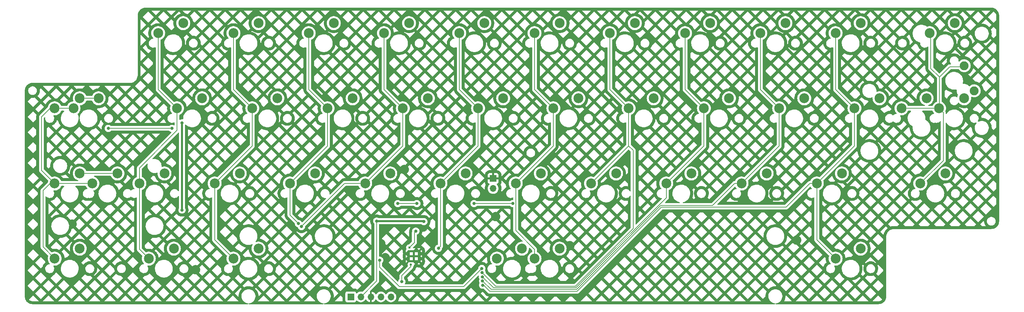
<source format=gbr>
%TF.GenerationSoftware,KiCad,Pcbnew,7.0.1*%
%TF.CreationDate,2023-04-12T22:37:38+02:00*%
%TF.ProjectId,no-escape,6e6f2d65-7363-4617-9065-2e6b69636164,rev?*%
%TF.SameCoordinates,Original*%
%TF.FileFunction,Copper,L1,Top*%
%TF.FilePolarity,Positive*%
%FSLAX46Y46*%
G04 Gerber Fmt 4.6, Leading zero omitted, Abs format (unit mm)*
G04 Created by KiCad (PCBNEW 7.0.1) date 2023-04-12 22:37:38*
%MOMM*%
%LPD*%
G01*
G04 APERTURE LIST*
%TA.AperFunction,ComponentPad*%
%ADD10C,2.250000*%
%TD*%
%TA.AperFunction,ComponentPad*%
%ADD11C,2.500000*%
%TD*%
%TA.AperFunction,ComponentPad*%
%ADD12C,0.600000*%
%TD*%
%TA.AperFunction,ComponentPad*%
%ADD13R,1.700000X1.700000*%
%TD*%
%TA.AperFunction,ComponentPad*%
%ADD14O,1.700000X1.700000*%
%TD*%
%TA.AperFunction,ViaPad*%
%ADD15C,0.800000*%
%TD*%
%TA.AperFunction,ViaPad*%
%ADD16C,0.600000*%
%TD*%
%TA.AperFunction,Conductor*%
%ADD17C,0.500000*%
%TD*%
%TA.AperFunction,Conductor*%
%ADD18C,0.200000*%
%TD*%
G04 APERTURE END LIST*
D10*
%TO.P,MX41,1,Passive*%
%TO.N,COL12*%
X262096000Y-50164750D03*
%TO.P,MX41,2,ROW*%
%TO.N,Net-(D23-A)*%
X264636000Y-56514750D03*
%TD*%
D11*
%TO.P,MX29,1,Passive*%
%TO.N,COL6*%
X129540000Y-80010000D03*
%TO.P,MX29,2,ROW*%
%TO.N,Net-(D29-A)*%
X135890000Y-77470000D03*
%TD*%
%TO.P,MX39,1,Passive*%
%TO.N,COL7*%
X153352500Y-99060000D03*
%TO.P,MX39,2,ROW*%
%TO.N,Net-(D39-A)*%
X159702500Y-96520000D03*
%TD*%
%TO.P,MX30,1,Passive*%
%TO.N,COL7*%
X148590000Y-80010000D03*
%TO.P,MX30,2,ROW*%
%TO.N,Net-(D30-A)*%
X154940000Y-77470000D03*
%TD*%
%TO.P,MX37,1,Passive*%
%TO.N,COL2*%
X55721250Y-99060000D03*
%TO.P,MX37,2,ROW*%
%TO.N,Net-(D37-A)*%
X62071250Y-96520000D03*
%TD*%
%TO.P,MX40,1,Passive*%
%TO.N,COL11*%
X229552500Y-99060000D03*
%TO.P,MX40,2,ROW*%
%TO.N,Net-(D40-A)*%
X235902500Y-96520000D03*
%TD*%
%TO.P,MX7,1,Passive*%
%TO.N,COL8*%
X172402500Y-41910000D03*
%TO.P,MX7,2,ROW*%
%TO.N,Net-(D7-A)*%
X178752500Y-39370000D03*
%TD*%
%TO.P,MX27,1,Passive*%
%TO.N,COL4*%
X91440000Y-80010000D03*
%TO.P,MX27,2,ROW*%
%TO.N,Net-(D27-A)*%
X97790000Y-77470000D03*
%TD*%
%TO.P,MX17,1,Passive*%
%TO.N,COL6*%
X139065000Y-60960000D03*
%TO.P,MX17,2,ROW*%
%TO.N,Net-(D17-A)*%
X145415000Y-58420000D03*
%TD*%
%TO.P,MX1,1,Passive*%
%TO.N,COL2*%
X58102500Y-41910000D03*
%TO.P,MX1,2,ROW*%
%TO.N,Net-(D1-A)*%
X64452500Y-39370000D03*
%TD*%
%TO.P,MX15,1,Passive*%
%TO.N,COL4*%
X100965000Y-60960000D03*
%TO.P,MX15,2,ROW*%
%TO.N,Net-(D15-A)*%
X107315000Y-58420000D03*
%TD*%
%TO.P,MX32,1,Passive*%
%TO.N,COL9*%
X186690000Y-80010000D03*
%TO.P,MX32,2,ROW*%
%TO.N,Net-(D32-A)*%
X193040000Y-77470000D03*
%TD*%
%TO.P,MX35,1,Passive*%
%TO.N,COL12*%
X250983750Y-80010000D03*
%TO.P,MX35,2,ROW*%
%TO.N,Net-(D35-A)*%
X257333750Y-77470000D03*
%TD*%
%TO.P,MX24,1,Passive*%
%TO.N,COL1*%
X31908750Y-80010000D03*
%TO.P,MX24,2,ROW*%
%TO.N,Net-(D24-A)*%
X38258750Y-77470000D03*
%TD*%
%TO.P,MX13,1,Passive*%
%TO.N,COL2*%
X62865000Y-60960000D03*
%TO.P,MX13,2,ROW*%
%TO.N,Net-(D13-A)*%
X69215000Y-58420000D03*
%TD*%
%TO.P,MX23,1,Passive*%
%TO.N,COL12*%
X255746250Y-60960000D03*
%TO.P,MX23,2,ROW*%
%TO.N,Net-(D23-A)*%
X262096250Y-58420000D03*
%TD*%
%TO.P,MX9,1,Passive*%
%TO.N,COL10*%
X210502500Y-41910000D03*
%TO.P,MX9,2,ROW*%
%TO.N,Net-(D9-A)*%
X216852500Y-39370000D03*
%TD*%
%TO.P,MX31,1,Passive*%
%TO.N,COL8*%
X167640000Y-80010000D03*
%TO.P,MX31,2,ROW*%
%TO.N,Net-(D31-A)*%
X173990000Y-77470000D03*
%TD*%
%TO.P,MX14,1,Passive*%
%TO.N,COL3*%
X81915000Y-60960000D03*
%TO.P,MX14,2,ROW*%
%TO.N,Net-(D14-A)*%
X88265000Y-58420000D03*
%TD*%
%TO.P,MX10,1,Passive*%
%TO.N,COL11*%
X229552500Y-41910000D03*
%TO.P,MX10,2,ROW*%
%TO.N,Net-(D10-A)*%
X235902500Y-39370000D03*
%TD*%
%TO.P,MX20,1,Passive*%
%TO.N,COL9*%
X196215000Y-60960000D03*
%TO.P,MX20,2,ROW*%
%TO.N,Net-(D20-A)*%
X202565000Y-58420000D03*
%TD*%
%TO.P,MX25,1,Passive*%
%TO.N,COL2*%
X53340000Y-80010000D03*
%TO.P,MX25,2,ROW*%
%TO.N,Net-(D25-A)*%
X59690000Y-77470000D03*
%TD*%
%TO.P,MX22,1,Passive*%
%TO.N,COL11*%
X234315000Y-60960000D03*
%TO.P,MX22,2,ROW*%
%TO.N,Net-(D22-A)*%
X240665000Y-58420000D03*
%TD*%
%TO.P,MX5,1,Passive*%
%TO.N,COL6*%
X134302500Y-41910000D03*
%TO.P,MX5,2,ROW*%
%TO.N,Net-(D5-A)*%
X140652500Y-39370000D03*
%TD*%
%TO.P,MX36,1,Passive*%
%TO.N,COL1*%
X31908750Y-99060000D03*
%TO.P,MX36,2,ROW*%
%TO.N,Net-(D36-A)*%
X38258750Y-96520000D03*
%TD*%
%TO.P,MX42,1,Passive*%
%TO.N,COL12*%
X246221166Y-60959991D03*
%TO.P,MX42,2,ROW*%
%TO.N,Net-(D23-A)*%
X252571166Y-58419991D03*
%TD*%
%TO.P,MX43,1,Passive*%
%TO.N,COL1*%
X41433750Y-80010000D03*
%TO.P,MX43,2,ROW*%
%TO.N,Net-(D24-A)*%
X47783750Y-77470000D03*
%TD*%
%TO.P,MX18,1,Passive*%
%TO.N,COL7*%
X158115000Y-60960000D03*
%TO.P,MX18,2,ROW*%
%TO.N,Net-(D18-A)*%
X164465000Y-58420000D03*
%TD*%
%TO.P,MX44,1,Passive*%
%TO.N,COL7*%
X143827916Y-99059991D03*
%TO.P,MX44,2,ROW*%
%TO.N,Net-(D39-A)*%
X150177916Y-96519991D03*
%TD*%
%TO.P,MX6,1,Passive*%
%TO.N,COL7*%
X153352500Y-41910000D03*
%TO.P,MX6,2,ROW*%
%TO.N,Net-(D6-A)*%
X159702500Y-39370000D03*
%TD*%
%TO.P,MX21,1,Passive*%
%TO.N,COL10*%
X215265000Y-60960000D03*
%TO.P,MX21,2,ROW*%
%TO.N,Net-(D21-A)*%
X221615000Y-58420000D03*
%TD*%
%TO.P,MX16,1,Passive*%
%TO.N,COL5*%
X120015000Y-60960000D03*
%TO.P,MX16,2,ROW*%
%TO.N,Net-(D16-A)*%
X126365000Y-58420000D03*
%TD*%
%TO.P,MX8,1,Passive*%
%TO.N,COL9*%
X191452500Y-41910000D03*
%TO.P,MX8,2,ROW*%
%TO.N,Net-(D8-A)*%
X197802500Y-39370000D03*
%TD*%
%TO.P,MX11,1,Passive*%
%TO.N,COL12*%
X253365000Y-41910000D03*
%TO.P,MX11,2,ROW*%
%TO.N,Net-(D11-A)*%
X259715000Y-39370000D03*
%TD*%
%TO.P,MX12,1,Passive*%
%TO.N,COL1*%
X31908250Y-60960000D03*
X36671250Y-60960000D03*
%TO.P,MX12,2,ROW*%
%TO.N,Net-(D12-A)*%
X38258250Y-58420000D03*
X43021250Y-58420000D03*
%TD*%
%TO.P,MX3,1,Passive*%
%TO.N,COL4*%
X96202500Y-41910000D03*
%TO.P,MX3,2,ROW*%
%TO.N,Net-(D3-A)*%
X102552500Y-39370000D03*
%TD*%
%TO.P,MX33,1,Passive*%
%TO.N,COL10*%
X205740000Y-80010000D03*
%TO.P,MX33,2,ROW*%
%TO.N,Net-(D33-A)*%
X212090000Y-77470000D03*
%TD*%
%TO.P,MX34,1,Passive*%
%TO.N,COL11*%
X224790000Y-80010000D03*
%TO.P,MX34,2,ROW*%
%TO.N,Net-(D34-A)*%
X231140000Y-77470000D03*
%TD*%
%TO.P,MX4,1,Passive*%
%TO.N,COL5*%
X115252500Y-41910000D03*
%TO.P,MX4,2,ROW*%
%TO.N,Net-(D4-A)*%
X121602500Y-39370000D03*
%TD*%
%TO.P,MX19,1,Passive*%
%TO.N,COL8*%
X177165000Y-60960000D03*
%TO.P,MX19,2,ROW*%
%TO.N,Net-(D19-A)*%
X183515000Y-58420000D03*
%TD*%
%TO.P,MX28,1,Passive*%
%TO.N,COL5*%
X110490000Y-80010000D03*
%TO.P,MX28,2,ROW*%
%TO.N,Net-(D28-A)*%
X116840000Y-77470000D03*
%TD*%
%TO.P,MX26,1,Passive*%
%TO.N,COL3*%
X72390000Y-80010000D03*
%TO.P,MX26,2,ROW*%
%TO.N,Net-(D26-A)*%
X78740000Y-77470000D03*
%TD*%
%TO.P,MX38,1,Passive*%
%TO.N,COL3*%
X77152500Y-99060000D03*
%TO.P,MX38,2,ROW*%
%TO.N,Net-(D38-A)*%
X83502500Y-96520000D03*
%TD*%
%TO.P,MX2,1,Passive*%
%TO.N,COL3*%
X77152500Y-41910000D03*
%TO.P,MX2,2,ROW*%
%TO.N,Net-(D2-A)*%
X83502500Y-39370000D03*
%TD*%
D12*
%TO.P,U1,57,GND*%
%TO.N,GND*%
X124084000Y-99728000D03*
X124084000Y-98453000D03*
X124084000Y-97178000D03*
X122809000Y-99728000D03*
X122809000Y-98453000D03*
X122809000Y-97178000D03*
X121534000Y-99728000D03*
X121534000Y-98453000D03*
X121534000Y-97178000D03*
%TD*%
D13*
%TO.P,J2,1,Pin_1*%
%TO.N,RESET*%
X106843750Y-108743750D03*
D14*
%TO.P,J2,2,Pin_2*%
%TO.N,+3V3*%
X109383750Y-108743750D03*
%TO.P,J2,3,Pin_3*%
%TO.N,GND*%
X111923750Y-108743750D03*
%TO.P,J2,4,Pin_4*%
%TO.N,SWDIO*%
X114463750Y-108743750D03*
%TO.P,J2,5,Pin_5*%
%TO.N,SWCLK*%
X117003750Y-108743750D03*
%TD*%
D13*
%TO.P,SW1,1,1*%
%TO.N,GND*%
X142875000Y-78735000D03*
D14*
%TO.P,SW1,2,2*%
%TO.N,Net-(R_Flash1-Pad1)*%
X142875000Y-81275000D03*
%TD*%
D15*
%TO.N,GND*%
X125095000Y-91059000D03*
X127381000Y-94615000D03*
X36322000Y-90297000D03*
X219710000Y-94361000D03*
X115570000Y-98806000D03*
X162306000Y-95758000D03*
X67564000Y-101854000D03*
X120396000Y-76454000D03*
X143510000Y-88392000D03*
X172847000Y-100203000D03*
X114427000Y-95250000D03*
%TO.N,+3V3*%
X64135000Y-64643000D03*
X113411000Y-89535000D03*
X64135000Y-86741000D03*
X125349000Y-89662000D03*
%TO.N,ROW2*%
X45466000Y-66040000D03*
X61595000Y-66040000D03*
%TO.N,ROW3*%
X147890500Y-85090000D03*
X138049000Y-85090000D03*
X118745000Y-85090000D03*
X123571000Y-85090000D03*
%TO.N,ROW4*%
X140017500Y-101536500D03*
X114173000Y-99441000D03*
%TO.N,COL4*%
X93599000Y-90170000D03*
%TO.N,COL5*%
X94361000Y-90932000D03*
%TO.N,COL6*%
X129032000Y-96437000D03*
%TO.N,COL8*%
X140081000Y-102616000D03*
%TO.N,COL9*%
X140157878Y-103682122D03*
%TO.N,COL10*%
X140188235Y-104701722D03*
%TO.N,COL11*%
X140208000Y-105791000D03*
D16*
%TO.N,+1V1*%
X122047000Y-100552500D03*
X121671205Y-96240301D03*
D15*
X119761000Y-104902000D03*
X123308500Y-92075000D03*
%TD*%
D17*
%TO.N,GND*%
X121534000Y-98453000D02*
X124084000Y-98453000D01*
X121534000Y-99728000D02*
X124084000Y-99728000D01*
X121534000Y-97178000D02*
X121534000Y-99728000D01*
X124084000Y-97178000D02*
X121534000Y-97178000D01*
X124084000Y-99728000D02*
X124084000Y-97178000D01*
X122809000Y-97178000D02*
X122809000Y-99728000D01*
D18*
%TO.N,+3V3*%
X109383750Y-108743750D02*
X113411000Y-104716500D01*
X113411000Y-104716500D02*
X113411000Y-89535000D01*
D17*
X125222000Y-89535000D02*
X125349000Y-89662000D01*
X113411000Y-89535000D02*
X125222000Y-89535000D01*
X64135000Y-86741000D02*
X64135000Y-64643000D01*
D18*
%TO.N,ROW2*%
X45466000Y-66040000D02*
X61595000Y-66040000D01*
%TO.N,Net-(D12-A)*%
X43021250Y-58420000D02*
X38258250Y-58420000D01*
%TO.N,ROW3*%
X138049000Y-85090000D02*
X147890500Y-85090000D01*
X118745000Y-85090000D02*
X123571000Y-85090000D01*
%TO.N,Net-(D24-A)*%
X38258750Y-77470000D02*
X47783750Y-77470000D01*
%TO.N,ROW4*%
X119126000Y-106172000D02*
X114173000Y-101219000D01*
X135382000Y-106172000D02*
X119126000Y-106172000D01*
X114173000Y-101219000D02*
X114173000Y-99441000D01*
X140017500Y-101536500D02*
X135382000Y-106172000D01*
%TO.N,COL2*%
X53340000Y-80010000D02*
X53340000Y-76073000D01*
X58102500Y-41910000D02*
X58102500Y-56197500D01*
X53340000Y-96678750D02*
X53340000Y-80010000D01*
X53340000Y-76073000D02*
X62865000Y-66548000D01*
X62865000Y-66548000D02*
X62865000Y-60960000D01*
X55721250Y-99060000D02*
X53340000Y-96678750D01*
X58102500Y-56197500D02*
X62865000Y-60960000D01*
%TO.N,COL3*%
X72390000Y-94297500D02*
X77152500Y-99060000D01*
X81915000Y-70485000D02*
X81915000Y-60960000D01*
X72390000Y-80010000D02*
X72390000Y-94297500D01*
X77152500Y-41910000D02*
X77152500Y-56197500D01*
X77152500Y-56197500D02*
X81915000Y-60960000D01*
X72390000Y-80010000D02*
X81915000Y-70485000D01*
%TO.N,COL4*%
X100965000Y-70485000D02*
X100965000Y-60960000D01*
X96202500Y-41910000D02*
X96202500Y-56197500D01*
X91440000Y-80010000D02*
X91440000Y-88011000D01*
X91440000Y-88011000D02*
X93599000Y-90170000D01*
X91440000Y-80010000D02*
X100965000Y-70485000D01*
X96202500Y-56197500D02*
X100965000Y-60960000D01*
%TO.N,COL5*%
X115252500Y-56197500D02*
X120015000Y-60960000D01*
X120015000Y-70485000D02*
X120015000Y-60960000D01*
X110490000Y-80010000D02*
X120015000Y-70485000D01*
X105283000Y-80010000D02*
X94361000Y-90932000D01*
X115252500Y-41910000D02*
X115252500Y-56197500D01*
X110490000Y-80010000D02*
X105283000Y-80010000D01*
%TO.N,COL6*%
X129540000Y-95929000D02*
X129540000Y-80010000D01*
X139065000Y-70485000D02*
X139065000Y-60960000D01*
X129032000Y-96437000D02*
X129540000Y-95929000D01*
X134302500Y-56197500D02*
X139065000Y-60960000D01*
X134302500Y-41910000D02*
X134302500Y-56197500D01*
X129540000Y-80010000D02*
X139065000Y-70485000D01*
%TO.N,COL7*%
X153352500Y-96710500D02*
X148590000Y-91948000D01*
X158115000Y-70485000D02*
X158115000Y-60960000D01*
X153352500Y-99060000D02*
X153352500Y-96710500D01*
X153352500Y-41910000D02*
X153352500Y-56197500D01*
X148590000Y-91948000D02*
X148590000Y-80010000D01*
X148590000Y-80010000D02*
X158115000Y-70485000D01*
X153352500Y-56197500D02*
X158115000Y-60960000D01*
%TO.N,COL8*%
X140081000Y-102616000D02*
X143510000Y-106045000D01*
X163703000Y-106045000D02*
X167513000Y-102235000D01*
X167640000Y-80010000D02*
X177038000Y-70612000D01*
X178308000Y-71628000D02*
X178308000Y-91440000D01*
X172402500Y-56197500D02*
X177165000Y-60960000D01*
X172402500Y-41910000D02*
X172402500Y-56197500D01*
X177165000Y-70485000D02*
X177165000Y-60960000D01*
X167513000Y-102235000D02*
X167640000Y-102108000D01*
X143510000Y-106045000D02*
X163703000Y-106045000D01*
X177038000Y-70612000D02*
X177165000Y-70485000D01*
X177165000Y-70485000D02*
X178308000Y-71628000D01*
X178308000Y-91440000D02*
X167513000Y-102235000D01*
%TO.N,COL9*%
X191452500Y-56197500D02*
X196215000Y-60960000D01*
X186690000Y-80010000D02*
X186690000Y-83623685D01*
X142920756Y-106445000D02*
X140157878Y-103682122D01*
X196215000Y-70485000D02*
X196215000Y-60960000D01*
X191452500Y-41910000D02*
X191452500Y-56197500D01*
X163868685Y-106445000D02*
X142920756Y-106445000D01*
X165001843Y-105311842D02*
X163868685Y-106445000D01*
X186690000Y-83623685D02*
X165001843Y-105311842D01*
X186690000Y-80010000D02*
X196215000Y-70485000D01*
%TO.N,COL10*%
X198384234Y-85598000D02*
X185281371Y-85598000D01*
X210502500Y-41910000D02*
X210502500Y-56197500D01*
X205740000Y-80010000D02*
X215265000Y-70485000D01*
X185281371Y-85598000D02*
X164034370Y-106845000D01*
X142331513Y-106845000D02*
X140188235Y-104701722D01*
X205740000Y-80010000D02*
X203972234Y-80010000D01*
X203972234Y-80010000D02*
X198384234Y-85598000D01*
X210502500Y-56197500D02*
X215265000Y-60960000D01*
X215265000Y-70485000D02*
X215265000Y-60960000D01*
X164034370Y-106845000D02*
X142331513Y-106845000D01*
%TO.N,COL11*%
X164130056Y-107315000D02*
X141986000Y-107315000D01*
X229552500Y-41910000D02*
X229552500Y-56197500D01*
X172385056Y-99060000D02*
X164130056Y-107315000D01*
X229552500Y-99060000D02*
X224790000Y-94297500D01*
X223012000Y-80010000D02*
X217024000Y-85998000D01*
X234315000Y-70485000D02*
X234315000Y-60960000D01*
X229552500Y-56197500D02*
X234315000Y-60960000D01*
X224790000Y-80010000D02*
X223012000Y-80010000D01*
X224790000Y-94297500D02*
X224790000Y-80010000D01*
X224790000Y-80010000D02*
X234315000Y-70485000D01*
X185447056Y-85998000D02*
X172362028Y-99083028D01*
X141986000Y-107315000D02*
X140462000Y-105791000D01*
X140462000Y-105791000D02*
X140208000Y-105791000D01*
X217024000Y-85998000D02*
X185447056Y-85998000D01*
%TO.N,COL12*%
X255818988Y-54396988D02*
X255818988Y-52999988D01*
X261841750Y-50419000D02*
X258445000Y-50419000D01*
X256794000Y-62007750D02*
X255746250Y-60960000D01*
X262096000Y-50164750D02*
X261841750Y-50419000D01*
X253644900Y-50825900D02*
X253644900Y-41910000D01*
X250983750Y-80010000D02*
X256794000Y-74199750D01*
X255818988Y-54396988D02*
X255818988Y-60887262D01*
X255818988Y-60887262D02*
X255746250Y-60960000D01*
X255818988Y-53045012D02*
X255818988Y-54396988D01*
X258445000Y-50419000D02*
X255818988Y-53045012D01*
X255818988Y-52999988D02*
X253644900Y-50825900D01*
X255746250Y-60960000D02*
X246221175Y-60960000D01*
X246221175Y-60960000D02*
X246221166Y-60959991D01*
X256794000Y-74199750D02*
X256794000Y-62007750D01*
%TO.N,COL1*%
X28956000Y-96107250D02*
X31908750Y-99060000D01*
X31908750Y-80010000D02*
X30734000Y-80010000D01*
X28575000Y-76676250D02*
X31908750Y-80010000D01*
X31908750Y-80010000D02*
X41433750Y-80010000D01*
X31908250Y-60960000D02*
X30734000Y-60960000D01*
X30734000Y-60960000D02*
X28575000Y-63119000D01*
X28956000Y-81788000D02*
X28956000Y-96107250D01*
X28575000Y-63119000D02*
X28575000Y-76676250D01*
X30734000Y-80010000D02*
X28956000Y-81788000D01*
X36671250Y-60960000D02*
X31908250Y-60960000D01*
%TO.N,+1V1*%
X122936000Y-94975506D02*
X121671205Y-96240301D01*
X122047000Y-101092000D02*
X122047000Y-100552500D01*
X119761000Y-104902000D02*
X119761000Y-103378000D01*
X123308500Y-92075000D02*
X122936000Y-92447500D01*
X122936000Y-92447500D02*
X122936000Y-94975506D01*
X119761000Y-103378000D02*
X122047000Y-101092000D01*
%TD*%
%TA.AperFunction,Conductor*%
%TO.N,GND*%
G36*
X268967042Y-35450764D02*
G01*
X269046579Y-35455978D01*
X269046769Y-35455991D01*
X269221182Y-35468465D01*
X269236484Y-35470527D01*
X269346864Y-35492482D01*
X269348892Y-35492905D01*
X269486453Y-35522829D01*
X269499950Y-35526575D01*
X269612627Y-35564824D01*
X269616104Y-35566061D01*
X269741807Y-35612946D01*
X269753312Y-35617915D01*
X269862374Y-35671698D01*
X269866943Y-35674070D01*
X269982451Y-35737142D01*
X269991897Y-35742860D01*
X270094065Y-35811127D01*
X270099409Y-35814909D01*
X270141170Y-35846172D01*
X270203892Y-35893126D01*
X270211340Y-35899164D01*
X270304037Y-35980457D01*
X270309959Y-35986004D01*
X270401994Y-36078039D01*
X270407541Y-36083961D01*
X270488834Y-36176658D01*
X270494872Y-36184106D01*
X270573079Y-36288576D01*
X270576882Y-36293949D01*
X270645127Y-36396084D01*
X270650856Y-36405547D01*
X270713920Y-36521040D01*
X270716300Y-36525624D01*
X270770083Y-36634686D01*
X270775053Y-36646195D01*
X270821937Y-36771896D01*
X270823174Y-36775371D01*
X270861423Y-36888048D01*
X270865170Y-36901549D01*
X270895081Y-37039048D01*
X270895532Y-37041214D01*
X270917468Y-37151491D01*
X270919535Y-37166837D01*
X270931997Y-37341076D01*
X270932047Y-37341811D01*
X270937234Y-37420942D01*
X270937500Y-37429053D01*
X270937500Y-89570947D01*
X270937234Y-89579058D01*
X270932047Y-89658186D01*
X270931997Y-89658921D01*
X270919535Y-89833161D01*
X270917468Y-89848507D01*
X270895532Y-89958784D01*
X270895081Y-89960950D01*
X270865170Y-90098449D01*
X270861423Y-90111950D01*
X270823174Y-90224627D01*
X270821937Y-90228102D01*
X270775053Y-90353803D01*
X270770083Y-90365312D01*
X270716300Y-90474374D01*
X270713920Y-90478958D01*
X270650856Y-90594451D01*
X270645127Y-90603914D01*
X270626009Y-90632527D01*
X270576906Y-90706014D01*
X270573079Y-90711422D01*
X270494872Y-90815892D01*
X270488834Y-90823340D01*
X270407541Y-90916037D01*
X270401994Y-90921959D01*
X270309959Y-91013994D01*
X270304037Y-91019541D01*
X270211340Y-91100834D01*
X270203892Y-91106872D01*
X270099422Y-91185079D01*
X270094014Y-91188906D01*
X270068127Y-91206204D01*
X269991914Y-91257127D01*
X269982451Y-91262856D01*
X269866958Y-91325920D01*
X269862374Y-91328300D01*
X269753312Y-91382083D01*
X269741803Y-91387053D01*
X269616102Y-91433937D01*
X269612627Y-91435174D01*
X269499950Y-91473423D01*
X269486449Y-91477170D01*
X269348950Y-91507081D01*
X269346784Y-91507532D01*
X269236507Y-91529468D01*
X269221161Y-91531535D01*
X269046921Y-91543997D01*
X269046186Y-91544047D01*
X268967058Y-91549234D01*
X268958947Y-91549500D01*
X244208518Y-91549500D01*
X243951773Y-91583300D01*
X243701633Y-91650325D01*
X243462382Y-91749426D01*
X243238116Y-91878906D01*
X243032665Y-92036554D01*
X242849554Y-92219665D01*
X242691906Y-92425116D01*
X242562426Y-92649382D01*
X242463325Y-92888633D01*
X242396300Y-93138773D01*
X242362500Y-93395518D01*
X242362500Y-108620947D01*
X242362234Y-108629058D01*
X242357047Y-108708186D01*
X242356997Y-108708921D01*
X242344535Y-108883161D01*
X242342468Y-108898507D01*
X242320532Y-109008784D01*
X242320081Y-109010950D01*
X242290170Y-109148449D01*
X242286423Y-109161950D01*
X242248174Y-109274627D01*
X242246937Y-109278102D01*
X242200053Y-109403803D01*
X242195083Y-109415312D01*
X242141300Y-109524374D01*
X242138920Y-109528958D01*
X242075856Y-109644451D01*
X242070127Y-109653914D01*
X242037362Y-109702951D01*
X242001906Y-109756014D01*
X241998079Y-109761422D01*
X241919872Y-109865892D01*
X241913834Y-109873340D01*
X241832541Y-109966037D01*
X241826994Y-109971959D01*
X241734959Y-110063994D01*
X241729037Y-110069541D01*
X241636340Y-110150834D01*
X241628892Y-110156872D01*
X241524422Y-110235079D01*
X241519014Y-110238906D01*
X241481380Y-110264052D01*
X241416914Y-110307127D01*
X241407451Y-110312856D01*
X241291958Y-110375920D01*
X241287374Y-110378300D01*
X241178312Y-110432083D01*
X241166803Y-110437053D01*
X241041102Y-110483937D01*
X241037627Y-110485174D01*
X240924950Y-110523423D01*
X240911449Y-110527170D01*
X240773950Y-110557081D01*
X240771784Y-110557532D01*
X240661507Y-110579468D01*
X240646161Y-110581535D01*
X240471921Y-110593997D01*
X240471186Y-110594047D01*
X240392058Y-110599234D01*
X240383947Y-110599500D01*
X214490592Y-110599500D01*
X214429936Y-110583652D01*
X214384784Y-110540158D01*
X214366679Y-110480136D01*
X214380248Y-110418930D01*
X214422023Y-110372183D01*
X214481326Y-110351847D01*
X214544136Y-110347139D01*
X214578133Y-110344592D01*
X214837426Y-110285410D01*
X215085002Y-110188243D01*
X215315331Y-110055263D01*
X215523267Y-109889439D01*
X215558469Y-109851500D01*
X216501795Y-109851500D01*
X218345024Y-109851500D01*
X218422913Y-109773610D01*
X219480744Y-109773610D01*
X219558634Y-109851500D01*
X222234111Y-109851500D01*
X222312001Y-109773610D01*
X223369832Y-109773610D01*
X223447722Y-109851500D01*
X226123198Y-109851500D01*
X226201088Y-109773610D01*
X227258919Y-109773610D01*
X227336809Y-109851500D01*
X230012285Y-109851500D01*
X230090175Y-109773610D01*
X231148006Y-109773610D01*
X231225896Y-109851500D01*
X233901373Y-109851500D01*
X233979262Y-109773610D01*
X235037094Y-109773610D01*
X235114984Y-109851500D01*
X237790460Y-109851500D01*
X237868350Y-109773610D01*
X238926181Y-109773610D01*
X239004071Y-109851500D01*
X240363523Y-109851500D01*
X240420342Y-109847774D01*
X240553864Y-109838225D01*
X240620397Y-109824991D01*
X240717940Y-109803771D01*
X240788389Y-109779856D01*
X240875810Y-109747250D01*
X240944910Y-109713174D01*
X241024516Y-109669706D01*
X241089545Y-109626255D01*
X241161288Y-109572548D01*
X241220500Y-109520621D01*
X241283621Y-109457500D01*
X241335548Y-109398288D01*
X241355484Y-109371657D01*
X240341809Y-108357982D01*
X238926181Y-109773610D01*
X237868350Y-109773610D01*
X236452722Y-108357982D01*
X235037094Y-109773610D01*
X233979262Y-109773610D01*
X232563634Y-108357981D01*
X231148006Y-109773610D01*
X230090175Y-109773610D01*
X228674547Y-108357982D01*
X227258919Y-109773610D01*
X226201088Y-109773610D01*
X224785460Y-108357982D01*
X223369832Y-109773610D01*
X222312001Y-109773610D01*
X220896372Y-108357981D01*
X219480744Y-109773610D01*
X218422913Y-109773610D01*
X217007285Y-108357981D01*
X216835416Y-108529851D01*
X216835416Y-108764732D01*
X216834031Y-108783213D01*
X216780453Y-109138686D01*
X216776329Y-109156755D01*
X216670368Y-109500269D01*
X216663597Y-109517521D01*
X216507622Y-109841406D01*
X216501795Y-109851500D01*
X215558469Y-109851500D01*
X215704166Y-109694476D01*
X215853987Y-109474729D01*
X215969383Y-109235107D01*
X216047777Y-108980962D01*
X216087416Y-108717971D01*
X216087416Y-108452011D01*
X216047777Y-108189020D01*
X215969383Y-107934875D01*
X215918428Y-107829066D01*
X217536200Y-107829066D01*
X218951829Y-109244694D01*
X220367457Y-107829066D01*
X221425287Y-107829066D01*
X222840916Y-109244694D01*
X224256544Y-107829066D01*
X225314375Y-107829066D01*
X226730003Y-109244694D01*
X228145632Y-107829066D01*
X229203462Y-107829066D01*
X230619091Y-109244694D01*
X232034719Y-107829066D01*
X233092549Y-107829066D01*
X234508178Y-109244694D01*
X235923806Y-107829066D01*
X236981636Y-107829066D01*
X238397265Y-109244694D01*
X239812893Y-107829066D01*
X238397265Y-106413437D01*
X236981636Y-107829066D01*
X235923806Y-107829066D01*
X234508178Y-106413438D01*
X233092549Y-107829066D01*
X232034719Y-107829066D01*
X230619091Y-106413438D01*
X229203462Y-107829066D01*
X228145632Y-107829066D01*
X226730003Y-106413437D01*
X225314375Y-107829066D01*
X224256544Y-107829066D01*
X222840916Y-106413438D01*
X221425287Y-107829066D01*
X220367457Y-107829066D01*
X218951829Y-106413438D01*
X217536200Y-107829066D01*
X215918428Y-107829066D01*
X215853987Y-107695253D01*
X215704166Y-107475506D01*
X215523267Y-107280543D01*
X215315331Y-107114719D01*
X215315330Y-107114718D01*
X215315327Y-107114716D01*
X215085005Y-106981740D01*
X214837426Y-106884572D01*
X214578130Y-106825389D01*
X214379321Y-106810491D01*
X214379317Y-106810491D01*
X214246515Y-106810491D01*
X214246215Y-106810491D01*
X214047285Y-106825398D01*
X213787989Y-106884581D01*
X213540410Y-106981749D01*
X213310088Y-107114725D01*
X213102149Y-107280551D01*
X212921251Y-107475513D01*
X212771427Y-107695264D01*
X212656033Y-107934884D01*
X212577638Y-108189029D01*
X212538000Y-108452020D01*
X212538000Y-108717980D01*
X212577638Y-108980970D01*
X212608623Y-109081418D01*
X212656033Y-109235116D01*
X212675061Y-109274627D01*
X212771427Y-109474735D01*
X212771428Y-109474737D01*
X212771429Y-109474738D01*
X212921250Y-109694485D01*
X213102149Y-109889448D01*
X213310076Y-110055265D01*
X213310088Y-110055274D01*
X213540410Y-110188250D01*
X213540411Y-110188250D01*
X213540414Y-110188252D01*
X213787990Y-110285419D01*
X214047283Y-110344601D01*
X214073258Y-110346547D01*
X214143970Y-110351847D01*
X214203273Y-110372183D01*
X214245048Y-110418930D01*
X214258617Y-110480136D01*
X214240512Y-110540158D01*
X214195360Y-110583652D01*
X214134704Y-110599500D01*
X100190296Y-110599500D01*
X100129640Y-110583652D01*
X100084488Y-110540158D01*
X100066383Y-110480136D01*
X100079952Y-110418930D01*
X100121727Y-110372183D01*
X100181030Y-110351847D01*
X100243367Y-110347175D01*
X100277717Y-110344601D01*
X100537010Y-110285419D01*
X100784586Y-110188252D01*
X101014915Y-110055272D01*
X101222851Y-109889448D01*
X101330333Y-109773610D01*
X102808125Y-109773610D01*
X102886015Y-109851500D01*
X104755420Y-109851500D01*
X104737960Y-109689087D01*
X104737250Y-109675833D01*
X104737250Y-109642384D01*
X105485250Y-109642384D01*
X105491761Y-109702955D01*
X105542860Y-109839953D01*
X105630488Y-109957011D01*
X105747546Y-110044639D01*
X105884544Y-110095738D01*
X105884547Y-110095738D01*
X105884549Y-110095739D01*
X105945112Y-110102250D01*
X107742384Y-110102250D01*
X107742388Y-110102250D01*
X107802951Y-110095739D01*
X107802953Y-110095738D01*
X107802955Y-110095738D01*
X107888062Y-110063994D01*
X107939954Y-110044639D01*
X108057011Y-109957011D01*
X108144639Y-109839954D01*
X108189887Y-109718639D01*
X108225839Y-109667427D01*
X108282221Y-109640289D01*
X108344675Y-109644137D01*
X108397298Y-109677991D01*
X108429687Y-109713174D01*
X108460510Y-109746656D01*
X108638174Y-109884939D01*
X108836176Y-109992092D01*
X109049115Y-110065194D01*
X109271181Y-110102250D01*
X109496319Y-110102250D01*
X109718385Y-110065194D01*
X109931324Y-109992092D01*
X110129326Y-109884939D01*
X110306990Y-109746656D01*
X110459472Y-109581018D01*
X110553498Y-109437099D01*
X110597413Y-109396345D01*
X110655312Y-109380938D01*
X110713676Y-109394476D01*
X110758881Y-109433798D01*
X110885642Y-109614830D01*
X111052668Y-109781856D01*
X111246173Y-109917350D01*
X111460257Y-110017180D01*
X111673749Y-110074385D01*
X111673750Y-110074386D01*
X111673750Y-110074385D01*
X112173750Y-110074385D01*
X112387242Y-110017180D01*
X112601326Y-109917350D01*
X112794831Y-109781856D01*
X112961856Y-109614831D01*
X113088618Y-109433798D01*
X113133822Y-109394476D01*
X113192186Y-109380938D01*
X113250085Y-109396345D01*
X113294002Y-109437101D01*
X113388026Y-109581017D01*
X113455134Y-109653914D01*
X113540510Y-109746656D01*
X113718174Y-109884939D01*
X113916176Y-109992092D01*
X114129115Y-110065194D01*
X114351181Y-110102250D01*
X114576319Y-110102250D01*
X114798385Y-110065194D01*
X115011324Y-109992092D01*
X115209326Y-109884939D01*
X115386990Y-109746656D01*
X115539472Y-109581018D01*
X115629940Y-109442545D01*
X115674732Y-109401311D01*
X115733750Y-109386366D01*
X115792768Y-109401311D01*
X115837559Y-109442545D01*
X115894015Y-109528958D01*
X115928028Y-109581018D01*
X116080510Y-109746656D01*
X116258174Y-109884939D01*
X116456176Y-109992092D01*
X116669115Y-110065194D01*
X116891181Y-110102250D01*
X117116319Y-110102250D01*
X117338385Y-110065194D01*
X117551324Y-109992092D01*
X117749326Y-109884939D01*
X117792288Y-109851500D01*
X118796249Y-109851500D01*
X121117841Y-109851500D01*
X121195731Y-109773610D01*
X122253562Y-109773610D01*
X122331452Y-109851500D01*
X125006928Y-109851500D01*
X125084818Y-109773610D01*
X126142649Y-109773610D01*
X126220539Y-109851500D01*
X128896016Y-109851500D01*
X128973905Y-109773610D01*
X130031737Y-109773610D01*
X130109627Y-109851500D01*
X132785103Y-109851500D01*
X132862993Y-109773610D01*
X133920824Y-109773610D01*
X133998714Y-109851500D01*
X136674190Y-109851500D01*
X136752080Y-109773610D01*
X137809911Y-109773610D01*
X137887801Y-109851500D01*
X140563278Y-109851500D01*
X140641167Y-109773610D01*
X141698998Y-109773610D01*
X141776888Y-109851500D01*
X144452365Y-109851500D01*
X144530255Y-109773610D01*
X145588086Y-109773610D01*
X145665976Y-109851500D01*
X148341452Y-109851500D01*
X148419342Y-109773610D01*
X149477173Y-109773610D01*
X149555063Y-109851500D01*
X152230540Y-109851500D01*
X152308429Y-109773610D01*
X153366260Y-109773610D01*
X153444150Y-109851500D01*
X156119627Y-109851500D01*
X156197517Y-109773610D01*
X157255348Y-109773610D01*
X157333238Y-109851500D01*
X160008714Y-109851500D01*
X160086604Y-109773610D01*
X161144435Y-109773610D01*
X161222325Y-109851500D01*
X163897801Y-109851500D01*
X163975691Y-109773610D01*
X165033522Y-109773610D01*
X165111412Y-109851500D01*
X167786889Y-109851500D01*
X167864778Y-109773610D01*
X168922609Y-109773610D01*
X169000499Y-109851500D01*
X171675976Y-109851500D01*
X171753866Y-109773610D01*
X172811697Y-109773610D01*
X172889587Y-109851500D01*
X175565063Y-109851500D01*
X175642953Y-109773610D01*
X176700784Y-109773610D01*
X176778674Y-109851500D01*
X179454151Y-109851500D01*
X179532040Y-109773610D01*
X180589871Y-109773610D01*
X180667761Y-109851500D01*
X183343238Y-109851500D01*
X183421128Y-109773610D01*
X184478959Y-109773610D01*
X184556849Y-109851500D01*
X187232325Y-109851500D01*
X187310215Y-109773610D01*
X188368046Y-109773610D01*
X188445936Y-109851500D01*
X191121412Y-109851500D01*
X191199302Y-109773610D01*
X192257133Y-109773610D01*
X192335023Y-109851500D01*
X195010500Y-109851500D01*
X195088390Y-109773610D01*
X196146221Y-109773610D01*
X196224111Y-109851500D01*
X198899587Y-109851500D01*
X198977477Y-109773610D01*
X200035308Y-109773610D01*
X200113198Y-109851500D01*
X202788674Y-109851500D01*
X202866564Y-109773610D01*
X203924395Y-109773610D01*
X204002285Y-109851500D01*
X206677762Y-109851500D01*
X206755651Y-109773610D01*
X207813482Y-109773610D01*
X207891372Y-109851500D01*
X210566849Y-109851500D01*
X210644739Y-109773610D01*
X209229110Y-108357981D01*
X207813482Y-109773610D01*
X206755651Y-109773610D01*
X205340023Y-108357981D01*
X203924395Y-109773610D01*
X202866564Y-109773610D01*
X201450936Y-108357982D01*
X200035308Y-109773610D01*
X198977477Y-109773610D01*
X197561849Y-108357982D01*
X196146221Y-109773610D01*
X195088390Y-109773610D01*
X193672761Y-108357981D01*
X192257133Y-109773610D01*
X191199302Y-109773610D01*
X189783674Y-108357982D01*
X188368046Y-109773610D01*
X187310215Y-109773610D01*
X185894587Y-108357982D01*
X184478959Y-109773610D01*
X183421128Y-109773610D01*
X182005499Y-108357981D01*
X180589871Y-109773610D01*
X179532040Y-109773610D01*
X178116412Y-108357981D01*
X176700784Y-109773610D01*
X175642953Y-109773610D01*
X174227325Y-108357982D01*
X172811697Y-109773610D01*
X171753866Y-109773610D01*
X170338237Y-108357981D01*
X168922609Y-109773610D01*
X167864778Y-109773610D01*
X166449150Y-108357981D01*
X165033522Y-109773610D01*
X163975691Y-109773610D01*
X162873581Y-108671500D01*
X162246545Y-108671500D01*
X161144435Y-109773610D01*
X160086604Y-109773610D01*
X158984494Y-108671500D01*
X158357458Y-108671500D01*
X157255348Y-109773610D01*
X156197517Y-109773610D01*
X155095407Y-108671500D01*
X154468371Y-108671500D01*
X153366260Y-109773610D01*
X152308429Y-109773610D01*
X151206319Y-108671500D01*
X150579283Y-108671500D01*
X149477173Y-109773610D01*
X148419342Y-109773610D01*
X147317232Y-108671500D01*
X146690196Y-108671500D01*
X145588086Y-109773610D01*
X144530255Y-109773610D01*
X143428145Y-108671500D01*
X142801109Y-108671500D01*
X141698998Y-109773610D01*
X140641167Y-109773610D01*
X139225539Y-108357981D01*
X137809911Y-109773610D01*
X136752080Y-109773610D01*
X135336452Y-108357982D01*
X133920824Y-109773610D01*
X132862993Y-109773610D01*
X131447365Y-108357982D01*
X130031737Y-109773610D01*
X128973905Y-109773610D01*
X127558277Y-108357981D01*
X126142649Y-109773610D01*
X125084818Y-109773610D01*
X123669190Y-108357982D01*
X122253562Y-109773610D01*
X121195731Y-109773610D01*
X119780102Y-108357981D01*
X119092454Y-109045629D01*
X119089489Y-109081418D01*
X119086119Y-109101618D01*
X119005465Y-109420112D01*
X118998815Y-109439482D01*
X118866840Y-109740359D01*
X118857093Y-109758371D01*
X118796249Y-109851500D01*
X117792288Y-109851500D01*
X117926990Y-109746656D01*
X118079472Y-109581018D01*
X118202610Y-109392541D01*
X118293046Y-109186366D01*
X118348314Y-108968118D01*
X118366906Y-108743750D01*
X118366630Y-108740425D01*
X118354418Y-108593051D01*
X118348314Y-108519382D01*
X118293046Y-108301134D01*
X118205318Y-108101133D01*
X118202611Y-108094961D01*
X118202610Y-108094959D01*
X118079472Y-107906482D01*
X118008205Y-107829066D01*
X120309018Y-107829066D01*
X121724646Y-109244694D01*
X123140275Y-107829066D01*
X124198105Y-107829066D01*
X125613733Y-109244694D01*
X127029362Y-107829066D01*
X128087192Y-107829066D01*
X129502820Y-109244694D01*
X130918449Y-107829066D01*
X131976279Y-107829066D01*
X133391908Y-109244694D01*
X134807537Y-107829066D01*
X135865367Y-107829066D01*
X137280995Y-109244694D01*
X138696624Y-107829066D01*
X139754454Y-107829066D01*
X141170082Y-109244694D01*
X141761170Y-108653605D01*
X141648068Y-108638715D01*
X141616802Y-108630337D01*
X141316982Y-108506149D01*
X141288948Y-108489964D01*
X140888672Y-108182822D01*
X140855444Y-108144089D01*
X140840630Y-108095254D01*
X140841409Y-108088788D01*
X140200121Y-107447500D01*
X140136021Y-107447500D01*
X139754454Y-107829066D01*
X138696624Y-107829066D01*
X137280995Y-106413437D01*
X135865367Y-107829066D01*
X134807537Y-107829066D01*
X134506971Y-107528500D01*
X132276846Y-107528500D01*
X131976279Y-107829066D01*
X130918449Y-107829066D01*
X130617883Y-107528500D01*
X128387759Y-107528500D01*
X128087192Y-107829066D01*
X127029362Y-107829066D01*
X126728796Y-107528500D01*
X124498672Y-107528500D01*
X124198105Y-107829066D01*
X123140275Y-107829066D01*
X122839709Y-107528500D01*
X120609584Y-107528500D01*
X120309018Y-107829066D01*
X118008205Y-107829066D01*
X117926990Y-107740844D01*
X117749326Y-107602561D01*
X117551324Y-107495408D01*
X117551323Y-107495407D01*
X117551322Y-107495407D01*
X117338386Y-107422306D01*
X117116319Y-107385250D01*
X116891181Y-107385250D01*
X116669113Y-107422306D01*
X116456177Y-107495407D01*
X116258174Y-107602561D01*
X116080510Y-107740844D01*
X115928025Y-107906484D01*
X115837557Y-108044955D01*
X115792766Y-108086188D01*
X115733748Y-108101133D01*
X115674731Y-108086187D01*
X115629940Y-108044954D01*
X115539472Y-107906482D01*
X115508346Y-107872671D01*
X115386990Y-107740844D01*
X115209326Y-107602561D01*
X115011324Y-107495408D01*
X115011323Y-107495407D01*
X115011322Y-107495407D01*
X114798386Y-107422306D01*
X114576319Y-107385250D01*
X114351181Y-107385250D01*
X114129113Y-107422306D01*
X113916177Y-107495407D01*
X113718174Y-107602561D01*
X113540510Y-107740844D01*
X113388025Y-107906484D01*
X113294000Y-108050400D01*
X113250084Y-108091155D01*
X113192185Y-108106562D01*
X113133821Y-108093024D01*
X113088617Y-108053701D01*
X112961859Y-107872671D01*
X112794831Y-107705643D01*
X112601326Y-107570149D01*
X112387242Y-107470319D01*
X112173750Y-107413114D01*
X112173750Y-110074385D01*
X111673750Y-110074385D01*
X111673750Y-107365659D01*
X111683189Y-107318206D01*
X111710066Y-107277981D01*
X113103525Y-105884522D01*
X114475386Y-105884522D01*
X115500484Y-106909620D01*
X115610809Y-106969325D01*
X115627955Y-106980527D01*
X115733750Y-107062870D01*
X115839545Y-106980527D01*
X115856690Y-106969325D01*
X116145641Y-106812952D01*
X116164396Y-106804726D01*
X116475145Y-106698046D01*
X116494996Y-106693019D01*
X116498778Y-106692387D01*
X117113393Y-106077772D01*
X115697765Y-104662144D01*
X114475386Y-105884522D01*
X113103525Y-105884522D01*
X113807332Y-105180715D01*
X113819510Y-105170035D01*
X113844987Y-105150487D01*
X113859113Y-105132076D01*
X113859117Y-105132073D01*
X113869476Y-105118572D01*
X113869478Y-105118571D01*
X113942524Y-105023376D01*
X114003838Y-104875351D01*
X114024751Y-104716500D01*
X114020561Y-104684672D01*
X114019500Y-104668487D01*
X114019500Y-102225411D01*
X114033015Y-102169116D01*
X114070615Y-102125093D01*
X114124102Y-102102938D01*
X114181818Y-102107480D01*
X114231181Y-102137730D01*
X118661777Y-106568326D01*
X118672472Y-106580521D01*
X118692013Y-106605988D01*
X118723925Y-106630475D01*
X118723928Y-106630477D01*
X118723929Y-106630478D01*
X118819124Y-106703524D01*
X118901140Y-106737496D01*
X118967146Y-106764837D01*
X118967149Y-106764838D01*
X118986543Y-106767391D01*
X119086115Y-106780500D01*
X119086116Y-106780500D01*
X119094168Y-106781560D01*
X119094178Y-106781560D01*
X119126000Y-106785750D01*
X119157820Y-106781560D01*
X119174005Y-106780500D01*
X135333995Y-106780500D01*
X135350179Y-106781560D01*
X135382000Y-106785750D01*
X135413821Y-106781560D01*
X135413833Y-106781560D01*
X135421884Y-106780500D01*
X135421885Y-106780500D01*
X135521456Y-106767391D01*
X135540851Y-106764838D01*
X135688876Y-106703524D01*
X135784072Y-106630477D01*
X135784072Y-106630476D01*
X135800366Y-106617974D01*
X135800368Y-106617971D01*
X135815987Y-106605987D01*
X135835536Y-106580509D01*
X135846216Y-106568331D01*
X139063718Y-103350829D01*
X139120559Y-103318408D01*
X139185991Y-103319435D01*
X139241788Y-103353627D01*
X139272410Y-103411461D01*
X139269329Y-103476828D01*
X139264336Y-103492193D01*
X139252645Y-103603422D01*
X139244374Y-103682122D01*
X139248876Y-103724952D01*
X139264336Y-103872051D01*
X139323350Y-104053678D01*
X139382548Y-104156211D01*
X139399161Y-104218210D01*
X139382549Y-104280210D01*
X139353707Y-104330166D01*
X139294693Y-104511792D01*
X139274731Y-104701722D01*
X139294693Y-104891651D01*
X139353707Y-105073278D01*
X139427723Y-105201477D01*
X139444336Y-105263476D01*
X139427724Y-105325476D01*
X139373472Y-105419444D01*
X139314458Y-105601070D01*
X139294496Y-105790999D01*
X139314458Y-105980929D01*
X139373472Y-106162556D01*
X139468957Y-106327941D01*
X139468960Y-106327944D01*
X139596747Y-106469866D01*
X139749049Y-106580520D01*
X139751248Y-106582118D01*
X139925714Y-106659795D01*
X140112511Y-106699500D01*
X140112513Y-106699500D01*
X140303487Y-106699500D01*
X140407903Y-106677305D01*
X140468901Y-106679701D01*
X140521365Y-106710914D01*
X141521777Y-107711326D01*
X141532472Y-107723521D01*
X141552013Y-107748988D01*
X141583925Y-107773475D01*
X141628280Y-107807509D01*
X141679125Y-107846524D01*
X141827150Y-107907838D01*
X141946115Y-107923500D01*
X141946122Y-107923500D01*
X141986000Y-107928750D01*
X142017820Y-107924560D01*
X142034005Y-107923500D01*
X164082051Y-107923500D01*
X164098235Y-107924560D01*
X164130056Y-107928750D01*
X164161877Y-107924560D01*
X164161889Y-107924560D01*
X164169940Y-107923500D01*
X164169941Y-107923500D01*
X164269512Y-107910391D01*
X164288907Y-107907838D01*
X164436932Y-107846524D01*
X164459684Y-107829066D01*
X166978065Y-107829066D01*
X168393694Y-109244694D01*
X169809322Y-107829066D01*
X170867152Y-107829066D01*
X172282781Y-109244694D01*
X173698409Y-107829066D01*
X174756240Y-107829066D01*
X176171868Y-109244694D01*
X177587497Y-107829066D01*
X178645327Y-107829066D01*
X180060956Y-109244694D01*
X181476584Y-107829066D01*
X182534414Y-107829066D01*
X183950043Y-109244694D01*
X185365671Y-107829066D01*
X186423502Y-107829066D01*
X187839130Y-109244694D01*
X189254759Y-107829066D01*
X190312589Y-107829066D01*
X191728218Y-109244694D01*
X193143846Y-107829066D01*
X194201676Y-107829066D01*
X195617305Y-109244694D01*
X197032933Y-107829066D01*
X198090763Y-107829066D01*
X199506392Y-109244694D01*
X200922020Y-107829066D01*
X201979851Y-107829066D01*
X203395480Y-109244694D01*
X204811108Y-107829066D01*
X205868938Y-107829066D01*
X207284567Y-109244694D01*
X208700195Y-107829066D01*
X209758025Y-107829066D01*
X211173654Y-109244694D01*
X211790000Y-108628349D01*
X211790000Y-108405259D01*
X211791385Y-108386778D01*
X211844963Y-108031305D01*
X211849087Y-108013236D01*
X211955048Y-107669722D01*
X211961819Y-107652470D01*
X212108370Y-107348154D01*
X211173654Y-106413438D01*
X209758025Y-107829066D01*
X208700195Y-107829066D01*
X207284567Y-106413438D01*
X205868938Y-107829066D01*
X204811108Y-107829066D01*
X203395480Y-106413438D01*
X201979851Y-107829066D01*
X200922020Y-107829066D01*
X199506392Y-106413437D01*
X198090763Y-107829066D01*
X197032933Y-107829066D01*
X195617305Y-106413438D01*
X194201676Y-107829066D01*
X193143846Y-107829066D01*
X191728218Y-106413438D01*
X190312589Y-107829066D01*
X189254759Y-107829066D01*
X187839130Y-106413437D01*
X186423502Y-107829066D01*
X185365671Y-107829066D01*
X183950043Y-106413437D01*
X182534414Y-107829066D01*
X181476584Y-107829066D01*
X180060956Y-106413438D01*
X178645327Y-107829066D01*
X177587497Y-107829066D01*
X176171868Y-106413437D01*
X174756240Y-107829066D01*
X173698409Y-107829066D01*
X172282781Y-106413437D01*
X170867152Y-107829066D01*
X169809322Y-107829066D01*
X168393694Y-106413438D01*
X166978065Y-107829066D01*
X164459684Y-107829066D01*
X164532128Y-107773477D01*
X164532128Y-107773476D01*
X164548422Y-107760974D01*
X164548424Y-107760971D01*
X164564043Y-107748987D01*
X164583592Y-107723509D01*
X164594272Y-107711331D01*
X166421081Y-105884522D01*
X168922609Y-105884522D01*
X170338237Y-107300151D01*
X171753866Y-105884522D01*
X172811696Y-105884522D01*
X174227325Y-107300151D01*
X175642953Y-105884522D01*
X176700783Y-105884522D01*
X178116412Y-107300151D01*
X179532040Y-105884522D01*
X180589871Y-105884522D01*
X182005499Y-107300151D01*
X183421128Y-105884522D01*
X184478958Y-105884522D01*
X185894587Y-107300151D01*
X187310215Y-105884522D01*
X188368045Y-105884522D01*
X189783674Y-107300151D01*
X191199302Y-105884522D01*
X192257133Y-105884522D01*
X193672761Y-107300151D01*
X195088390Y-105884522D01*
X196146220Y-105884522D01*
X197561849Y-107300151D01*
X198977477Y-105884522D01*
X200035307Y-105884522D01*
X201450936Y-107300151D01*
X202866564Y-105884522D01*
X203924394Y-105884522D01*
X205340023Y-107300151D01*
X206755651Y-105884522D01*
X207813482Y-105884522D01*
X209229110Y-107300151D01*
X210644739Y-105884522D01*
X211702569Y-105884522D01*
X212571154Y-106753107D01*
X212585632Y-106737504D01*
X212599217Y-106724899D01*
X212880274Y-106500762D01*
X212895587Y-106490322D01*
X213206912Y-106310580D01*
X213223609Y-106302539D01*
X213558243Y-106171204D01*
X213575953Y-106165741D01*
X213926427Y-106085747D01*
X213944754Y-106082985D01*
X214213485Y-106062847D01*
X214222751Y-106062500D01*
X214222907Y-106062500D01*
X214223148Y-106062491D01*
X214355857Y-106062491D01*
X214533825Y-105884522D01*
X215591656Y-105884522D01*
X217007285Y-107300151D01*
X218422913Y-105884522D01*
X219480744Y-105884522D01*
X220896372Y-107300151D01*
X222312001Y-105884522D01*
X223369831Y-105884522D01*
X224785460Y-107300151D01*
X226201088Y-105884522D01*
X227258918Y-105884522D01*
X228674547Y-107300151D01*
X230090175Y-105884522D01*
X231148005Y-105884522D01*
X232563634Y-107300151D01*
X233979262Y-105884522D01*
X235037093Y-105884522D01*
X236452722Y-107300151D01*
X237868350Y-105884522D01*
X238926180Y-105884522D01*
X240341809Y-107300151D01*
X241614500Y-106027460D01*
X241614500Y-105741586D01*
X240341808Y-104468894D01*
X238926180Y-105884522D01*
X237868350Y-105884522D01*
X236452722Y-104468894D01*
X235037093Y-105884522D01*
X233979262Y-105884522D01*
X232669419Y-104574679D01*
X233727250Y-104574679D01*
X234508178Y-105355607D01*
X235923806Y-103939979D01*
X235923805Y-103939978D01*
X236981636Y-103939978D01*
X238397265Y-105355607D01*
X239812893Y-103939979D01*
X239193539Y-103320625D01*
X239152503Y-103341782D01*
X239130617Y-103350544D01*
X238810037Y-103444675D01*
X238786889Y-103449136D01*
X238537630Y-103472938D01*
X238525843Y-103473500D01*
X238275444Y-103473500D01*
X238251977Y-103471259D01*
X237923901Y-103408028D01*
X237901282Y-103401387D01*
X237629166Y-103292448D01*
X236981636Y-103939978D01*
X235923805Y-103939978D01*
X235587249Y-103603422D01*
X235523683Y-103678610D01*
X235512167Y-103690518D01*
X235227346Y-103948122D01*
X235214346Y-103958388D01*
X234897732Y-104175731D01*
X234883480Y-104184172D01*
X234540724Y-104357374D01*
X234525474Y-104363841D01*
X234162688Y-104489814D01*
X234146712Y-104494190D01*
X233770376Y-104570684D01*
X233753959Y-104572892D01*
X233727250Y-104574679D01*
X232669419Y-104574679D01*
X232584171Y-104489431D01*
X232551927Y-104480599D01*
X231148005Y-105884522D01*
X230090175Y-105884522D01*
X228674547Y-104468894D01*
X227258918Y-105884522D01*
X226201088Y-105884522D01*
X224785460Y-104468894D01*
X223369831Y-105884522D01*
X222312001Y-105884522D01*
X220896372Y-104468894D01*
X219480744Y-105884522D01*
X218422913Y-105884522D01*
X217007285Y-104468894D01*
X215591656Y-105884522D01*
X214533825Y-105884522D01*
X213118198Y-104468894D01*
X211702569Y-105884522D01*
X210644739Y-105884522D01*
X209229110Y-104468894D01*
X207813482Y-105884522D01*
X206755651Y-105884522D01*
X205340023Y-104468894D01*
X203924394Y-105884522D01*
X202866564Y-105884522D01*
X201450936Y-104468894D01*
X200035307Y-105884522D01*
X198977477Y-105884522D01*
X197561849Y-104468894D01*
X196146220Y-105884522D01*
X195088390Y-105884522D01*
X193672761Y-104468894D01*
X192257133Y-105884522D01*
X191199302Y-105884522D01*
X189783674Y-104468894D01*
X188368045Y-105884522D01*
X187310215Y-105884522D01*
X185894587Y-104468894D01*
X184478958Y-105884522D01*
X183421128Y-105884522D01*
X182005499Y-104468894D01*
X180589871Y-105884522D01*
X179532040Y-105884522D01*
X178116412Y-104468894D01*
X176700783Y-105884522D01*
X175642953Y-105884522D01*
X174227325Y-104468894D01*
X172811696Y-105884522D01*
X171753866Y-105884522D01*
X170338237Y-104468894D01*
X168922609Y-105884522D01*
X166421081Y-105884522D01*
X168365624Y-103939979D01*
X170867153Y-103939979D01*
X172282781Y-105355607D01*
X173698409Y-103939978D01*
X174756240Y-103939978D01*
X176171868Y-105355607D01*
X177587497Y-103939979D01*
X178645328Y-103939979D01*
X180060956Y-105355607D01*
X181476584Y-103939979D01*
X182534415Y-103939979D01*
X183950043Y-105355607D01*
X185365671Y-103939978D01*
X186423502Y-103939978D01*
X187839130Y-105355607D01*
X189254759Y-103939979D01*
X190312590Y-103939979D01*
X191728218Y-105355607D01*
X193143846Y-103939979D01*
X194201677Y-103939979D01*
X195617305Y-105355607D01*
X197032933Y-103939979D01*
X198090764Y-103939979D01*
X199506392Y-105355607D01*
X200922019Y-103939979D01*
X201979852Y-103939979D01*
X203395480Y-105355607D01*
X204811108Y-103939979D01*
X205868939Y-103939979D01*
X207284567Y-105355607D01*
X208700195Y-103939979D01*
X209758026Y-103939979D01*
X211173654Y-105355607D01*
X212589282Y-103939978D01*
X213647113Y-103939978D01*
X215062741Y-105355607D01*
X216478370Y-103939979D01*
X217536201Y-103939979D01*
X218951829Y-105355607D01*
X220367457Y-103939979D01*
X221425288Y-103939979D01*
X222840916Y-105355607D01*
X224256544Y-103939979D01*
X224256543Y-103939978D01*
X225314375Y-103939978D01*
X226730003Y-105355607D01*
X228145632Y-103939979D01*
X228145631Y-103939978D01*
X229203462Y-103939978D01*
X230619090Y-105355606D01*
X231813977Y-104160719D01*
X231672313Y-104076812D01*
X231658656Y-104067437D01*
X231357266Y-103829431D01*
X231344981Y-103818320D01*
X231078003Y-103542267D01*
X231067308Y-103529617D01*
X230839507Y-103220443D01*
X230830594Y-103206481D01*
X230646036Y-102869704D01*
X230639064Y-102854679D01*
X230541661Y-102601779D01*
X229203462Y-103939978D01*
X228145631Y-103939978D01*
X227517419Y-103311766D01*
X227431099Y-103277209D01*
X227410145Y-103266406D01*
X227129072Y-103085770D01*
X227110543Y-103071198D01*
X226868733Y-102840635D01*
X226853295Y-102822819D01*
X226677876Y-102576477D01*
X225314375Y-103939978D01*
X224256543Y-103939978D01*
X222840916Y-102524351D01*
X221425288Y-103939979D01*
X220367457Y-103939979D01*
X218951829Y-102524351D01*
X217536201Y-103939979D01*
X216478370Y-103939979D01*
X215062741Y-102524350D01*
X213647113Y-103939978D01*
X212589282Y-103939978D01*
X211173654Y-102524350D01*
X209758026Y-103939979D01*
X208700195Y-103939979D01*
X207284567Y-102524351D01*
X205868939Y-103939979D01*
X204811108Y-103939979D01*
X203395480Y-102524351D01*
X201979852Y-103939979D01*
X200922019Y-103939979D01*
X200922020Y-103939978D01*
X199506392Y-102524350D01*
X198090764Y-103939979D01*
X197032933Y-103939979D01*
X195617305Y-102524351D01*
X194201677Y-103939979D01*
X193143846Y-103939979D01*
X191728218Y-102524351D01*
X190312590Y-103939979D01*
X189254759Y-103939979D01*
X187839130Y-102524350D01*
X186423502Y-103939978D01*
X185365671Y-103939978D01*
X183950043Y-102524350D01*
X182534415Y-103939979D01*
X181476584Y-103939979D01*
X180060956Y-102524351D01*
X178645328Y-103939979D01*
X177587497Y-103939979D01*
X176171868Y-102524350D01*
X174756240Y-103939978D01*
X173698409Y-103939978D01*
X172282781Y-102524350D01*
X170867153Y-103939979D01*
X168365624Y-103939979D01*
X170310168Y-101995435D01*
X172811696Y-101995435D01*
X174227325Y-103411063D01*
X175642953Y-101995435D01*
X176700783Y-101995435D01*
X178116412Y-103411063D01*
X179532040Y-101995435D01*
X180589871Y-101995435D01*
X182005499Y-103411063D01*
X183421128Y-101995435D01*
X184478958Y-101995435D01*
X185894587Y-103411063D01*
X187310215Y-101995435D01*
X188368045Y-101995435D01*
X189783674Y-103411063D01*
X191199302Y-101995435D01*
X192257133Y-101995435D01*
X193672761Y-103411063D01*
X195088390Y-101995435D01*
X196146220Y-101995435D01*
X197561849Y-103411063D01*
X198977477Y-101995435D01*
X200035307Y-101995435D01*
X201450936Y-103411063D01*
X202866564Y-101995435D01*
X203924394Y-101995435D01*
X205340023Y-103411063D01*
X206755651Y-101995435D01*
X207813482Y-101995435D01*
X209229110Y-103411063D01*
X210644739Y-101995435D01*
X211702569Y-101995435D01*
X213118198Y-103411063D01*
X214533826Y-101995435D01*
X215591656Y-101995435D01*
X217007285Y-103411063D01*
X218422913Y-101995435D01*
X219480744Y-101995435D01*
X220896372Y-103411063D01*
X222312001Y-101995435D01*
X223369831Y-101995435D01*
X224785460Y-103411063D01*
X226201088Y-101995435D01*
X224785460Y-100579807D01*
X223369831Y-101995435D01*
X222312001Y-101995435D01*
X220896372Y-100579806D01*
X219480744Y-101995435D01*
X218422913Y-101995435D01*
X217007285Y-100579806D01*
X215591656Y-101995435D01*
X214533826Y-101995435D01*
X213118198Y-100579807D01*
X211702569Y-101995435D01*
X210644739Y-101995435D01*
X209229110Y-100579806D01*
X207813482Y-101995435D01*
X206755651Y-101995435D01*
X205340023Y-100579806D01*
X203924394Y-101995435D01*
X202866564Y-101995435D01*
X201450936Y-100579807D01*
X200035307Y-101995435D01*
X198977477Y-101995435D01*
X197561849Y-100579807D01*
X196146220Y-101995435D01*
X195088390Y-101995435D01*
X193672761Y-100579806D01*
X192257133Y-101995435D01*
X191199302Y-101995435D01*
X189783674Y-100579807D01*
X188368045Y-101995435D01*
X187310215Y-101995435D01*
X185894587Y-100579807D01*
X184478958Y-101995435D01*
X183421128Y-101995435D01*
X182005499Y-100579806D01*
X180589871Y-101995435D01*
X179532040Y-101995435D01*
X178116412Y-100579806D01*
X176700783Y-101995435D01*
X175642953Y-101995435D01*
X174227325Y-100579807D01*
X172811696Y-101995435D01*
X170310168Y-101995435D01*
X172254711Y-100050891D01*
X174756240Y-100050891D01*
X176171868Y-101466520D01*
X177587497Y-100050891D01*
X178645327Y-100050891D01*
X180060956Y-101466520D01*
X181476584Y-100050891D01*
X182534414Y-100050891D01*
X183950043Y-101466520D01*
X185365671Y-100050891D01*
X186423502Y-100050891D01*
X187839130Y-101466520D01*
X189254759Y-100050891D01*
X190312589Y-100050891D01*
X191728218Y-101466520D01*
X193143846Y-100050891D01*
X194201676Y-100050891D01*
X195617305Y-101466520D01*
X197032933Y-100050891D01*
X198090763Y-100050891D01*
X199506392Y-101466520D01*
X200922020Y-100050891D01*
X201979851Y-100050891D01*
X203395480Y-101466520D01*
X204811108Y-100050891D01*
X205868938Y-100050891D01*
X207284567Y-101466520D01*
X208700195Y-100050891D01*
X209758025Y-100050891D01*
X211173654Y-101466520D01*
X212589282Y-100050891D01*
X213647113Y-100050891D01*
X215062741Y-101466520D01*
X216478370Y-100050891D01*
X217536200Y-100050891D01*
X218951829Y-101466520D01*
X220367457Y-100050891D01*
X221425287Y-100050891D01*
X222840916Y-101466520D01*
X224256544Y-100050891D01*
X225314375Y-100050891D01*
X226449285Y-101185801D01*
X226451843Y-101168016D01*
X226457401Y-101145106D01*
X226566681Y-100829367D01*
X226576474Y-100807924D01*
X226743529Y-100518574D01*
X226757203Y-100499371D01*
X226976002Y-100246865D01*
X226993063Y-100230597D01*
X227242352Y-100034553D01*
X227154036Y-99809526D01*
X227148573Y-99791817D01*
X227069113Y-99443682D01*
X227066351Y-99425355D01*
X227039666Y-99069266D01*
X227039666Y-99050734D01*
X227047042Y-98952301D01*
X226730004Y-98635263D01*
X225314375Y-100050891D01*
X224256544Y-100050891D01*
X222840916Y-98635263D01*
X221425287Y-100050891D01*
X220367457Y-100050891D01*
X218951829Y-98635263D01*
X217536200Y-100050891D01*
X216478370Y-100050891D01*
X215062741Y-98635263D01*
X213647113Y-100050891D01*
X212589282Y-100050891D01*
X211173654Y-98635263D01*
X209758025Y-100050891D01*
X208700195Y-100050891D01*
X207284567Y-98635263D01*
X205868938Y-100050891D01*
X204811108Y-100050891D01*
X203395480Y-98635263D01*
X201979851Y-100050891D01*
X200922020Y-100050891D01*
X199506392Y-98635263D01*
X198090763Y-100050891D01*
X197032933Y-100050891D01*
X195617305Y-98635263D01*
X194201676Y-100050891D01*
X193143846Y-100050891D01*
X191728218Y-98635263D01*
X190312589Y-100050891D01*
X189254759Y-100050891D01*
X187839130Y-98635263D01*
X186423502Y-100050891D01*
X185365671Y-100050891D01*
X183950043Y-98635263D01*
X182534414Y-100050891D01*
X181476584Y-100050891D01*
X180060956Y-98635263D01*
X178645327Y-100050891D01*
X177587497Y-100050891D01*
X176171868Y-98635263D01*
X174756240Y-100050891D01*
X172254711Y-100050891D01*
X172753305Y-99552297D01*
X172753309Y-99552295D01*
X172764097Y-99541506D01*
X172764100Y-99541505D01*
X174199257Y-98106348D01*
X176700784Y-98106348D01*
X178116412Y-99521976D01*
X179532040Y-98106348D01*
X180589871Y-98106348D01*
X182005499Y-99521976D01*
X183421128Y-98106348D01*
X184478959Y-98106348D01*
X185894587Y-99521976D01*
X187310215Y-98106348D01*
X188368046Y-98106348D01*
X189783674Y-99521976D01*
X191199302Y-98106348D01*
X192257133Y-98106348D01*
X193672761Y-99521976D01*
X195088390Y-98106348D01*
X196146221Y-98106348D01*
X197561849Y-99521976D01*
X198977477Y-98106348D01*
X200035308Y-98106348D01*
X201450936Y-99521976D01*
X202866564Y-98106348D01*
X203924395Y-98106348D01*
X205340023Y-99521976D01*
X206755651Y-98106348D01*
X207813482Y-98106348D01*
X209229110Y-99521976D01*
X210644739Y-98106348D01*
X211702570Y-98106348D01*
X213118198Y-99521976D01*
X214533826Y-98106348D01*
X215591657Y-98106348D01*
X217007285Y-99521976D01*
X218422913Y-98106348D01*
X219480744Y-98106348D01*
X220896372Y-99521976D01*
X222312001Y-98106348D01*
X223369832Y-98106348D01*
X224785460Y-99521976D01*
X226201088Y-98106348D01*
X224785460Y-96690720D01*
X223369832Y-98106348D01*
X222312001Y-98106348D01*
X220896372Y-96690719D01*
X219480744Y-98106348D01*
X218422913Y-98106348D01*
X217007285Y-96690719D01*
X215591657Y-98106348D01*
X214533826Y-98106348D01*
X213118198Y-96690720D01*
X211702570Y-98106348D01*
X210644739Y-98106348D01*
X209229110Y-96690719D01*
X207813482Y-98106348D01*
X206755651Y-98106348D01*
X205340023Y-96690719D01*
X203924395Y-98106348D01*
X202866564Y-98106348D01*
X201450936Y-96690720D01*
X200035308Y-98106348D01*
X198977477Y-98106348D01*
X197561849Y-96690720D01*
X196146221Y-98106348D01*
X195088390Y-98106348D01*
X193672761Y-96690719D01*
X192257133Y-98106348D01*
X191199302Y-98106348D01*
X189783674Y-96690720D01*
X188368046Y-98106348D01*
X187310215Y-98106348D01*
X185894587Y-96690720D01*
X184478959Y-98106348D01*
X183421128Y-98106348D01*
X182005499Y-96690719D01*
X180589871Y-98106348D01*
X179532040Y-98106348D01*
X178116412Y-96690719D01*
X176700784Y-98106348D01*
X174199257Y-98106348D01*
X176143801Y-96161804D01*
X178645327Y-96161804D01*
X180060956Y-97577432D01*
X181476584Y-96161804D01*
X182534414Y-96161804D01*
X183950043Y-97577432D01*
X185365671Y-96161804D01*
X186423502Y-96161804D01*
X187839130Y-97577432D01*
X189254759Y-96161804D01*
X190312589Y-96161804D01*
X191728218Y-97577432D01*
X193143846Y-96161804D01*
X194201676Y-96161804D01*
X195617305Y-97577432D01*
X197032933Y-96161804D01*
X198090763Y-96161804D01*
X199506392Y-97577432D01*
X200922020Y-96161804D01*
X201979851Y-96161804D01*
X203395480Y-97577432D01*
X204811108Y-96161804D01*
X205868938Y-96161804D01*
X207284567Y-97577432D01*
X208700195Y-96161804D01*
X209758025Y-96161804D01*
X211173654Y-97577432D01*
X212458667Y-96292419D01*
X213777728Y-96292419D01*
X215062741Y-97577432D01*
X216478370Y-96161804D01*
X216478369Y-96161803D01*
X217536200Y-96161803D01*
X218951829Y-97577432D01*
X220367457Y-96161804D01*
X221425287Y-96161804D01*
X222840916Y-97577432D01*
X224256544Y-96161804D01*
X222840916Y-94746176D01*
X221425287Y-96161804D01*
X220367457Y-96161804D01*
X219745482Y-95539829D01*
X219722156Y-95542127D01*
X219697846Y-95542127D01*
X219491494Y-95521803D01*
X219467653Y-95517061D01*
X219269232Y-95456871D01*
X219246774Y-95447568D01*
X219063907Y-95349823D01*
X219043695Y-95336318D01*
X218883411Y-95204777D01*
X218866223Y-95187589D01*
X218734682Y-95027305D01*
X218721177Y-95007094D01*
X218710634Y-94987369D01*
X217536200Y-96161803D01*
X216478369Y-96161803D01*
X216078891Y-95762325D01*
X215848148Y-95920722D01*
X215833896Y-95929163D01*
X215491140Y-96102365D01*
X215475890Y-96108832D01*
X215113104Y-96234805D01*
X215097128Y-96239181D01*
X214720792Y-96315675D01*
X214704375Y-96317883D01*
X214417094Y-96337114D01*
X214408812Y-96337391D01*
X214408732Y-96337391D01*
X214408464Y-96337400D01*
X214120482Y-96337400D01*
X214103954Y-96336294D01*
X213777728Y-96292419D01*
X212458667Y-96292419D01*
X212589282Y-96161804D01*
X211173654Y-94746175D01*
X209758025Y-96161804D01*
X208700195Y-96161804D01*
X207284567Y-94746176D01*
X205868938Y-96161804D01*
X204811108Y-96161804D01*
X203395480Y-94746176D01*
X201979851Y-96161804D01*
X200922020Y-96161804D01*
X199506392Y-94746175D01*
X198090763Y-96161804D01*
X197032933Y-96161804D01*
X195617305Y-94746176D01*
X194201676Y-96161804D01*
X193143846Y-96161804D01*
X191728218Y-94746176D01*
X190312589Y-96161804D01*
X189254759Y-96161804D01*
X187839130Y-94746175D01*
X186423502Y-96161804D01*
X185365671Y-96161804D01*
X183950043Y-94746175D01*
X182534414Y-96161804D01*
X181476584Y-96161804D01*
X180060956Y-94746176D01*
X178645327Y-96161804D01*
X176143801Y-96161804D01*
X178088344Y-94217261D01*
X180589871Y-94217261D01*
X182005499Y-95632889D01*
X183421128Y-94217261D01*
X184478959Y-94217261D01*
X185894587Y-95632889D01*
X187310215Y-94217261D01*
X188368046Y-94217261D01*
X189783674Y-95632889D01*
X191199302Y-94217261D01*
X192257133Y-94217261D01*
X193672761Y-95632889D01*
X195088390Y-94217261D01*
X196146221Y-94217261D01*
X197561849Y-95632889D01*
X198977477Y-94217261D01*
X200035308Y-94217261D01*
X201450936Y-95632889D01*
X202866564Y-94217261D01*
X203924395Y-94217261D01*
X205340023Y-95632889D01*
X206755651Y-94217261D01*
X207813482Y-94217261D01*
X209229110Y-95632889D01*
X210644739Y-94217261D01*
X209229110Y-92801632D01*
X207813482Y-94217261D01*
X206755651Y-94217261D01*
X205340023Y-92801632D01*
X203924395Y-94217261D01*
X202866564Y-94217261D01*
X201450936Y-92801633D01*
X200035308Y-94217261D01*
X198977477Y-94217261D01*
X197561849Y-92801633D01*
X196146221Y-94217261D01*
X195088390Y-94217261D01*
X193672761Y-92801632D01*
X192257133Y-94217261D01*
X191199302Y-94217261D01*
X189783674Y-92801633D01*
X188368046Y-94217261D01*
X187310215Y-94217261D01*
X185894587Y-92801633D01*
X184478959Y-94217261D01*
X183421128Y-94217261D01*
X182005499Y-92801632D01*
X180589871Y-94217261D01*
X178088344Y-94217261D01*
X180032888Y-92272717D01*
X182534415Y-92272717D01*
X183950043Y-93688345D01*
X185365671Y-92272717D01*
X186423502Y-92272717D01*
X187839130Y-93688345D01*
X189254759Y-92272717D01*
X190312590Y-92272717D01*
X191728218Y-93688345D01*
X193143846Y-92272717D01*
X194201677Y-92272717D01*
X195617305Y-93688345D01*
X197032933Y-92272717D01*
X198090764Y-92272717D01*
X199506392Y-93688345D01*
X200922020Y-92272717D01*
X201979852Y-92272717D01*
X203395480Y-93688345D01*
X204811108Y-92272717D01*
X205868939Y-92272717D01*
X207284567Y-93688345D01*
X208700195Y-92272717D01*
X209758026Y-92272717D01*
X211173653Y-93688344D01*
X211324374Y-93537623D01*
X211315909Y-93453473D01*
X211315355Y-93436918D01*
X211315915Y-93420167D01*
X212064333Y-93420167D01*
X212094411Y-93719145D01*
X212164069Y-94011448D01*
X212272067Y-94291857D01*
X212416478Y-94555374D01*
X212568346Y-94761491D01*
X212594723Y-94797290D01*
X212803621Y-95013289D01*
X213039446Y-95199518D01*
X213297987Y-95352652D01*
X213574633Y-95469960D01*
X213574634Y-95469960D01*
X213574636Y-95469961D01*
X213624102Y-95483511D01*
X213864446Y-95549348D01*
X214162255Y-95589400D01*
X214387533Y-95589400D01*
X214387816Y-95589400D01*
X214612736Y-95574343D01*
X214686351Y-95559379D01*
X214907203Y-95514490D01*
X215191067Y-95415922D01*
X215337110Y-95342123D01*
X215459256Y-95280400D01*
X215467259Y-95274906D01*
X215506326Y-95248088D01*
X216622484Y-95248088D01*
X217007285Y-95632889D01*
X218422913Y-94217261D01*
X217294668Y-93089016D01*
X217309507Y-93236517D01*
X217310061Y-93253073D01*
X217297228Y-93636893D01*
X217295570Y-93653374D01*
X217231695Y-94032058D01*
X217227855Y-94048172D01*
X217114074Y-94414962D01*
X217108120Y-94430419D01*
X216946467Y-94778774D01*
X216938507Y-94793300D01*
X216731866Y-95116997D01*
X216722040Y-95130333D01*
X216622484Y-95248088D01*
X215506326Y-95248088D01*
X215706996Y-95110337D01*
X215929855Y-94908773D01*
X216123859Y-94679303D01*
X216285547Y-94426023D01*
X216412034Y-94153451D01*
X216501062Y-93866453D01*
X216551042Y-93570149D01*
X216561083Y-93269827D01*
X216531005Y-92970846D01*
X216461346Y-92678542D01*
X216419675Y-92570346D01*
X216353348Y-92398133D01*
X216313462Y-92325351D01*
X216284618Y-92272717D01*
X217536201Y-92272717D01*
X218835423Y-93571939D01*
X218866223Y-93534411D01*
X218883411Y-93517223D01*
X219043695Y-93385682D01*
X219063907Y-93372177D01*
X219083631Y-93361634D01*
X220336370Y-93361634D01*
X220356094Y-93372177D01*
X220376305Y-93385682D01*
X220536589Y-93517223D01*
X220553777Y-93534411D01*
X220685318Y-93694695D01*
X220698823Y-93714907D01*
X220796568Y-93897774D01*
X220805871Y-93920232D01*
X220866061Y-94118653D01*
X220870803Y-94142494D01*
X220891127Y-94348846D01*
X220891127Y-94373154D01*
X220870803Y-94579506D01*
X220866061Y-94603347D01*
X220805871Y-94801768D01*
X220796568Y-94824226D01*
X220698823Y-95007093D01*
X220685318Y-95027305D01*
X220553777Y-95187589D01*
X220536588Y-95204778D01*
X220499060Y-95235576D01*
X220896373Y-95632889D01*
X222312001Y-94217261D01*
X220896372Y-92801632D01*
X220336370Y-93361634D01*
X219083631Y-93361634D01*
X219246774Y-93274432D01*
X219269231Y-93265129D01*
X219421119Y-93219053D01*
X220367455Y-92272717D01*
X221425288Y-92272717D01*
X222840916Y-93688345D01*
X223433500Y-93095761D01*
X223433500Y-91449673D01*
X222840916Y-90857089D01*
X221425288Y-92272717D01*
X220367455Y-92272717D01*
X220367456Y-92272716D01*
X218951829Y-90857089D01*
X217536201Y-92272717D01*
X216284618Y-92272717D01*
X216208937Y-92134616D01*
X216030693Y-91892701D01*
X215821795Y-91676702D01*
X215788393Y-91650325D01*
X215585969Y-91490472D01*
X215449413Y-91409590D01*
X215327429Y-91337339D01*
X215053288Y-91221093D01*
X215050779Y-91220029D01*
X214760974Y-91140644D01*
X214760973Y-91140643D01*
X214760970Y-91140643D01*
X214463161Y-91100591D01*
X214237883Y-91100591D01*
X214237600Y-91100591D01*
X214012679Y-91115647D01*
X213718215Y-91175500D01*
X213434345Y-91274070D01*
X213166159Y-91409590D01*
X212918419Y-91579654D01*
X212695562Y-91781216D01*
X212501557Y-92010687D01*
X212339867Y-92263970D01*
X212213383Y-92536537D01*
X212124354Y-92823537D01*
X212074374Y-93119841D01*
X212064333Y-93420167D01*
X211315915Y-93420167D01*
X211328188Y-93053098D01*
X211329846Y-93036617D01*
X211393721Y-92657933D01*
X211397561Y-92641819D01*
X211511342Y-92275029D01*
X211517296Y-92259572D01*
X211678949Y-91911217D01*
X211686909Y-91896691D01*
X211891994Y-91575429D01*
X211173654Y-90857089D01*
X209758026Y-92272717D01*
X208700195Y-92272717D01*
X207284567Y-90857089D01*
X205868939Y-92272717D01*
X204811108Y-92272717D01*
X203395480Y-90857089D01*
X201979852Y-92272717D01*
X200922020Y-92272717D01*
X199506392Y-90857088D01*
X198090764Y-92272717D01*
X197032933Y-92272717D01*
X195617305Y-90857089D01*
X194201677Y-92272717D01*
X193143846Y-92272717D01*
X191728218Y-90857089D01*
X190312590Y-92272717D01*
X189254759Y-92272717D01*
X187839130Y-90857088D01*
X186423502Y-92272717D01*
X185365671Y-92272717D01*
X183950043Y-90857088D01*
X182534415Y-92272717D01*
X180032888Y-92272717D01*
X181977432Y-90328173D01*
X184478958Y-90328173D01*
X185894587Y-91743801D01*
X187310215Y-90328173D01*
X188368045Y-90328173D01*
X189783674Y-91743801D01*
X191199302Y-90328173D01*
X192257133Y-90328173D01*
X193672761Y-91743801D01*
X195088390Y-90328173D01*
X196146220Y-90328173D01*
X197561849Y-91743801D01*
X198977477Y-90328173D01*
X200035307Y-90328173D01*
X201450936Y-91743801D01*
X202866564Y-90328173D01*
X203924394Y-90328173D01*
X205340023Y-91743801D01*
X206755651Y-90328173D01*
X207813482Y-90328173D01*
X209229110Y-91743801D01*
X210644739Y-90328173D01*
X211702569Y-90328173D01*
X212407547Y-91033150D01*
X212447654Y-90996877D01*
X212460654Y-90986612D01*
X212777268Y-90769269D01*
X212791520Y-90760828D01*
X213134276Y-90587626D01*
X213149526Y-90581159D01*
X213512312Y-90455186D01*
X213528288Y-90450810D01*
X213904624Y-90374316D01*
X213921041Y-90372108D01*
X214208322Y-90352877D01*
X214216604Y-90352600D01*
X214216684Y-90352600D01*
X214216952Y-90352591D01*
X214504934Y-90352591D01*
X214509125Y-90352871D01*
X214533824Y-90328173D01*
X215591656Y-90328173D01*
X217007285Y-91743801D01*
X218422913Y-90328173D01*
X219480744Y-90328173D01*
X220896372Y-91743801D01*
X222312001Y-90328173D01*
X220896372Y-88912544D01*
X219480744Y-90328173D01*
X218422913Y-90328173D01*
X217007285Y-88912544D01*
X215591656Y-90328173D01*
X214533824Y-90328173D01*
X214533825Y-90328172D01*
X213118198Y-88912545D01*
X211702569Y-90328173D01*
X210644739Y-90328173D01*
X209229110Y-88912544D01*
X207813482Y-90328173D01*
X206755651Y-90328173D01*
X205340023Y-88912544D01*
X203924394Y-90328173D01*
X202866564Y-90328173D01*
X201450936Y-88912545D01*
X200035307Y-90328173D01*
X198977477Y-90328173D01*
X197561849Y-88912545D01*
X196146220Y-90328173D01*
X195088390Y-90328173D01*
X193672761Y-88912544D01*
X192257133Y-90328173D01*
X191199302Y-90328173D01*
X189783674Y-88912545D01*
X188368045Y-90328173D01*
X187310215Y-90328173D01*
X185894587Y-88912545D01*
X184478958Y-90328173D01*
X181977432Y-90328173D01*
X183921974Y-88383630D01*
X186423502Y-88383630D01*
X187839130Y-89799258D01*
X189254759Y-88383630D01*
X190312590Y-88383630D01*
X191728218Y-89799258D01*
X193143846Y-88383630D01*
X194201677Y-88383630D01*
X195617305Y-89799258D01*
X197032933Y-88383630D01*
X198090764Y-88383630D01*
X199506392Y-89799258D01*
X200922020Y-88383630D01*
X201979852Y-88383630D01*
X203395480Y-89799258D01*
X204811108Y-88383630D01*
X205868939Y-88383630D01*
X207284567Y-89799258D01*
X208700195Y-88383630D01*
X209758026Y-88383630D01*
X211173654Y-89799258D01*
X212589282Y-88383630D01*
X213647113Y-88383630D01*
X215062741Y-89799258D01*
X216478370Y-88383630D01*
X217536201Y-88383630D01*
X218951829Y-89799258D01*
X220367457Y-88383630D01*
X221425288Y-88383630D01*
X222840916Y-89799258D01*
X223433500Y-89206674D01*
X223433500Y-87560586D01*
X222840916Y-86968002D01*
X221425288Y-88383630D01*
X220367457Y-88383630D01*
X218951829Y-86968002D01*
X217536201Y-88383630D01*
X216478370Y-88383630D01*
X215449240Y-87354500D01*
X214676244Y-87354500D01*
X213647113Y-88383630D01*
X212589282Y-88383630D01*
X211560152Y-87354500D01*
X210787156Y-87354500D01*
X209758026Y-88383630D01*
X208700195Y-88383630D01*
X207671065Y-87354500D01*
X206898069Y-87354500D01*
X205868939Y-88383630D01*
X204811108Y-88383630D01*
X203781978Y-87354500D01*
X203008982Y-87354500D01*
X201979852Y-88383630D01*
X200922020Y-88383630D01*
X199892890Y-87354500D01*
X199119894Y-87354500D01*
X198090764Y-88383630D01*
X197032933Y-88383630D01*
X196003803Y-87354500D01*
X195230807Y-87354500D01*
X194201677Y-88383630D01*
X193143846Y-88383630D01*
X192114716Y-87354500D01*
X191341720Y-87354500D01*
X190312590Y-88383630D01*
X189254759Y-88383630D01*
X188225629Y-87354500D01*
X187452633Y-87354500D01*
X186423502Y-88383630D01*
X183921974Y-88383630D01*
X185662785Y-86642819D01*
X185703014Y-86615939D01*
X185750467Y-86606500D01*
X216975995Y-86606500D01*
X216992179Y-86607560D01*
X217024000Y-86611750D01*
X217055821Y-86607560D01*
X217055833Y-86607560D01*
X217063884Y-86606500D01*
X217063885Y-86606500D01*
X217163456Y-86593391D01*
X217182851Y-86590838D01*
X217330876Y-86529524D01*
X217426072Y-86456477D01*
X217426072Y-86456476D01*
X217442366Y-86443974D01*
X217442367Y-86443971D01*
X217448734Y-86439086D01*
X219480744Y-86439086D01*
X220896372Y-87854714D01*
X222312001Y-86439086D01*
X220896372Y-85023457D01*
X219480744Y-86439086D01*
X217448734Y-86439086D01*
X217457987Y-86431987D01*
X217477534Y-86406513D01*
X217488218Y-86394330D01*
X219388006Y-84494542D01*
X221425287Y-84494542D01*
X222840916Y-85910171D01*
X223433500Y-85317587D01*
X223433500Y-84423500D01*
X223352944Y-84423500D01*
X223329477Y-84421259D01*
X223001401Y-84358028D01*
X222978782Y-84351387D01*
X222668599Y-84227209D01*
X222647645Y-84216406D01*
X222366572Y-84035770D01*
X222348043Y-84021198D01*
X222117986Y-83801842D01*
X221425287Y-84494542D01*
X219388006Y-84494542D01*
X223052611Y-80829936D01*
X223100432Y-80800200D01*
X223156475Y-80794680D01*
X223209181Y-80814517D01*
X223247677Y-80855619D01*
X223332984Y-81003375D01*
X223332985Y-81003376D01*
X223497314Y-81209438D01*
X223501906Y-81213699D01*
X223533479Y-81260552D01*
X223540988Y-81316550D01*
X223522872Y-81370067D01*
X223482894Y-81409992D01*
X223429352Y-81428035D01*
X223306031Y-81439811D01*
X223099792Y-81500368D01*
X222908742Y-81598861D01*
X222862858Y-81634945D01*
X222741405Y-81730457D01*
X222739782Y-81731733D01*
X222599022Y-81894177D01*
X222491552Y-82080321D01*
X222421249Y-82283445D01*
X222393733Y-82474836D01*
X222390661Y-82496203D01*
X222400888Y-82710904D01*
X222415633Y-82771686D01*
X222451564Y-82919794D01*
X222540852Y-83115309D01*
X222639031Y-83253181D01*
X222665534Y-83290399D01*
X222821097Y-83438727D01*
X222885694Y-83480241D01*
X223001917Y-83554934D01*
X223020884Y-83562527D01*
X223201468Y-83634822D01*
X223412528Y-83675500D01*
X223573613Y-83675500D01*
X223573618Y-83675500D01*
X223733971Y-83660188D01*
X223940209Y-83599631D01*
X224000680Y-83568455D01*
X224061926Y-83554751D01*
X224122038Y-83572791D01*
X224165617Y-83617954D01*
X224181500Y-83678672D01*
X224181500Y-94249495D01*
X224180439Y-94265680D01*
X224176249Y-94297499D01*
X224180439Y-94329320D01*
X224180439Y-94329327D01*
X224187462Y-94382669D01*
X224187462Y-94382670D01*
X224197162Y-94456351D01*
X224258474Y-94604373D01*
X224258475Y-94604375D01*
X224258476Y-94604376D01*
X224312595Y-94674905D01*
X224331525Y-94699574D01*
X224331526Y-94699575D01*
X224356012Y-94731487D01*
X224381478Y-94751027D01*
X224393673Y-94761722D01*
X227895901Y-98263950D01*
X227922483Y-98303465D01*
X227932210Y-98350085D01*
X227923649Y-98396933D01*
X227901645Y-98452999D01*
X227867414Y-98540219D01*
X227867412Y-98540223D01*
X227808764Y-98797175D01*
X227789068Y-99059999D01*
X227808764Y-99322824D01*
X227867413Y-99579780D01*
X227963704Y-99825124D01*
X228095479Y-100053367D01*
X228095485Y-100053376D01*
X228259814Y-100259438D01*
X228264406Y-100263699D01*
X228295979Y-100310552D01*
X228303488Y-100366550D01*
X228285372Y-100420067D01*
X228245394Y-100459992D01*
X228191852Y-100478035D01*
X228068531Y-100489811D01*
X227862292Y-100550368D01*
X227671242Y-100648861D01*
X227637627Y-100675296D01*
X227505492Y-100779209D01*
X227502282Y-100781733D01*
X227361522Y-100944177D01*
X227254052Y-101130321D01*
X227183749Y-101333445D01*
X227154556Y-101536500D01*
X227153161Y-101546203D01*
X227163388Y-101760904D01*
X227205699Y-101935315D01*
X227214064Y-101969794D01*
X227303352Y-102165309D01*
X227395540Y-102294768D01*
X227428034Y-102340399D01*
X227583597Y-102488727D01*
X227649005Y-102530762D01*
X227764417Y-102604934D01*
X227792059Y-102616000D01*
X227963968Y-102684822D01*
X228175028Y-102725500D01*
X228336113Y-102725500D01*
X228336118Y-102725500D01*
X228496471Y-102710188D01*
X228702709Y-102649631D01*
X228893759Y-102551138D01*
X229062717Y-102418268D01*
X229203476Y-102255824D01*
X229310948Y-102069677D01*
X229381250Y-101866554D01*
X229408767Y-101675167D01*
X231114333Y-101675167D01*
X231144411Y-101974145D01*
X231214069Y-102266448D01*
X231322067Y-102546857D01*
X231466478Y-102810374D01*
X231613608Y-103010061D01*
X231644723Y-103052290D01*
X231853621Y-103268289D01*
X232089446Y-103454518D01*
X232347987Y-103607652D01*
X232624633Y-103724960D01*
X232624634Y-103724960D01*
X232624636Y-103724961D01*
X232688510Y-103742457D01*
X232914446Y-103804348D01*
X233212255Y-103844400D01*
X233437533Y-103844400D01*
X233437535Y-103844400D01*
X233662320Y-103829352D01*
X233735935Y-103814388D01*
X233956787Y-103769499D01*
X234240651Y-103670931D01*
X234495268Y-103542267D01*
X234508840Y-103535409D01*
X234508856Y-103535398D01*
X234756580Y-103365346D01*
X234979439Y-103163782D01*
X235135193Y-102979555D01*
X236021214Y-102979555D01*
X236452721Y-103411063D01*
X236982913Y-102880870D01*
X239811616Y-102880870D01*
X240341809Y-103411063D01*
X241614500Y-102138372D01*
X241614500Y-101852498D01*
X240341808Y-100579806D01*
X240132023Y-100789591D01*
X240216094Y-100973680D01*
X240223805Y-100995958D01*
X240302575Y-101320655D01*
X240305930Y-101343989D01*
X240321827Y-101677722D01*
X240320705Y-101701268D01*
X240273157Y-102031983D01*
X240267599Y-102054894D01*
X240158319Y-102370633D01*
X240148526Y-102392076D01*
X239981471Y-102681426D01*
X239967797Y-102700629D01*
X239811616Y-102880870D01*
X236982913Y-102880870D01*
X237026140Y-102837643D01*
X237013295Y-102822819D01*
X236819489Y-102550656D01*
X236807702Y-102530240D01*
X236668906Y-102226319D01*
X236661195Y-102204042D01*
X236582425Y-101879345D01*
X236579070Y-101856011D01*
X236564313Y-101546203D01*
X237313161Y-101546203D01*
X237323388Y-101760904D01*
X237365699Y-101935315D01*
X237374064Y-101969794D01*
X237463352Y-102165309D01*
X237555540Y-102294768D01*
X237588034Y-102340399D01*
X237743597Y-102488727D01*
X237809005Y-102530762D01*
X237924417Y-102604934D01*
X237952059Y-102616000D01*
X238123968Y-102684822D01*
X238335028Y-102725500D01*
X238496113Y-102725500D01*
X238496118Y-102725500D01*
X238656471Y-102710188D01*
X238862709Y-102649631D01*
X239053759Y-102551138D01*
X239222717Y-102418268D01*
X239363476Y-102255824D01*
X239470948Y-102069677D01*
X239541250Y-101866554D01*
X239571839Y-101653797D01*
X239561612Y-101439096D01*
X239510937Y-101230210D01*
X239508944Y-101225845D01*
X239421647Y-101034690D01*
X239308250Y-100875447D01*
X239296966Y-100859601D01*
X239141403Y-100711273D01*
X239085422Y-100675296D01*
X238960582Y-100595065D01*
X238770476Y-100518959D01*
X238761032Y-100515178D01*
X238761031Y-100515177D01*
X238761029Y-100515177D01*
X238549972Y-100474500D01*
X238388882Y-100474500D01*
X238288661Y-100484069D01*
X238228526Y-100489812D01*
X238022292Y-100550368D01*
X237831242Y-100648861D01*
X237797627Y-100675296D01*
X237665492Y-100779209D01*
X237662282Y-100781733D01*
X237521522Y-100944177D01*
X237414052Y-101130321D01*
X237343749Y-101333445D01*
X237314556Y-101536500D01*
X237313161Y-101546203D01*
X236564313Y-101546203D01*
X236563173Y-101522278D01*
X236564295Y-101498732D01*
X236611843Y-101168017D01*
X236617401Y-101145106D01*
X236720407Y-100847492D01*
X236452721Y-100579806D01*
X236245062Y-100787465D01*
X236317896Y-101093088D01*
X236320651Y-101109422D01*
X236359091Y-101491526D01*
X236359645Y-101508082D01*
X236346812Y-101891902D01*
X236345154Y-101908383D01*
X236281279Y-102287067D01*
X236277439Y-102303181D01*
X236163658Y-102669971D01*
X236157704Y-102685428D01*
X236021214Y-102979555D01*
X235135193Y-102979555D01*
X235173443Y-102934312D01*
X235335131Y-102681032D01*
X235461618Y-102408460D01*
X235550646Y-102121462D01*
X235600626Y-101825158D01*
X235610667Y-101524836D01*
X235580589Y-101225855D01*
X235510930Y-100933551D01*
X235493457Y-100888184D01*
X235402932Y-100653142D01*
X235337126Y-100533062D01*
X235258521Y-100389625D01*
X235080277Y-100147710D01*
X234986641Y-100050891D01*
X236981636Y-100050891D01*
X237157697Y-100226952D01*
X237415695Y-100024061D01*
X237435527Y-100011316D01*
X237732498Y-99858217D01*
X237754383Y-99849456D01*
X238074963Y-99755325D01*
X238098111Y-99750864D01*
X238347370Y-99727062D01*
X238359157Y-99726500D01*
X238609556Y-99726500D01*
X238633023Y-99728741D01*
X238961099Y-99791972D01*
X238983718Y-99798613D01*
X239293901Y-99922791D01*
X239314855Y-99933594D01*
X239595928Y-100114230D01*
X239614457Y-100128801D01*
X239676155Y-100187629D01*
X239812893Y-100050891D01*
X238397265Y-98635263D01*
X236981636Y-100050891D01*
X234986641Y-100050891D01*
X234871379Y-99931711D01*
X234871366Y-99931701D01*
X234635553Y-99745481D01*
X234506283Y-99668914D01*
X234377013Y-99592348D01*
X234195907Y-99515552D01*
X234100363Y-99475038D01*
X233810558Y-99395653D01*
X233810557Y-99395652D01*
X233810554Y-99395652D01*
X233512745Y-99355600D01*
X233287467Y-99355600D01*
X233287465Y-99355600D01*
X233062679Y-99370647D01*
X232768215Y-99430500D01*
X232484345Y-99529070D01*
X232216159Y-99664590D01*
X231968419Y-99834654D01*
X231745562Y-100036216D01*
X231551557Y-100265687D01*
X231389867Y-100518970D01*
X231263386Y-100791531D01*
X231263382Y-100791540D01*
X231260992Y-100799244D01*
X231174354Y-101078537D01*
X231124375Y-101374833D01*
X231124374Y-101374842D01*
X231114928Y-101657385D01*
X231114333Y-101675167D01*
X229408767Y-101675167D01*
X229411839Y-101653797D01*
X229401612Y-101439096D01*
X229350937Y-101230210D01*
X229348944Y-101225845D01*
X229261647Y-101034690D01*
X229239618Y-101003755D01*
X229218035Y-100950476D01*
X229222799Y-100893189D01*
X229252884Y-100844206D01*
X229301827Y-100814054D01*
X229359104Y-100809213D01*
X229420719Y-100818500D01*
X229684281Y-100818500D01*
X229684282Y-100818500D01*
X229745896Y-100809213D01*
X229944900Y-100779218D01*
X230196754Y-100701532D01*
X230434216Y-100587176D01*
X230651981Y-100438706D01*
X230845186Y-100259438D01*
X231009515Y-100053376D01*
X231141296Y-99825124D01*
X231237587Y-99579780D01*
X231296235Y-99322826D01*
X231315931Y-99060000D01*
X231296235Y-98797174D01*
X231237587Y-98540220D01*
X231141296Y-98294876D01*
X231009515Y-98066624D01*
X230845186Y-97860562D01*
X230796620Y-97815499D01*
X230651983Y-97681295D01*
X230581892Y-97633508D01*
X231620844Y-97633508D01*
X231623481Y-97636814D01*
X231633921Y-97652127D01*
X231812464Y-97961374D01*
X231820505Y-97978071D01*
X231950964Y-98310473D01*
X231956427Y-98328183D01*
X232035887Y-98676318D01*
X232038649Y-98694645D01*
X232054647Y-98908128D01*
X232184276Y-98842625D01*
X232199526Y-98836159D01*
X232562312Y-98710186D01*
X232578288Y-98705810D01*
X232954624Y-98629316D01*
X232971041Y-98627108D01*
X233258322Y-98607877D01*
X233266604Y-98607600D01*
X233478011Y-98607600D01*
X233969456Y-98116153D01*
X233892230Y-98019315D01*
X232563633Y-96690719D01*
X231620844Y-97633508D01*
X230581892Y-97633508D01*
X230434213Y-97532822D01*
X230196752Y-97418467D01*
X229944901Y-97340782D01*
X229684282Y-97301500D01*
X229684281Y-97301500D01*
X229420719Y-97301500D01*
X229420718Y-97301500D01*
X229160098Y-97340782D01*
X228908246Y-97418467D01*
X228895225Y-97424738D01*
X228846061Y-97436929D01*
X228796123Y-97428444D01*
X228753746Y-97400697D01*
X227514853Y-96161804D01*
X229203463Y-96161804D01*
X229595159Y-96553500D01*
X229731044Y-96553500D01*
X229749525Y-96554885D01*
X230102623Y-96608106D01*
X230120691Y-96612230D01*
X230461915Y-96717483D01*
X230479168Y-96724254D01*
X230800893Y-96879189D01*
X230816943Y-96888455D01*
X231108968Y-97087554D01*
X231676524Y-96519999D01*
X234139068Y-96519999D01*
X234158764Y-96782824D01*
X234217413Y-97039780D01*
X234313704Y-97285124D01*
X234445484Y-97513375D01*
X234479159Y-97555602D01*
X234609814Y-97719438D01*
X234609816Y-97719440D01*
X234609817Y-97719441D01*
X234803013Y-97898701D01*
X234803015Y-97898702D01*
X234803019Y-97898706D01*
X235020785Y-98047176D01*
X235258246Y-98161532D01*
X235510100Y-98239218D01*
X235724464Y-98271528D01*
X235770718Y-98278500D01*
X235770719Y-98278500D01*
X236034281Y-98278500D01*
X236034282Y-98278500D01*
X236073564Y-98272579D01*
X236294900Y-98239218D01*
X236546754Y-98161532D01*
X236661344Y-98106348D01*
X238926181Y-98106348D01*
X240341809Y-99521976D01*
X241614500Y-98249285D01*
X241614500Y-97963411D01*
X240341809Y-96690720D01*
X238926181Y-98106348D01*
X236661344Y-98106348D01*
X236784216Y-98047176D01*
X237001981Y-97898706D01*
X237195186Y-97719438D01*
X237359515Y-97513376D01*
X237491296Y-97285124D01*
X237587587Y-97039780D01*
X237646235Y-96782826D01*
X237665931Y-96520000D01*
X237652558Y-96341555D01*
X237646235Y-96257173D01*
X237619280Y-96139076D01*
X237587587Y-96000220D01*
X237491296Y-95754876D01*
X237359515Y-95526624D01*
X237195186Y-95320562D01*
X237151899Y-95280398D01*
X237002927Y-95142172D01*
X238001267Y-95142172D01*
X238162464Y-95421374D01*
X238170505Y-95438071D01*
X238300964Y-95770473D01*
X238306427Y-95788183D01*
X238385887Y-96136318D01*
X238388649Y-96154645D01*
X238415334Y-96510734D01*
X238415334Y-96529266D01*
X238388649Y-96885355D01*
X238385887Y-96903682D01*
X238306427Y-97251817D01*
X238300964Y-97269527D01*
X238241322Y-97421489D01*
X238397265Y-97577432D01*
X239812893Y-96161804D01*
X238397264Y-94746175D01*
X238001267Y-95142172D01*
X237002927Y-95142172D01*
X237001981Y-95141294D01*
X236814219Y-95013280D01*
X236784216Y-94992824D01*
X236784215Y-94992823D01*
X236784213Y-94992822D01*
X236546752Y-94878467D01*
X236294901Y-94800782D01*
X236034282Y-94761500D01*
X236034281Y-94761500D01*
X235770719Y-94761500D01*
X235770718Y-94761500D01*
X235510098Y-94800782D01*
X235258248Y-94878467D01*
X235020787Y-94992822D01*
X234803013Y-95141298D01*
X234609817Y-95320558D01*
X234445484Y-95526624D01*
X234313704Y-95754875D01*
X234217413Y-96000219D01*
X234158765Y-96257173D01*
X234139068Y-96519999D01*
X231676524Y-96519999D01*
X232034719Y-96161804D01*
X230619091Y-94746176D01*
X229203463Y-96161804D01*
X227514853Y-96161804D01*
X225570310Y-94217261D01*
X227258919Y-94217261D01*
X228674547Y-95632889D01*
X230090175Y-94217261D01*
X231148006Y-94217261D01*
X232563634Y-95632889D01*
X233979262Y-94217261D01*
X233902111Y-94140110D01*
X235114244Y-94140110D01*
X235334309Y-94072230D01*
X235352377Y-94068106D01*
X235705475Y-94014885D01*
X235723956Y-94013500D01*
X236081044Y-94013500D01*
X236099525Y-94014885D01*
X236452623Y-94068106D01*
X236470691Y-94072230D01*
X236811915Y-94177483D01*
X236829168Y-94184254D01*
X237150893Y-94339189D01*
X237166943Y-94348455D01*
X237461982Y-94549609D01*
X237476472Y-94561165D01*
X237501356Y-94584254D01*
X237868348Y-94217261D01*
X238926181Y-94217261D01*
X240341809Y-95632889D01*
X241614500Y-94360198D01*
X241614500Y-94074324D01*
X240341809Y-92801633D01*
X238926181Y-94217261D01*
X237868348Y-94217261D01*
X237868349Y-94217260D01*
X236452722Y-92801633D01*
X235114244Y-94140110D01*
X233902111Y-94140110D01*
X232563634Y-92801632D01*
X231148006Y-94217261D01*
X230090175Y-94217261D01*
X228674547Y-92801633D01*
X227258919Y-94217261D01*
X225570310Y-94217261D01*
X225434819Y-94081770D01*
X225407939Y-94041542D01*
X225398500Y-93994089D01*
X225398500Y-93104841D01*
X226146500Y-93104841D01*
X226730004Y-93688345D01*
X228145632Y-92272717D01*
X229203463Y-92272717D01*
X230619091Y-93688345D01*
X232034719Y-92272717D01*
X233092550Y-92272717D01*
X234508178Y-93688345D01*
X235923806Y-92272717D01*
X236981637Y-92272717D01*
X238397265Y-93688345D01*
X239812893Y-92272717D01*
X240870724Y-92272717D01*
X241652890Y-93054883D01*
X241660039Y-93000589D01*
X241663203Y-92984682D01*
X241751398Y-92655533D01*
X241756612Y-92640174D01*
X241887015Y-92325351D01*
X241894189Y-92310803D01*
X242064569Y-92015697D01*
X242073580Y-92002211D01*
X242281022Y-91731867D01*
X242291717Y-91719672D01*
X242532672Y-91478717D01*
X242544867Y-91468022D01*
X242744275Y-91315011D01*
X242286352Y-90857088D01*
X240870724Y-92272717D01*
X239812893Y-92272717D01*
X238397265Y-90857088D01*
X236981637Y-92272717D01*
X235923806Y-92272717D01*
X234508178Y-90857089D01*
X233092550Y-92272717D01*
X232034719Y-92272717D01*
X230619091Y-90857089D01*
X229203463Y-92272717D01*
X228145632Y-92272717D01*
X226730004Y-90857089D01*
X226146500Y-91440593D01*
X226146500Y-93104841D01*
X225398500Y-93104841D01*
X225398500Y-90328173D01*
X227258918Y-90328173D01*
X228674547Y-91743801D01*
X230090175Y-90328173D01*
X231148005Y-90328173D01*
X232563634Y-91743801D01*
X233979262Y-90328173D01*
X235037093Y-90328173D01*
X236452722Y-91743801D01*
X237868350Y-90328173D01*
X238926180Y-90328173D01*
X240341809Y-91743801D01*
X241757437Y-90328173D01*
X242815268Y-90328173D01*
X243437286Y-90950191D01*
X243453175Y-90943611D01*
X243468533Y-90938398D01*
X243797682Y-90850203D01*
X243813590Y-90847039D01*
X244151435Y-90802561D01*
X244167620Y-90801500D01*
X245173198Y-90801500D01*
X245646524Y-90328173D01*
X246704355Y-90328173D01*
X247177682Y-90801500D01*
X249062285Y-90801500D01*
X249535612Y-90328173D01*
X250593443Y-90328173D01*
X251066770Y-90801500D01*
X252951372Y-90801500D01*
X253424699Y-90328173D01*
X254482530Y-90328173D01*
X254955857Y-90801500D01*
X256840460Y-90801500D01*
X257313786Y-90328173D01*
X258371617Y-90328173D01*
X258844944Y-90801500D01*
X260729547Y-90801500D01*
X261202874Y-90328173D01*
X262260705Y-90328173D01*
X262734032Y-90801500D01*
X264618634Y-90801500D01*
X265091961Y-90328173D01*
X265091960Y-90328172D01*
X266149791Y-90328172D01*
X266623119Y-90801500D01*
X267572843Y-90801500D01*
X267391564Y-90561448D01*
X267379518Y-90541992D01*
X267237063Y-90255902D01*
X267228797Y-90234566D01*
X267141334Y-89927169D01*
X267137129Y-89904675D01*
X267107641Y-89586441D01*
X267107641Y-89574999D01*
X267857785Y-89574999D01*
X267876602Y-89778083D01*
X267932418Y-89974251D01*
X268023324Y-90156818D01*
X268146236Y-90319580D01*
X268296958Y-90456981D01*
X268469473Y-90563797D01*
X268470363Y-90564348D01*
X268660544Y-90638024D01*
X268861024Y-90675500D01*
X269064974Y-90675500D01*
X269064976Y-90675500D01*
X269265456Y-90638024D01*
X269455637Y-90564348D01*
X269629041Y-90456981D01*
X269735702Y-90359747D01*
X269779763Y-90319580D01*
X269786912Y-90310113D01*
X269902673Y-90156821D01*
X269902673Y-90156819D01*
X269902675Y-90156818D01*
X269983080Y-89995340D01*
X269993582Y-89974250D01*
X270049397Y-89778083D01*
X270068215Y-89575000D01*
X270049397Y-89371917D01*
X270048088Y-89367318D01*
X270017980Y-89261500D01*
X269993582Y-89175750D01*
X269980802Y-89150084D01*
X269902675Y-88993181D01*
X269779763Y-88830419D01*
X269629041Y-88693018D01*
X269455638Y-88585652D01*
X269265457Y-88511976D01*
X269198629Y-88499483D01*
X269064976Y-88474500D01*
X268861024Y-88474500D01*
X268760784Y-88493237D01*
X268660542Y-88511976D01*
X268470361Y-88585652D01*
X268296958Y-88693018D01*
X268146236Y-88830419D01*
X268023324Y-88993181D01*
X267932418Y-89175748D01*
X267876602Y-89371916D01*
X267857785Y-89574999D01*
X267107641Y-89574999D01*
X267107641Y-89563559D01*
X267127375Y-89350589D01*
X266149791Y-90328172D01*
X265091960Y-90328172D01*
X263676333Y-88912545D01*
X262260705Y-90328173D01*
X261202874Y-90328173D01*
X259787245Y-88912544D01*
X258371617Y-90328173D01*
X257313786Y-90328173D01*
X255898158Y-88912544D01*
X254482530Y-90328173D01*
X253424699Y-90328173D01*
X252009071Y-88912545D01*
X250593443Y-90328173D01*
X249535612Y-90328173D01*
X248119983Y-88912544D01*
X246704355Y-90328173D01*
X245646524Y-90328173D01*
X244230896Y-88912544D01*
X242815268Y-90328173D01*
X241757437Y-90328173D01*
X240341809Y-88912545D01*
X238926180Y-90328173D01*
X237868350Y-90328173D01*
X236452722Y-88912545D01*
X235037093Y-90328173D01*
X233979262Y-90328173D01*
X232563634Y-88912544D01*
X231148005Y-90328173D01*
X230090175Y-90328173D01*
X228674547Y-88912545D01*
X227258918Y-90328173D01*
X225398500Y-90328173D01*
X225398500Y-89215754D01*
X226146500Y-89215754D01*
X226730004Y-89799258D01*
X228145632Y-88383630D01*
X229203463Y-88383630D01*
X230619091Y-89799258D01*
X232034719Y-88383630D01*
X233092550Y-88383630D01*
X234508178Y-89799258D01*
X235923806Y-88383630D01*
X236981637Y-88383630D01*
X238397265Y-89799258D01*
X239812893Y-88383630D01*
X240870724Y-88383630D01*
X242286352Y-89799258D01*
X243701981Y-88383630D01*
X244759812Y-88383630D01*
X246175440Y-89799258D01*
X247591068Y-88383630D01*
X248648899Y-88383630D01*
X250064527Y-89799258D01*
X251480155Y-88383630D01*
X252537986Y-88383630D01*
X253953614Y-89799258D01*
X255369243Y-88383630D01*
X256427074Y-88383630D01*
X257842702Y-89799258D01*
X259258330Y-88383630D01*
X260316161Y-88383630D01*
X261731789Y-89799258D01*
X263147417Y-88383630D01*
X264205248Y-88383630D01*
X265620876Y-89799258D01*
X267036505Y-88383630D01*
X265620876Y-86968001D01*
X264205248Y-88383630D01*
X263147417Y-88383630D01*
X261731789Y-86968002D01*
X260316161Y-88383630D01*
X259258330Y-88383630D01*
X257842702Y-86968002D01*
X256427074Y-88383630D01*
X255369243Y-88383630D01*
X253953614Y-86968001D01*
X252537986Y-88383630D01*
X251480155Y-88383630D01*
X250064527Y-86968001D01*
X248648899Y-88383630D01*
X247591068Y-88383630D01*
X246175440Y-86968002D01*
X244759812Y-88383630D01*
X243701981Y-88383630D01*
X242286352Y-86968001D01*
X240870724Y-88383630D01*
X239812893Y-88383630D01*
X238397265Y-86968001D01*
X236981637Y-88383630D01*
X235923806Y-88383630D01*
X234508178Y-86968002D01*
X233092550Y-88383630D01*
X232034719Y-88383630D01*
X230619091Y-86968002D01*
X229203463Y-88383630D01*
X228145632Y-88383630D01*
X226730004Y-86968002D01*
X226146500Y-87551506D01*
X226146500Y-89215754D01*
X225398500Y-89215754D01*
X225398500Y-86439085D01*
X227258918Y-86439085D01*
X228674547Y-87854714D01*
X230090175Y-86439086D01*
X231148006Y-86439086D01*
X232563634Y-87854714D01*
X233979262Y-86439086D01*
X235037094Y-86439086D01*
X236452722Y-87854714D01*
X237868350Y-86439086D01*
X238926181Y-86439086D01*
X240341809Y-87854714D01*
X241757437Y-86439086D01*
X242815268Y-86439086D01*
X244230896Y-87854714D01*
X245646524Y-86439086D01*
X246704355Y-86439086D01*
X248119983Y-87854714D01*
X249535612Y-86439086D01*
X250593443Y-86439086D01*
X252009071Y-87854714D01*
X253424699Y-86439086D01*
X253424698Y-86439085D01*
X254482529Y-86439085D01*
X255898158Y-87854714D01*
X257313786Y-86439086D01*
X258371617Y-86439086D01*
X259787245Y-87854714D01*
X261202874Y-86439086D01*
X262260705Y-86439086D01*
X263676333Y-87854714D01*
X265091961Y-86439086D01*
X266149792Y-86439086D01*
X267565420Y-87854714D01*
X268981048Y-86439086D01*
X267565420Y-85023458D01*
X266149792Y-86439086D01*
X265091961Y-86439086D01*
X263676333Y-85023458D01*
X262260705Y-86439086D01*
X261202874Y-86439086D01*
X259787245Y-85023457D01*
X258371617Y-86439086D01*
X257313786Y-86439086D01*
X256111545Y-85236845D01*
X255971974Y-85307374D01*
X255956724Y-85313841D01*
X255593938Y-85439814D01*
X255577962Y-85444190D01*
X255451776Y-85469838D01*
X254482529Y-86439085D01*
X253424698Y-86439085D01*
X252009071Y-85023458D01*
X250593443Y-86439086D01*
X249535612Y-86439086D01*
X248119983Y-85023457D01*
X246704355Y-86439086D01*
X245646524Y-86439086D01*
X244230896Y-85023457D01*
X242815268Y-86439086D01*
X241757437Y-86439086D01*
X240341809Y-85023458D01*
X238926181Y-86439086D01*
X237868350Y-86439086D01*
X236452722Y-85023458D01*
X235037094Y-86439086D01*
X233979262Y-86439086D01*
X232563634Y-85023457D01*
X231148006Y-86439086D01*
X230090175Y-86439086D01*
X229144086Y-85492997D01*
X229007877Y-85520684D01*
X228991459Y-85522892D01*
X228704178Y-85542123D01*
X228695896Y-85542400D01*
X228407982Y-85542400D01*
X228391454Y-85541294D01*
X228184538Y-85513465D01*
X227258918Y-86439085D01*
X225398500Y-86439085D01*
X225398500Y-84264760D01*
X226146500Y-84264760D01*
X226146500Y-85326667D01*
X226730003Y-85910170D01*
X227363980Y-85276194D01*
X227255020Y-85229991D01*
X227250004Y-85227456D01*
X229936376Y-85227456D01*
X230619091Y-85910171D01*
X232034719Y-84494543D01*
X233092550Y-84494543D01*
X234508178Y-85910171D01*
X235923806Y-84494543D01*
X235923805Y-84494542D01*
X236981636Y-84494542D01*
X238397265Y-85910171D01*
X239812893Y-84494542D01*
X240870724Y-84494542D01*
X242286352Y-85910171D01*
X243701981Y-84494542D01*
X244759811Y-84494542D01*
X246175440Y-85910171D01*
X247591068Y-84494542D01*
X248648898Y-84494542D01*
X250064527Y-85910171D01*
X251158287Y-84816410D01*
X256748941Y-84816410D01*
X257842702Y-85910171D01*
X259258330Y-84494543D01*
X259258329Y-84494542D01*
X260316160Y-84494542D01*
X261731789Y-85910171D01*
X263147417Y-84494542D01*
X264205248Y-84494542D01*
X265620876Y-85910171D01*
X267036505Y-84494542D01*
X268094335Y-84494542D01*
X269509964Y-85910171D01*
X270189500Y-85230635D01*
X270189500Y-83758451D01*
X269509963Y-83078914D01*
X268094335Y-84494542D01*
X267036505Y-84494542D01*
X265620876Y-83078914D01*
X264205248Y-84494542D01*
X263147417Y-84494542D01*
X261731788Y-83078913D01*
X261642234Y-83168468D01*
X261589569Y-83320633D01*
X261579776Y-83342076D01*
X261412721Y-83631426D01*
X261399047Y-83650629D01*
X261180248Y-83903135D01*
X261163187Y-83919403D01*
X260900555Y-84125939D01*
X260880723Y-84138684D01*
X260583752Y-84291783D01*
X260561867Y-84300544D01*
X260488665Y-84322037D01*
X260316160Y-84494542D01*
X259258329Y-84494542D01*
X258942061Y-84178274D01*
X258720322Y-84035770D01*
X258701793Y-84021198D01*
X258459983Y-83790635D01*
X258444545Y-83772819D01*
X258250739Y-83500656D01*
X258238952Y-83480241D01*
X258234684Y-83470896D01*
X257842702Y-83078914D01*
X257718205Y-83203410D01*
X257712529Y-83237066D01*
X257708689Y-83253181D01*
X257594908Y-83619971D01*
X257588954Y-83635428D01*
X257427301Y-83983783D01*
X257419341Y-83998309D01*
X257212700Y-84322006D01*
X257202874Y-84335341D01*
X256954933Y-84628610D01*
X256943417Y-84640518D01*
X256748941Y-84816410D01*
X251158287Y-84816410D01*
X251480155Y-84494542D01*
X250948232Y-83962619D01*
X250740555Y-84125939D01*
X250720723Y-84138684D01*
X250423752Y-84291783D01*
X250401867Y-84300544D01*
X250081287Y-84394675D01*
X250058139Y-84399136D01*
X249808880Y-84422938D01*
X249797093Y-84423500D01*
X249546694Y-84423500D01*
X249523227Y-84421259D01*
X249195151Y-84358028D01*
X249172532Y-84351387D01*
X248900827Y-84242613D01*
X248648898Y-84494542D01*
X247591068Y-84494542D01*
X246175440Y-83078914D01*
X244759811Y-84494542D01*
X243701981Y-84494542D01*
X242286352Y-83078914D01*
X240870724Y-84494542D01*
X239812893Y-84494542D01*
X238397265Y-83078914D01*
X236981636Y-84494542D01*
X235923805Y-84494542D01*
X235147078Y-83717815D01*
X234986498Y-83903135D01*
X234969437Y-83919403D01*
X234706805Y-84125939D01*
X234686973Y-84138684D01*
X234390002Y-84291783D01*
X234368117Y-84300544D01*
X234047537Y-84394675D01*
X234024389Y-84399136D01*
X233775130Y-84422938D01*
X233763343Y-84423500D01*
X233512944Y-84423500D01*
X233489477Y-84421259D01*
X233218130Y-84368961D01*
X233092550Y-84494543D01*
X232034719Y-84494543D01*
X231325599Y-83785423D01*
X231233551Y-83983783D01*
X231225591Y-83998309D01*
X231018950Y-84322006D01*
X231009124Y-84335341D01*
X230761183Y-84628610D01*
X230749667Y-84640518D01*
X230464846Y-84898122D01*
X230451846Y-84908388D01*
X230135232Y-85125731D01*
X230120980Y-85134173D01*
X229936376Y-85227456D01*
X227250004Y-85227456D01*
X227240236Y-85222520D01*
X226909813Y-85026812D01*
X226896156Y-85017437D01*
X226594766Y-84779431D01*
X226582481Y-84768320D01*
X226315503Y-84492267D01*
X226304808Y-84479617D01*
X226146500Y-84264760D01*
X225398500Y-84264760D01*
X225398500Y-82625167D01*
X226351833Y-82625167D01*
X226381911Y-82924145D01*
X226451569Y-83216448D01*
X226559567Y-83496857D01*
X226703978Y-83760374D01*
X226829373Y-83930561D01*
X226882223Y-84002290D01*
X227091121Y-84218289D01*
X227326946Y-84404518D01*
X227585487Y-84557652D01*
X227862133Y-84674960D01*
X227862134Y-84674960D01*
X227862136Y-84674961D01*
X227926010Y-84692457D01*
X228151946Y-84754348D01*
X228449755Y-84794400D01*
X228675033Y-84794400D01*
X228675035Y-84794400D01*
X228899820Y-84779352D01*
X229011460Y-84756660D01*
X229194287Y-84719499D01*
X229478151Y-84620931D01*
X229732768Y-84492267D01*
X229746340Y-84485409D01*
X229746343Y-84485407D01*
X229994080Y-84315346D01*
X230216939Y-84113782D01*
X230410943Y-83884312D01*
X230572631Y-83631032D01*
X230699118Y-83358460D01*
X230788146Y-83071462D01*
X230838126Y-82775158D01*
X230847453Y-82496203D01*
X232550661Y-82496203D01*
X232560888Y-82710904D01*
X232575633Y-82771686D01*
X232611564Y-82919794D01*
X232700852Y-83115309D01*
X232799031Y-83253181D01*
X232825534Y-83290399D01*
X232981097Y-83438727D01*
X233045694Y-83480241D01*
X233161917Y-83554934D01*
X233180884Y-83562527D01*
X233361468Y-83634822D01*
X233572528Y-83675500D01*
X233733613Y-83675500D01*
X233733618Y-83675500D01*
X233893971Y-83660188D01*
X234100209Y-83599631D01*
X234291259Y-83501138D01*
X234460217Y-83368268D01*
X234600976Y-83205824D01*
X234708448Y-83019677D01*
X234778750Y-82816554D01*
X234809339Y-82603797D01*
X234799112Y-82389096D01*
X234748437Y-82180210D01*
X234746448Y-82175854D01*
X234707550Y-82090678D01*
X235496413Y-82090678D01*
X235540075Y-82270655D01*
X235543430Y-82293989D01*
X235559327Y-82627722D01*
X235558205Y-82651268D01*
X235510657Y-82981983D01*
X235505099Y-83004895D01*
X235501728Y-83014633D01*
X236452722Y-83965627D01*
X237868350Y-82549999D01*
X238926181Y-82549999D01*
X240341809Y-83965627D01*
X241757437Y-82549999D01*
X242815268Y-82549999D01*
X244230896Y-83965627D01*
X245646524Y-82549999D01*
X246704355Y-82549999D01*
X248119983Y-83965626D01*
X248297657Y-83787952D01*
X248284545Y-83772819D01*
X248090739Y-83500656D01*
X248078952Y-83480240D01*
X247940156Y-83176319D01*
X247932445Y-83154042D01*
X247853675Y-82829345D01*
X247850320Y-82806011D01*
X247834423Y-82472278D01*
X247835545Y-82448732D01*
X247883093Y-82118017D01*
X247888651Y-82095106D01*
X247997931Y-81779367D01*
X248007724Y-81757924D01*
X248174779Y-81468574D01*
X248188453Y-81449371D01*
X248302902Y-81317289D01*
X248119983Y-81134370D01*
X246704355Y-82549999D01*
X245646524Y-82549999D01*
X244230896Y-81134370D01*
X242815268Y-82549999D01*
X241757437Y-82549999D01*
X240341809Y-81134371D01*
X238926181Y-82549999D01*
X237868350Y-82549999D01*
X236452721Y-81134370D01*
X235496413Y-82090678D01*
X234707550Y-82090678D01*
X234659147Y-81984690D01*
X234555211Y-81838734D01*
X234534466Y-81809601D01*
X234378903Y-81661273D01*
X234334704Y-81632868D01*
X234198082Y-81545065D01*
X234007999Y-81468968D01*
X233998532Y-81465178D01*
X233998531Y-81465177D01*
X233998529Y-81465177D01*
X233787472Y-81424500D01*
X233626382Y-81424500D01*
X233526161Y-81434069D01*
X233466026Y-81439812D01*
X233259792Y-81500368D01*
X233068742Y-81598861D01*
X233022858Y-81634945D01*
X232901405Y-81730457D01*
X232899782Y-81731733D01*
X232759022Y-81894177D01*
X232651552Y-82080321D01*
X232581249Y-82283445D01*
X232553733Y-82474836D01*
X232550661Y-82496203D01*
X230847453Y-82496203D01*
X230848167Y-82474836D01*
X230818089Y-82175855D01*
X230748430Y-81883551D01*
X230640431Y-81603140D01*
X230496021Y-81339625D01*
X230317777Y-81097710D01*
X230108879Y-80881711D01*
X230097583Y-80872791D01*
X229873053Y-80695481D01*
X229743083Y-80618500D01*
X229614513Y-80542348D01*
X229433407Y-80465552D01*
X229337863Y-80425038D01*
X229048058Y-80345653D01*
X229048057Y-80345652D01*
X229048054Y-80345652D01*
X228750245Y-80305600D01*
X228524967Y-80305600D01*
X228524965Y-80305600D01*
X228300179Y-80320647D01*
X228005715Y-80380500D01*
X227721845Y-80479070D01*
X227453659Y-80614590D01*
X227205919Y-80784654D01*
X226983062Y-80986216D01*
X226789057Y-81215687D01*
X226627367Y-81468970D01*
X226500883Y-81741537D01*
X226411854Y-82028537D01*
X226361874Y-82324841D01*
X226351833Y-82625167D01*
X225398500Y-82625167D01*
X225398500Y-81746665D01*
X225417506Y-81680693D01*
X225468698Y-81634945D01*
X225600190Y-81571621D01*
X225671716Y-81537176D01*
X225889481Y-81388706D01*
X226082686Y-81209438D01*
X226247015Y-81003376D01*
X226378796Y-80775124D01*
X226475087Y-80529780D01*
X226533735Y-80272826D01*
X226553431Y-80010000D01*
X226542805Y-79868201D01*
X229940715Y-79868201D01*
X229944981Y-79870010D01*
X229959764Y-79877480D01*
X230290187Y-80073188D01*
X230303844Y-80082563D01*
X230605234Y-80320569D01*
X230617519Y-80331680D01*
X230884497Y-80607733D01*
X230895192Y-80620383D01*
X231122993Y-80929557D01*
X231131906Y-80943519D01*
X231316464Y-81280296D01*
X231323436Y-81295322D01*
X231329390Y-81310782D01*
X232034717Y-80605455D01*
X233092550Y-80605455D01*
X233219667Y-80732572D01*
X233312463Y-80705325D01*
X233335611Y-80700864D01*
X233584870Y-80677062D01*
X233596657Y-80676500D01*
X233847056Y-80676500D01*
X233870523Y-80678741D01*
X234198599Y-80741972D01*
X234221218Y-80748613D01*
X234531401Y-80872791D01*
X234552355Y-80883594D01*
X234833428Y-81064230D01*
X234851957Y-81078802D01*
X235093767Y-81309365D01*
X235109205Y-81327181D01*
X235147833Y-81381426D01*
X235923804Y-80605455D01*
X236981637Y-80605455D01*
X238397265Y-82021083D01*
X239812893Y-80605455D01*
X239812892Y-80605454D01*
X240870724Y-80605454D01*
X242286352Y-82021083D01*
X243701981Y-80605455D01*
X244759812Y-80605455D01*
X246175440Y-82021083D01*
X247591068Y-80605455D01*
X246175440Y-79189827D01*
X244759812Y-80605455D01*
X243701981Y-80605455D01*
X242286352Y-79189826D01*
X240870724Y-80605454D01*
X239812892Y-80605454D01*
X238397265Y-79189826D01*
X236981637Y-80605455D01*
X235923804Y-80605455D01*
X235923805Y-80605454D01*
X234508178Y-79189827D01*
X233092550Y-80605455D01*
X232034717Y-80605455D01*
X232034718Y-80605454D01*
X231395556Y-79966292D01*
X231337025Y-79975115D01*
X231318544Y-79976500D01*
X230961456Y-79976500D01*
X230942975Y-79975115D01*
X230589877Y-79921894D01*
X230571809Y-79917770D01*
X230230585Y-79812517D01*
X230213332Y-79805746D01*
X230071482Y-79737434D01*
X229940715Y-79868201D01*
X226542805Y-79868201D01*
X226533735Y-79747174D01*
X226530324Y-79732230D01*
X232219324Y-79732230D01*
X232563634Y-80076540D01*
X233979262Y-78660911D01*
X235037093Y-78660911D01*
X236452722Y-80076540D01*
X237868350Y-78660911D01*
X238926180Y-78660911D01*
X240341809Y-80076540D01*
X241757437Y-78660911D01*
X242815267Y-78660911D01*
X244230896Y-80076540D01*
X245646524Y-78660911D01*
X246704355Y-78660911D01*
X248119983Y-80076539D01*
X248493203Y-79703319D01*
X248497601Y-79644644D01*
X248500363Y-79626318D01*
X248579823Y-79278183D01*
X248585286Y-79260473D01*
X248715745Y-78928071D01*
X248723786Y-78911374D01*
X248902329Y-78602127D01*
X248912769Y-78586814D01*
X249135411Y-78307631D01*
X249148016Y-78294046D01*
X249158768Y-78284068D01*
X248119983Y-77245283D01*
X246704355Y-78660911D01*
X245646524Y-78660911D01*
X244230896Y-77245283D01*
X242815267Y-78660911D01*
X241757437Y-78660911D01*
X240341809Y-77245283D01*
X238926180Y-78660911D01*
X237868350Y-78660911D01*
X236452722Y-77245283D01*
X235037093Y-78660911D01*
X233979262Y-78660911D01*
X233538298Y-78219947D01*
X233408005Y-78551929D01*
X233399964Y-78568626D01*
X233221421Y-78877873D01*
X233210981Y-78893186D01*
X232988340Y-79172369D01*
X232975734Y-79185954D01*
X232713971Y-79428835D01*
X232699482Y-79440391D01*
X232404443Y-79641545D01*
X232388393Y-79650811D01*
X232219324Y-79732230D01*
X226530324Y-79732230D01*
X226475087Y-79490220D01*
X226418849Y-79346931D01*
X226410288Y-79300086D01*
X226420015Y-79253465D01*
X226446594Y-79213953D01*
X226600363Y-79060184D01*
X227658191Y-79060184D01*
X228179823Y-79581816D01*
X228192125Y-79579316D01*
X228208541Y-79577108D01*
X228495822Y-79557877D01*
X228504104Y-79557600D01*
X228792018Y-79557600D01*
X228808546Y-79558706D01*
X229146877Y-79604208D01*
X229439579Y-79311506D01*
X229304267Y-79185954D01*
X229291661Y-79172369D01*
X229069019Y-78893186D01*
X229058579Y-78877873D01*
X228880036Y-78568626D01*
X228871995Y-78551929D01*
X228741536Y-78219527D01*
X228736073Y-78201817D01*
X228695280Y-78023095D01*
X227658191Y-79060184D01*
X226600363Y-79060184D01*
X228190547Y-77470000D01*
X229376568Y-77470000D01*
X229396264Y-77732824D01*
X229454913Y-77989780D01*
X229551204Y-78235124D01*
X229682984Y-78463375D01*
X229724067Y-78514891D01*
X229847314Y-78669438D01*
X229847316Y-78669440D01*
X229847317Y-78669441D01*
X230040513Y-78848701D01*
X230040515Y-78848702D01*
X230040519Y-78848706D01*
X230258285Y-78997176D01*
X230495746Y-79111532D01*
X230747600Y-79189218D01*
X230961964Y-79221528D01*
X231008218Y-79228500D01*
X231008219Y-79228500D01*
X231271781Y-79228500D01*
X231271782Y-79228500D01*
X231311063Y-79222579D01*
X231532400Y-79189218D01*
X231784254Y-79111532D01*
X232021716Y-78997176D01*
X232239481Y-78848706D01*
X232432686Y-78669438D01*
X232597015Y-78463376D01*
X232728796Y-78235124D01*
X232825087Y-77989780D01*
X232883735Y-77732826D01*
X232903431Y-77470000D01*
X232883735Y-77207174D01*
X232825087Y-76950220D01*
X232728796Y-76704876D01*
X232597015Y-76476624D01*
X232533750Y-76397292D01*
X233411624Y-76397292D01*
X233538464Y-76720473D01*
X233543927Y-76738183D01*
X233623387Y-77086318D01*
X233626149Y-77104645D01*
X233637920Y-77261738D01*
X234508178Y-78131996D01*
X235923806Y-76716368D01*
X236981637Y-76716368D01*
X238397265Y-78131996D01*
X239812893Y-76716367D01*
X240870724Y-76716367D01*
X242286352Y-78131996D01*
X243701981Y-76716368D01*
X244759812Y-76716368D01*
X246175440Y-78131996D01*
X247591068Y-76716368D01*
X248648899Y-76716368D01*
X249753151Y-77820620D01*
X250057082Y-77674254D01*
X250074335Y-77667483D01*
X250415559Y-77562230D01*
X250433627Y-77558106D01*
X250674762Y-77521760D01*
X251480155Y-76716367D01*
X250064527Y-75300739D01*
X248648899Y-76716368D01*
X247591068Y-76716368D01*
X246175440Y-75300740D01*
X244759812Y-76716368D01*
X243701981Y-76716368D01*
X242286352Y-75300739D01*
X240870724Y-76716367D01*
X239812893Y-76716367D01*
X238397265Y-75300739D01*
X236981637Y-76716368D01*
X235923806Y-76716368D01*
X234508177Y-75300739D01*
X233411624Y-76397292D01*
X232533750Y-76397292D01*
X232432686Y-76270562D01*
X232394892Y-76235494D01*
X232239483Y-76091295D01*
X232021713Y-75942822D01*
X231784252Y-75828467D01*
X231532401Y-75750782D01*
X231271782Y-75711500D01*
X231271781Y-75711500D01*
X231008219Y-75711500D01*
X231008218Y-75711500D01*
X230747598Y-75750782D01*
X230495748Y-75828467D01*
X230258287Y-75942822D01*
X230040513Y-76091298D01*
X229847317Y-76270558D01*
X229682984Y-76476624D01*
X229551204Y-76704875D01*
X229454913Y-76950219D01*
X229396264Y-77207175D01*
X229376568Y-77470000D01*
X228190547Y-77470000D01*
X230640556Y-75019991D01*
X231698384Y-75019991D01*
X231708191Y-75022230D01*
X232049415Y-75127483D01*
X232066668Y-75134254D01*
X232388393Y-75289189D01*
X232404443Y-75298455D01*
X232699482Y-75499609D01*
X232713971Y-75511165D01*
X232975734Y-75754046D01*
X232985988Y-75765097D01*
X233979262Y-74771823D01*
X235037093Y-74771823D01*
X236452722Y-76187452D01*
X237868350Y-74771824D01*
X237868349Y-74771823D01*
X238926180Y-74771823D01*
X240341809Y-76187452D01*
X241757437Y-74771824D01*
X242815267Y-74771824D01*
X244230896Y-76187452D01*
X245646524Y-74771824D01*
X246704355Y-74771824D01*
X248119983Y-76187452D01*
X249535612Y-74771824D01*
X250593442Y-74771824D01*
X252009071Y-76187452D01*
X253424699Y-74771824D01*
X252009071Y-73356196D01*
X250593442Y-74771824D01*
X249535612Y-74771824D01*
X248119983Y-73356195D01*
X246704355Y-74771824D01*
X245646524Y-74771824D01*
X244230896Y-73356195D01*
X242815267Y-74771824D01*
X241757437Y-74771824D01*
X240512155Y-73526542D01*
X240511866Y-73526997D01*
X240502040Y-73540332D01*
X240254099Y-73833601D01*
X240242583Y-73845509D01*
X239957762Y-74103113D01*
X239944762Y-74113379D01*
X239628148Y-74330722D01*
X239613896Y-74339163D01*
X239271140Y-74512365D01*
X239255890Y-74518832D01*
X239138362Y-74559641D01*
X238926180Y-74771823D01*
X237868349Y-74771823D01*
X237836352Y-74739826D01*
X237503764Y-74695097D01*
X237487532Y-74691797D01*
X237117144Y-74590338D01*
X237101496Y-74584905D01*
X236747936Y-74434982D01*
X236733152Y-74427511D01*
X236402729Y-74231803D01*
X236389072Y-74222428D01*
X236087682Y-73984422D01*
X236075397Y-73973311D01*
X235957505Y-73851411D01*
X235037093Y-74771823D01*
X233979262Y-74771823D01*
X232962907Y-73755468D01*
X231698384Y-75019991D01*
X230640556Y-75019991D01*
X232433994Y-73226553D01*
X233491822Y-73226553D01*
X234508177Y-74242908D01*
X235500333Y-73250752D01*
X235376452Y-73024695D01*
X235369480Y-73009670D01*
X235231454Y-72651296D01*
X235226546Y-72635474D01*
X235137520Y-72261902D01*
X235134765Y-72245569D01*
X235111574Y-72015048D01*
X234926684Y-71830158D01*
X235844749Y-71830158D01*
X235874827Y-72129136D01*
X235944485Y-72421439D01*
X236052483Y-72701848D01*
X236196894Y-72965365D01*
X236253983Y-73042847D01*
X236375139Y-73207281D01*
X236584037Y-73423280D01*
X236819862Y-73609509D01*
X237078403Y-73762643D01*
X237355049Y-73879951D01*
X237355050Y-73879951D01*
X237355052Y-73879952D01*
X237414875Y-73896339D01*
X237644862Y-73959339D01*
X237942671Y-73999391D01*
X238167949Y-73999391D01*
X238167951Y-73999391D01*
X238392736Y-73984343D01*
X238503899Y-73961748D01*
X238687203Y-73924490D01*
X238971067Y-73825922D01*
X239225684Y-73697258D01*
X239239256Y-73690400D01*
X239242135Y-73688424D01*
X239486996Y-73520337D01*
X239709855Y-73318773D01*
X239903859Y-73089303D01*
X240060884Y-72843327D01*
X240886770Y-72843327D01*
X242286352Y-74242909D01*
X243701981Y-72827280D01*
X244759811Y-72827280D01*
X246175440Y-74242909D01*
X247591068Y-72827280D01*
X248648898Y-72827280D01*
X250064527Y-74242909D01*
X251480155Y-72827280D01*
X252537986Y-72827280D01*
X253953614Y-74242909D01*
X255369243Y-72827280D01*
X253953614Y-71411652D01*
X252537986Y-72827280D01*
X251480155Y-72827280D01*
X250064527Y-71411652D01*
X248648898Y-72827280D01*
X247591068Y-72827280D01*
X246175440Y-71411652D01*
X244759811Y-72827280D01*
X243701981Y-72827280D01*
X242286352Y-71411651D01*
X240903530Y-72794473D01*
X240894074Y-72824960D01*
X240888120Y-72840420D01*
X240886770Y-72843327D01*
X240060884Y-72843327D01*
X240065547Y-72836023D01*
X240192034Y-72563451D01*
X240281062Y-72276453D01*
X240331042Y-71980149D01*
X240341083Y-71679827D01*
X240311005Y-71380846D01*
X240241346Y-71088542D01*
X240151093Y-70854207D01*
X240133348Y-70808133D01*
X240109869Y-70765290D01*
X239988937Y-70544616D01*
X239810693Y-70302701D01*
X239601795Y-70086702D01*
X239394648Y-69923120D01*
X239365969Y-69900472D01*
X239236699Y-69823905D01*
X239107429Y-69747339D01*
X238926323Y-69670543D01*
X238830779Y-69630029D01*
X238790253Y-69618928D01*
X240189988Y-69618928D01*
X240377413Y-69812724D01*
X240388108Y-69825374D01*
X240615909Y-70134548D01*
X240624822Y-70148510D01*
X240809380Y-70485287D01*
X240816352Y-70500312D01*
X240954378Y-70858686D01*
X240959286Y-70874508D01*
X241048312Y-71248080D01*
X241051067Y-71264413D01*
X241080745Y-71559427D01*
X241757435Y-70882737D01*
X242815268Y-70882737D01*
X244230896Y-72298365D01*
X245646524Y-70882736D01*
X246704355Y-70882736D01*
X248119983Y-72298365D01*
X249535612Y-70882737D01*
X250593443Y-70882737D01*
X252009071Y-72298365D01*
X253424699Y-70882737D01*
X254482530Y-70882737D01*
X255437500Y-71837707D01*
X255437500Y-69927767D01*
X254482530Y-70882737D01*
X253424699Y-70882737D01*
X252009071Y-69467109D01*
X250593443Y-70882737D01*
X249535612Y-70882737D01*
X248119983Y-69467108D01*
X246704355Y-70882736D01*
X245646524Y-70882736D01*
X244230896Y-69467108D01*
X242815268Y-70882737D01*
X241757435Y-70882737D01*
X241757436Y-70882736D01*
X240341808Y-69467108D01*
X240189988Y-69618928D01*
X238790253Y-69618928D01*
X238540974Y-69550644D01*
X238540973Y-69550643D01*
X238540970Y-69550643D01*
X238243161Y-69510591D01*
X238017883Y-69510591D01*
X238017881Y-69510591D01*
X237793095Y-69525638D01*
X237498631Y-69585491D01*
X237214761Y-69684061D01*
X236946575Y-69819581D01*
X236698835Y-69989645D01*
X236475978Y-70191207D01*
X236281973Y-70420678D01*
X236120283Y-70673961D01*
X235993799Y-70946528D01*
X235904770Y-71233528D01*
X235854790Y-71529832D01*
X235844749Y-71830158D01*
X234926684Y-71830158D01*
X234907450Y-71810924D01*
X233491822Y-73226553D01*
X232433994Y-73226553D01*
X234711332Y-70949215D01*
X234723510Y-70938535D01*
X234748987Y-70918987D01*
X234773474Y-70887074D01*
X234773477Y-70887072D01*
X234846524Y-70791876D01*
X234895366Y-70673959D01*
X234907838Y-70643850D01*
X234923500Y-70524885D01*
X234923500Y-70524878D01*
X234928750Y-70485000D01*
X234924560Y-70453179D01*
X234923500Y-70436995D01*
X234923500Y-68938193D01*
X236981637Y-68938193D01*
X237007620Y-68964176D01*
X237292728Y-68865177D01*
X237308704Y-68860801D01*
X237685040Y-68784307D01*
X237701457Y-68782099D01*
X237988738Y-68762868D01*
X237997020Y-68762591D01*
X238284934Y-68762591D01*
X238301462Y-68763697D01*
X238682068Y-68814885D01*
X238698300Y-68818185D01*
X239068688Y-68919644D01*
X239084336Y-68925077D01*
X239437896Y-69075000D01*
X239452680Y-69082471D01*
X239588292Y-69162793D01*
X239812892Y-68938193D01*
X240870724Y-68938193D01*
X242286352Y-70353821D01*
X243701981Y-68938193D01*
X244759811Y-68938193D01*
X246175440Y-70353821D01*
X247591068Y-68938193D01*
X247591067Y-68938192D01*
X248648898Y-68938192D01*
X250064527Y-70353821D01*
X251480156Y-68938193D01*
X252537986Y-68938193D01*
X253953614Y-70353821D01*
X255369243Y-68938193D01*
X253953614Y-67522564D01*
X252537986Y-68938193D01*
X251480156Y-68938193D01*
X251444222Y-68902259D01*
X251405179Y-68904873D01*
X251396896Y-68905150D01*
X251108982Y-68905150D01*
X251092454Y-68904044D01*
X250711848Y-68852856D01*
X250695616Y-68849556D01*
X250325228Y-68748097D01*
X250309580Y-68742664D01*
X249956020Y-68592741D01*
X249941236Y-68585270D01*
X249610813Y-68389562D01*
X249597156Y-68380187D01*
X249379100Y-68207990D01*
X248648898Y-68938192D01*
X247591067Y-68938192D01*
X246175440Y-67522565D01*
X244759811Y-68938193D01*
X243701981Y-68938193D01*
X242286352Y-67522564D01*
X240870724Y-68938193D01*
X239812892Y-68938193D01*
X239812893Y-68938192D01*
X238397265Y-67522564D01*
X236981637Y-68938193D01*
X234923500Y-68938193D01*
X234923500Y-67628056D01*
X235671500Y-67628056D01*
X236452722Y-68409278D01*
X237868350Y-66993649D01*
X238926180Y-66993649D01*
X240341809Y-68409278D01*
X241757437Y-66993649D01*
X242815267Y-66993649D01*
X244230896Y-68409278D01*
X245646524Y-66993649D01*
X246704354Y-66993649D01*
X248119983Y-68409277D01*
X248870514Y-67658746D01*
X248778007Y-67533193D01*
X248769094Y-67519231D01*
X248584536Y-67182454D01*
X248577564Y-67167429D01*
X248439538Y-66809055D01*
X248434630Y-66793233D01*
X248345604Y-66419661D01*
X248342849Y-66403328D01*
X248304409Y-66021224D01*
X248303855Y-66004669D01*
X248305671Y-65950329D01*
X248025932Y-65729422D01*
X248013647Y-65718311D01*
X247996953Y-65701050D01*
X246704354Y-66993649D01*
X245646524Y-66993649D01*
X244230896Y-65578021D01*
X242815267Y-66993649D01*
X241757437Y-66993649D01*
X240341809Y-65578021D01*
X238926180Y-66993649D01*
X237868350Y-66993649D01*
X237232992Y-66358291D01*
X237149229Y-66335347D01*
X237133580Y-66329914D01*
X236780020Y-66179991D01*
X236765236Y-66172520D01*
X236434813Y-65976812D01*
X236421156Y-65967437D01*
X236221205Y-65809537D01*
X235671500Y-66359244D01*
X235671500Y-67628056D01*
X234923500Y-67628056D01*
X234923500Y-63575167D01*
X235876833Y-63575167D01*
X235906911Y-63874145D01*
X235976569Y-64166448D01*
X236084567Y-64446857D01*
X236228978Y-64710374D01*
X236349341Y-64873732D01*
X236407223Y-64952290D01*
X236616121Y-65168289D01*
X236851946Y-65354518D01*
X237110487Y-65507652D01*
X237387133Y-65624960D01*
X237387134Y-65624960D01*
X237387136Y-65624961D01*
X237415797Y-65632812D01*
X237676946Y-65704348D01*
X237974755Y-65744400D01*
X238200033Y-65744400D01*
X238200035Y-65744400D01*
X238424820Y-65729352D01*
X238536460Y-65706660D01*
X238719287Y-65669499D01*
X239003151Y-65570931D01*
X239137471Y-65503056D01*
X239271340Y-65435409D01*
X239271343Y-65435407D01*
X239519080Y-65265346D01*
X239741939Y-65063782D01*
X239754348Y-65049105D01*
X240870724Y-65049105D01*
X242286352Y-66464733D01*
X243381411Y-65369674D01*
X245080380Y-65369674D01*
X246175439Y-66464733D01*
X247513079Y-65127093D01*
X247508173Y-65120434D01*
X247499260Y-65106472D01*
X247318393Y-64776431D01*
X246704421Y-64162459D01*
X246666985Y-64270624D01*
X246657192Y-64292067D01*
X246490137Y-64581417D01*
X246476463Y-64600620D01*
X246257664Y-64853126D01*
X246240603Y-64869394D01*
X245977971Y-65075930D01*
X245958139Y-65088675D01*
X245661168Y-65241774D01*
X245639283Y-65250535D01*
X245318703Y-65344666D01*
X245295555Y-65349127D01*
X245080380Y-65369674D01*
X243381411Y-65369674D01*
X243386384Y-65364701D01*
X243300130Y-65372938D01*
X243288343Y-65373500D01*
X243037944Y-65373500D01*
X243014477Y-65371259D01*
X242686401Y-65308028D01*
X242663782Y-65301387D01*
X242353599Y-65177209D01*
X242332645Y-65166406D01*
X242051572Y-64985770D01*
X242033043Y-64971198D01*
X241791233Y-64740635D01*
X241775795Y-64722819D01*
X241581989Y-64450656D01*
X241570202Y-64430240D01*
X241544929Y-64374900D01*
X240870724Y-65049105D01*
X239754348Y-65049105D01*
X239935943Y-64834312D01*
X240097631Y-64581032D01*
X240224118Y-64308460D01*
X240313146Y-64021462D01*
X240363126Y-63725158D01*
X240372453Y-63446203D01*
X242075661Y-63446203D01*
X242080786Y-63553788D01*
X242085888Y-63660904D01*
X242136564Y-63869794D01*
X242225852Y-64065309D01*
X242320311Y-64197957D01*
X242350534Y-64240399D01*
X242506097Y-64388727D01*
X242570694Y-64430241D01*
X242686917Y-64504934D01*
X242693377Y-64507520D01*
X242886468Y-64584822D01*
X243097528Y-64625500D01*
X243258613Y-64625500D01*
X243258618Y-64625500D01*
X243418971Y-64610188D01*
X243625209Y-64549631D01*
X243816259Y-64451138D01*
X243985217Y-64318268D01*
X243987440Y-64315702D01*
X243994188Y-64311212D01*
X243994524Y-64310948D01*
X243994544Y-64310974D01*
X244042457Y-64279094D01*
X244108470Y-64275947D01*
X244166724Y-64307158D01*
X244200345Y-64339215D01*
X244252263Y-64388718D01*
X244316874Y-64430241D01*
X244433083Y-64504925D01*
X244433108Y-64504935D01*
X244632634Y-64584813D01*
X244843694Y-64625491D01*
X245004779Y-64625491D01*
X245004784Y-64625491D01*
X245165137Y-64610179D01*
X245371375Y-64549622D01*
X245562425Y-64451129D01*
X245731383Y-64318259D01*
X245872142Y-64155815D01*
X245979614Y-63969668D01*
X246049916Y-63766545D01*
X246080505Y-63553788D01*
X246070278Y-63339087D01*
X246019603Y-63130201D01*
X246019601Y-63130196D01*
X245930313Y-62934681D01*
X245908284Y-62903746D01*
X245886701Y-62850467D01*
X245891465Y-62793180D01*
X245921550Y-62744197D01*
X245970493Y-62714045D01*
X246027770Y-62709204D01*
X246089385Y-62718491D01*
X246352947Y-62718491D01*
X246352948Y-62718491D01*
X246414562Y-62709204D01*
X246613566Y-62679209D01*
X246865420Y-62601523D01*
X247102882Y-62487167D01*
X247320647Y-62338697D01*
X247513852Y-62159429D01*
X247678181Y-61953367D01*
X247809962Y-61725115D01*
X247840542Y-61647197D01*
X247867202Y-61605919D01*
X247907804Y-61578237D01*
X247955970Y-61568500D01*
X248498825Y-61568500D01*
X248556225Y-61582585D01*
X248600584Y-61621641D01*
X248621826Y-61676794D01*
X248615125Y-61735516D01*
X248582002Y-61784465D01*
X248414228Y-61936207D01*
X248220223Y-62165678D01*
X248058533Y-62418961D01*
X247932049Y-62691528D01*
X247843020Y-62978528D01*
X247798609Y-63241814D01*
X247793040Y-63274833D01*
X247787311Y-63446201D01*
X247782999Y-63575158D01*
X247813077Y-63874136D01*
X247882735Y-64166439D01*
X247990733Y-64446848D01*
X248135144Y-64710365D01*
X248252324Y-64869403D01*
X248313389Y-64952281D01*
X248522287Y-65168280D01*
X248758112Y-65354509D01*
X249013035Y-65505500D01*
X249049669Y-65538633D01*
X249070463Y-65583441D01*
X249072114Y-65632812D01*
X249062874Y-65687590D01*
X249061105Y-65740493D01*
X249053336Y-65972887D01*
X249052833Y-65987917D01*
X249082911Y-66286895D01*
X249152569Y-66579198D01*
X249260567Y-66859607D01*
X249397089Y-67108729D01*
X249404979Y-67123125D01*
X249583223Y-67365040D01*
X249792121Y-67581039D01*
X250027946Y-67767268D01*
X250286487Y-67920402D01*
X250563133Y-68037710D01*
X250563134Y-68037710D01*
X250563136Y-68037711D01*
X250627010Y-68055207D01*
X250852946Y-68117098D01*
X251150755Y-68157150D01*
X251376033Y-68157150D01*
X251376035Y-68157150D01*
X251600820Y-68142102D01*
X251674435Y-68127138D01*
X251895287Y-68082249D01*
X252179151Y-67983681D01*
X252313247Y-67915918D01*
X252447340Y-67848159D01*
X252565178Y-67767268D01*
X252695080Y-67678096D01*
X252917939Y-67476532D01*
X253111943Y-67247062D01*
X253273631Y-66993782D01*
X253273693Y-66993649D01*
X254482529Y-66993649D01*
X255437500Y-67948620D01*
X255437500Y-66038679D01*
X254482529Y-66993649D01*
X253273693Y-66993649D01*
X253400118Y-66721210D01*
X253489146Y-66434212D01*
X253539126Y-66137908D01*
X253549167Y-65837586D01*
X253519089Y-65538605D01*
X253449430Y-65246301D01*
X253395576Y-65106472D01*
X253341432Y-64965892D01*
X253197021Y-64702375D01*
X253167194Y-64661893D01*
X253018777Y-64460460D01*
X252809879Y-64244461D01*
X252804735Y-64240399D01*
X252574056Y-64058233D01*
X252319131Y-63907241D01*
X252282495Y-63874105D01*
X252261702Y-63829296D01*
X252260051Y-63779930D01*
X252269292Y-63725149D01*
X252279333Y-63424827D01*
X252249255Y-63125846D01*
X252179596Y-62833542D01*
X252151118Y-62759601D01*
X252071598Y-62553133D01*
X252069257Y-62548862D01*
X251927187Y-62289616D01*
X251748943Y-62047701D01*
X251540045Y-61831702D01*
X251487003Y-61789815D01*
X251450017Y-61741670D01*
X251440320Y-61681738D01*
X251460235Y-61624386D01*
X251504988Y-61583362D01*
X251563852Y-61568500D01*
X254011442Y-61568500D01*
X254059608Y-61578237D01*
X254100209Y-61605919D01*
X254126870Y-61647198D01*
X254157453Y-61725123D01*
X254289234Y-61953375D01*
X254300795Y-61967872D01*
X254453564Y-62159438D01*
X254458156Y-62163699D01*
X254489729Y-62210552D01*
X254497238Y-62266550D01*
X254479122Y-62320067D01*
X254439144Y-62359992D01*
X254385602Y-62378035D01*
X254262281Y-62389811D01*
X254056042Y-62450368D01*
X253864992Y-62548861D01*
X253840048Y-62568477D01*
X253696045Y-62681723D01*
X253696032Y-62681733D01*
X253555272Y-62844177D01*
X253447802Y-63030321D01*
X253377499Y-63233445D01*
X253349983Y-63424836D01*
X253346911Y-63446203D01*
X253352036Y-63553788D01*
X253357138Y-63660904D01*
X253407814Y-63869794D01*
X253497102Y-64065309D01*
X253591561Y-64197957D01*
X253621784Y-64240399D01*
X253777347Y-64388727D01*
X253841944Y-64430241D01*
X253958167Y-64504934D01*
X253964627Y-64507520D01*
X254157718Y-64584822D01*
X254368778Y-64625500D01*
X254529863Y-64625500D01*
X254529868Y-64625500D01*
X254690221Y-64610188D01*
X254754113Y-64591426D01*
X254812514Y-64588645D01*
X255003693Y-64625491D01*
X255003694Y-64625491D01*
X255164779Y-64625491D01*
X255164784Y-64625491D01*
X255325137Y-64610179D01*
X255531375Y-64549622D01*
X255722425Y-64451129D01*
X255891383Y-64318259D01*
X255967787Y-64230083D01*
X256016512Y-64195736D01*
X256075635Y-64188095D01*
X256131491Y-64208929D01*
X256171170Y-64253420D01*
X256185500Y-64311287D01*
X256185500Y-73896339D01*
X256176061Y-73943792D01*
X256149181Y-73984020D01*
X251782502Y-78350697D01*
X251740123Y-78378444D01*
X251690184Y-78386929D01*
X251641020Y-78374736D01*
X251628004Y-78368468D01*
X251592249Y-78357439D01*
X251376151Y-78290782D01*
X251115532Y-78251500D01*
X251115531Y-78251500D01*
X250851969Y-78251500D01*
X250851968Y-78251500D01*
X250591348Y-78290782D01*
X250339498Y-78368467D01*
X250102037Y-78482822D01*
X249884263Y-78631298D01*
X249691067Y-78810558D01*
X249526734Y-79016624D01*
X249394954Y-79244875D01*
X249298663Y-79490219D01*
X249240014Y-79747175D01*
X249220318Y-80009999D01*
X249240014Y-80272824D01*
X249298663Y-80529780D01*
X249394954Y-80775124D01*
X249525892Y-81001917D01*
X249526735Y-81003376D01*
X249691064Y-81209438D01*
X249695656Y-81213699D01*
X249727229Y-81260552D01*
X249734738Y-81316550D01*
X249716622Y-81370067D01*
X249676644Y-81409992D01*
X249623102Y-81428035D01*
X249499781Y-81439811D01*
X249293542Y-81500368D01*
X249102492Y-81598861D01*
X249056608Y-81634945D01*
X248935155Y-81730457D01*
X248933532Y-81731733D01*
X248792772Y-81894177D01*
X248685302Y-82080321D01*
X248614999Y-82283445D01*
X248587483Y-82474836D01*
X248584411Y-82496203D01*
X248594638Y-82710904D01*
X248609383Y-82771686D01*
X248645314Y-82919794D01*
X248734602Y-83115309D01*
X248832781Y-83253181D01*
X248859284Y-83290399D01*
X249014847Y-83438727D01*
X249079444Y-83480241D01*
X249195667Y-83554934D01*
X249214634Y-83562527D01*
X249395218Y-83634822D01*
X249606278Y-83675500D01*
X249767363Y-83675500D01*
X249767368Y-83675500D01*
X249927721Y-83660188D01*
X250133959Y-83599631D01*
X250325009Y-83501138D01*
X250493967Y-83368268D01*
X250634726Y-83205824D01*
X250742198Y-83019677D01*
X250812500Y-82816554D01*
X250840017Y-82625167D01*
X252545583Y-82625167D01*
X252575661Y-82924145D01*
X252645319Y-83216448D01*
X252753317Y-83496857D01*
X252897728Y-83760374D01*
X253023123Y-83930561D01*
X253075973Y-84002290D01*
X253284871Y-84218289D01*
X253520696Y-84404518D01*
X253779237Y-84557652D01*
X254055883Y-84674960D01*
X254055884Y-84674960D01*
X254055886Y-84674961D01*
X254119760Y-84692457D01*
X254345696Y-84754348D01*
X254643505Y-84794400D01*
X254868783Y-84794400D01*
X254868785Y-84794400D01*
X255093570Y-84779352D01*
X255205210Y-84756660D01*
X255388037Y-84719499D01*
X255671901Y-84620931D01*
X255926518Y-84492267D01*
X255940090Y-84485409D01*
X255940093Y-84485407D01*
X256187830Y-84315346D01*
X256410689Y-84113782D01*
X256604693Y-83884312D01*
X256766381Y-83631032D01*
X256892868Y-83358460D01*
X256981896Y-83071462D01*
X257031876Y-82775158D01*
X257041203Y-82496203D01*
X258744411Y-82496203D01*
X258754638Y-82710904D01*
X258769383Y-82771686D01*
X258805314Y-82919794D01*
X258894602Y-83115309D01*
X258992781Y-83253181D01*
X259019284Y-83290399D01*
X259174847Y-83438727D01*
X259239444Y-83480241D01*
X259355667Y-83554934D01*
X259374634Y-83562527D01*
X259555218Y-83634822D01*
X259766278Y-83675500D01*
X259927363Y-83675500D01*
X259927368Y-83675500D01*
X260087721Y-83660188D01*
X260293959Y-83599631D01*
X260485009Y-83501138D01*
X260653967Y-83368268D01*
X260794726Y-83205824D01*
X260902198Y-83019677D01*
X260972500Y-82816554D01*
X261003089Y-82603797D01*
X261000526Y-82549999D01*
X262260705Y-82549999D01*
X263676333Y-83965627D01*
X265091961Y-82549999D01*
X266149792Y-82549999D01*
X267565420Y-83965627D01*
X268981048Y-82549999D01*
X267565420Y-81134371D01*
X266149792Y-82549999D01*
X265091961Y-82549999D01*
X263676333Y-81134371D01*
X262260705Y-82549999D01*
X261000526Y-82549999D01*
X260992862Y-82389096D01*
X260942187Y-82180210D01*
X260940198Y-82175854D01*
X260852897Y-81984690D01*
X260748961Y-81838734D01*
X260728216Y-81809601D01*
X260572653Y-81661273D01*
X260528454Y-81632868D01*
X260391832Y-81545065D01*
X260201749Y-81468968D01*
X260192282Y-81465178D01*
X260192281Y-81465177D01*
X260192279Y-81465177D01*
X259981222Y-81424500D01*
X259820132Y-81424500D01*
X259719911Y-81434069D01*
X259659776Y-81439812D01*
X259453542Y-81500368D01*
X259262492Y-81598861D01*
X259216608Y-81634945D01*
X259095155Y-81730457D01*
X259093532Y-81731733D01*
X258952772Y-81894177D01*
X258845302Y-82080321D01*
X258774999Y-82283445D01*
X258747483Y-82474836D01*
X258744411Y-82496203D01*
X257041203Y-82496203D01*
X257041917Y-82474836D01*
X257011839Y-82175855D01*
X256942180Y-81883551D01*
X256834181Y-81603140D01*
X256689771Y-81339625D01*
X256511527Y-81097710D01*
X256302629Y-80881711D01*
X256291333Y-80872791D01*
X256066803Y-80695481D01*
X255936833Y-80618500D01*
X255808263Y-80542348D01*
X255627157Y-80465552D01*
X255531613Y-80425038D01*
X255241808Y-80345653D01*
X255241807Y-80345652D01*
X255241804Y-80345652D01*
X254943995Y-80305600D01*
X254718717Y-80305600D01*
X254718715Y-80305600D01*
X254493929Y-80320647D01*
X254199465Y-80380500D01*
X253915595Y-80479070D01*
X253647409Y-80614590D01*
X253399669Y-80784654D01*
X253176812Y-80986216D01*
X252982807Y-81215687D01*
X252821117Y-81468970D01*
X252694633Y-81741537D01*
X252605604Y-82028537D01*
X252555624Y-82324841D01*
X252545583Y-82625167D01*
X250840017Y-82625167D01*
X250843089Y-82603797D01*
X250832862Y-82389096D01*
X250782187Y-82180210D01*
X250780198Y-82175854D01*
X250692897Y-81984690D01*
X250670868Y-81953755D01*
X250649285Y-81900476D01*
X250654049Y-81843189D01*
X250684134Y-81794206D01*
X250733077Y-81764054D01*
X250790354Y-81759213D01*
X250851969Y-81768500D01*
X251115531Y-81768500D01*
X251115532Y-81768500D01*
X251177146Y-81759213D01*
X251376150Y-81729218D01*
X251628004Y-81651532D01*
X251865466Y-81537176D01*
X252083231Y-81388706D01*
X252276436Y-81209438D01*
X252440765Y-81003376D01*
X252572546Y-80775124D01*
X252668837Y-80529780D01*
X252725353Y-80282169D01*
X256750358Y-80282169D01*
X256798984Y-80320569D01*
X256811269Y-80331680D01*
X257078247Y-80607733D01*
X257088942Y-80620383D01*
X257316743Y-80929557D01*
X257325656Y-80943519D01*
X257510214Y-81280296D01*
X257517186Y-81295321D01*
X257655212Y-81653695D01*
X257660120Y-81669517D01*
X257712989Y-81891370D01*
X257842701Y-82021082D01*
X258252228Y-81611555D01*
X258334779Y-81468574D01*
X258348453Y-81449371D01*
X258567252Y-81196865D01*
X258584313Y-81180597D01*
X258846945Y-80974061D01*
X258866776Y-80961317D01*
X258940448Y-80923335D01*
X259258328Y-80605455D01*
X260316161Y-80605455D01*
X260488927Y-80778221D01*
X260725151Y-80872791D01*
X260746105Y-80883594D01*
X261027178Y-81064230D01*
X261045707Y-81078802D01*
X261287517Y-81309365D01*
X261302955Y-81327181D01*
X261496761Y-81599344D01*
X261508548Y-81619760D01*
X261647344Y-81923681D01*
X261654202Y-81943496D01*
X261731789Y-82021083D01*
X263147417Y-80605455D01*
X263147416Y-80605454D01*
X264205248Y-80605454D01*
X265620876Y-82021083D01*
X267036505Y-80605455D01*
X268094336Y-80605455D01*
X269509964Y-82021083D01*
X270189500Y-81341547D01*
X270189500Y-79869363D01*
X269509964Y-79189827D01*
X268094336Y-80605455D01*
X267036505Y-80605455D01*
X265620876Y-79189826D01*
X264205248Y-80605454D01*
X263147416Y-80605454D01*
X261731789Y-79189827D01*
X260316161Y-80605455D01*
X259258328Y-80605455D01*
X259258329Y-80605454D01*
X258394196Y-79741321D01*
X258260418Y-79805746D01*
X258243165Y-79812517D01*
X257901941Y-79917770D01*
X257883873Y-79921894D01*
X257530775Y-79975115D01*
X257512294Y-79976500D01*
X257155206Y-79976500D01*
X257136724Y-79975115D01*
X257067801Y-79964726D01*
X256750358Y-80282169D01*
X252725353Y-80282169D01*
X252727485Y-80272826D01*
X252747181Y-80010000D01*
X252727485Y-79747174D01*
X252668837Y-79490220D01*
X252612599Y-79346931D01*
X252607177Y-79317262D01*
X259027967Y-79317262D01*
X259787245Y-80076540D01*
X261202874Y-78660911D01*
X262260704Y-78660911D01*
X263676333Y-80076540D01*
X265091961Y-78660911D01*
X266149791Y-78660911D01*
X267565420Y-80076540D01*
X268981048Y-78660911D01*
X267565420Y-77245283D01*
X266149791Y-78660911D01*
X265091961Y-78660911D01*
X263676333Y-77245283D01*
X262260704Y-78660911D01*
X261202874Y-78660911D01*
X259833937Y-77291974D01*
X259846584Y-77460733D01*
X259846584Y-77479266D01*
X259819899Y-77835355D01*
X259817137Y-77853682D01*
X259737677Y-78201817D01*
X259732214Y-78219527D01*
X259601755Y-78551929D01*
X259593714Y-78568626D01*
X259415171Y-78877873D01*
X259404731Y-78893186D01*
X259182090Y-79172369D01*
X259169484Y-79185955D01*
X259027967Y-79317262D01*
X252607177Y-79317262D01*
X252604038Y-79300086D01*
X252613765Y-79253465D01*
X252640344Y-79213953D01*
X254384297Y-77470000D01*
X255570318Y-77470000D01*
X255590014Y-77732824D01*
X255648663Y-77989780D01*
X255744954Y-78235124D01*
X255876734Y-78463375D01*
X255917817Y-78514891D01*
X256041064Y-78669438D01*
X256041066Y-78669440D01*
X256041067Y-78669441D01*
X256234263Y-78848701D01*
X256234265Y-78848702D01*
X256234269Y-78848706D01*
X256452035Y-78997176D01*
X256689496Y-79111532D01*
X256941350Y-79189218D01*
X257155714Y-79221528D01*
X257201968Y-79228500D01*
X257201969Y-79228500D01*
X257465531Y-79228500D01*
X257465532Y-79228500D01*
X257504813Y-79222579D01*
X257726150Y-79189218D01*
X257978004Y-79111532D01*
X258215466Y-78997176D01*
X258433231Y-78848706D01*
X258626436Y-78669438D01*
X258790765Y-78463376D01*
X258922546Y-78235124D01*
X259018837Y-77989780D01*
X259077485Y-77732826D01*
X259097181Y-77470000D01*
X259077485Y-77207174D01*
X259018837Y-76950220D01*
X258927056Y-76716368D01*
X260316161Y-76716368D01*
X261731789Y-78131996D01*
X263147417Y-76716368D01*
X263147416Y-76716367D01*
X264205248Y-76716367D01*
X265620876Y-78131996D01*
X267036505Y-76716368D01*
X268094336Y-76716368D01*
X269509964Y-78131996D01*
X270189500Y-77452460D01*
X270189500Y-75980276D01*
X269509964Y-75300740D01*
X268094336Y-76716368D01*
X267036505Y-76716368D01*
X265620876Y-75300739D01*
X264205248Y-76716367D01*
X263147416Y-76716367D01*
X261731789Y-75300740D01*
X260316161Y-76716368D01*
X258927056Y-76716368D01*
X258922546Y-76704876D01*
X258790765Y-76476624D01*
X258626436Y-76270562D01*
X258588642Y-76235494D01*
X258433233Y-76091295D01*
X258215463Y-75942822D01*
X257978002Y-75828467D01*
X257726151Y-75750782D01*
X257465532Y-75711500D01*
X257465531Y-75711500D01*
X257201969Y-75711500D01*
X257201968Y-75711500D01*
X256941348Y-75750782D01*
X256689498Y-75828467D01*
X256452037Y-75942822D01*
X256234263Y-76091298D01*
X256041067Y-76270558D01*
X255876734Y-76476624D01*
X255744954Y-76704875D01*
X255648663Y-76950219D01*
X255590014Y-77207175D01*
X255570318Y-77470000D01*
X254384297Y-77470000D01*
X257082473Y-74771824D01*
X258371617Y-74771824D01*
X259787245Y-76187452D01*
X261202874Y-74771824D01*
X262260705Y-74771824D01*
X263676333Y-76187452D01*
X265091961Y-74771824D01*
X266149791Y-74771824D01*
X267565420Y-76187452D01*
X268981048Y-74771824D01*
X267565420Y-73356196D01*
X266149791Y-74771824D01*
X265091961Y-74771824D01*
X264141199Y-73821062D01*
X264130599Y-73833601D01*
X264119083Y-73845509D01*
X263834262Y-74103113D01*
X263821262Y-74113379D01*
X263504648Y-74330722D01*
X263490396Y-74339163D01*
X263147640Y-74512365D01*
X263132390Y-74518832D01*
X262769604Y-74644805D01*
X262753628Y-74649181D01*
X262377292Y-74725675D01*
X262360874Y-74727883D01*
X262300612Y-74731916D01*
X262260705Y-74771824D01*
X261202874Y-74771824D01*
X261031854Y-74600804D01*
X260993644Y-74590338D01*
X260977996Y-74584905D01*
X260624436Y-74434982D01*
X260609652Y-74427511D01*
X260279229Y-74231803D01*
X260265572Y-74222428D01*
X259964182Y-73984422D01*
X259951897Y-73973311D01*
X259684919Y-73697258D01*
X259674224Y-73684608D01*
X259582848Y-73560592D01*
X258371617Y-74771824D01*
X257082473Y-74771824D01*
X257190332Y-74663965D01*
X257202510Y-74653285D01*
X257227987Y-74633737D01*
X257239969Y-74618120D01*
X257239973Y-74618117D01*
X257252475Y-74601822D01*
X257252477Y-74601822D01*
X257321929Y-74511309D01*
X257329562Y-74502289D01*
X257331996Y-74499675D01*
X257335462Y-74493672D01*
X257341325Y-74486030D01*
X257347022Y-74454724D01*
X257386838Y-74358600D01*
X257402500Y-74239635D01*
X257402500Y-74239628D01*
X257407750Y-74199750D01*
X257403560Y-74167929D01*
X257402500Y-74151745D01*
X257402500Y-71719450D01*
X258150500Y-71719450D01*
X258150500Y-73935110D01*
X259198699Y-72886910D01*
X259123994Y-72692945D01*
X258261208Y-71830158D01*
X259721249Y-71830158D01*
X259751327Y-72129136D01*
X259820985Y-72421439D01*
X259928983Y-72701848D01*
X260073394Y-72965365D01*
X260130483Y-73042847D01*
X260251639Y-73207281D01*
X260460537Y-73423280D01*
X260696362Y-73609509D01*
X260954903Y-73762643D01*
X261231549Y-73879951D01*
X261231550Y-73879951D01*
X261231552Y-73879952D01*
X261291375Y-73896339D01*
X261521362Y-73959339D01*
X261819171Y-73999391D01*
X262044449Y-73999391D01*
X262044451Y-73999391D01*
X262269236Y-73984343D01*
X262380399Y-73961748D01*
X262563703Y-73924490D01*
X262847567Y-73825922D01*
X263102184Y-73697258D01*
X263115756Y-73690400D01*
X263118635Y-73688424D01*
X263363496Y-73520337D01*
X263586355Y-73318773D01*
X263676891Y-73211686D01*
X264589653Y-73211686D01*
X265620876Y-74242909D01*
X267036505Y-72827280D01*
X268094335Y-72827280D01*
X269509964Y-74242909D01*
X270189500Y-73563373D01*
X270189500Y-72091189D01*
X269509963Y-71411652D01*
X268094335Y-72827280D01*
X267036505Y-72827280D01*
X265620876Y-71411651D01*
X264948603Y-72083924D01*
X264888195Y-72442058D01*
X264884355Y-72458172D01*
X264770574Y-72824962D01*
X264764620Y-72840419D01*
X264602967Y-73188774D01*
X264595006Y-73203301D01*
X264589653Y-73211686D01*
X263676891Y-73211686D01*
X263780359Y-73089303D01*
X263942047Y-72836023D01*
X264068534Y-72563451D01*
X264157562Y-72276453D01*
X264207542Y-71980149D01*
X264217583Y-71679827D01*
X264187505Y-71380846D01*
X264117846Y-71088542D01*
X264038581Y-70882737D01*
X266149792Y-70882737D01*
X267565420Y-72298365D01*
X268981048Y-70882737D01*
X267565420Y-69467109D01*
X266149792Y-70882737D01*
X264038581Y-70882737D01*
X264027593Y-70854207D01*
X264009848Y-70808133D01*
X263986369Y-70765290D01*
X263865437Y-70544616D01*
X263687193Y-70302701D01*
X263478295Y-70086702D01*
X263271148Y-69923120D01*
X263242469Y-69900472D01*
X263113199Y-69823905D01*
X262983929Y-69747339D01*
X262802823Y-69670543D01*
X262707279Y-69630029D01*
X262417474Y-69550644D01*
X262417473Y-69550643D01*
X262417470Y-69550643D01*
X262119661Y-69510591D01*
X261894383Y-69510591D01*
X261894381Y-69510591D01*
X261669595Y-69525638D01*
X261375131Y-69585491D01*
X261091261Y-69684061D01*
X260823075Y-69819581D01*
X260575335Y-69989645D01*
X260352478Y-70191207D01*
X260158473Y-70420678D01*
X259996783Y-70673961D01*
X259870299Y-70946528D01*
X259781270Y-71233528D01*
X259731290Y-71529832D01*
X259721249Y-71830158D01*
X258261208Y-71830158D01*
X258150500Y-71719450D01*
X257402500Y-71719450D01*
X257402500Y-67830363D01*
X258150500Y-67830363D01*
X258150500Y-70046024D01*
X259258330Y-68938193D01*
X260316161Y-68938193D01*
X260515100Y-69137132D01*
X260791192Y-68997617D01*
X260806442Y-68991150D01*
X261169228Y-68865177D01*
X261185204Y-68860801D01*
X261561540Y-68784307D01*
X261577957Y-68782099D01*
X261865238Y-68762868D01*
X261873520Y-68762591D01*
X262161434Y-68762591D01*
X262177962Y-68763697D01*
X262558568Y-68814885D01*
X262574800Y-68818185D01*
X262945188Y-68919644D01*
X262960836Y-68925077D01*
X263101068Y-68984540D01*
X263147415Y-68938193D01*
X264205248Y-68938193D01*
X265620876Y-70353821D01*
X267036505Y-68938193D01*
X268094335Y-68938193D01*
X269509963Y-70353821D01*
X270189500Y-69674285D01*
X270189500Y-68202101D01*
X269509964Y-67522565D01*
X268094335Y-68938193D01*
X267036505Y-68938193D01*
X266533562Y-68435250D01*
X266451251Y-68435250D01*
X266441985Y-68434903D01*
X266173254Y-68414765D01*
X266154927Y-68412003D01*
X265804453Y-68332009D01*
X265786743Y-68326546D01*
X265452109Y-68195211D01*
X265435412Y-68187170D01*
X265131647Y-68011793D01*
X264205248Y-68938193D01*
X263147415Y-68938193D01*
X263147416Y-68938192D01*
X261731789Y-67522565D01*
X260316161Y-68938193D01*
X259258330Y-68938193D01*
X258150500Y-67830363D01*
X257402500Y-67830363D01*
X257402500Y-66993649D01*
X258371616Y-66993649D01*
X259787245Y-68409278D01*
X261202874Y-66993649D01*
X262260704Y-66993649D01*
X263676332Y-68409277D01*
X264578892Y-67506717D01*
X264569620Y-67496724D01*
X264558065Y-67482235D01*
X264355560Y-67185215D01*
X264346294Y-67169165D01*
X264190319Y-66845280D01*
X264183548Y-66828028D01*
X264077587Y-66484514D01*
X264073463Y-66466445D01*
X264019885Y-66110972D01*
X264018500Y-66092491D01*
X264018500Y-65920188D01*
X263676333Y-65578021D01*
X262260704Y-66993649D01*
X261202874Y-66993649D01*
X260536510Y-66327285D01*
X260356439Y-66389814D01*
X260340462Y-66394190D01*
X259964126Y-66470684D01*
X259947709Y-66472892D01*
X259660428Y-66492123D01*
X259652146Y-66492400D01*
X259364232Y-66492400D01*
X259347704Y-66491294D01*
X258967098Y-66440106D01*
X258950865Y-66436806D01*
X258933277Y-66431988D01*
X258371616Y-66993649D01*
X257402500Y-66993649D01*
X257402500Y-65973439D01*
X261240494Y-65973439D01*
X261731789Y-66464734D01*
X263147417Y-65049106D01*
X262431011Y-64332700D01*
X262357408Y-64569971D01*
X262351454Y-64585428D01*
X262189801Y-64933783D01*
X262181841Y-64948309D01*
X261975200Y-65272006D01*
X261965374Y-65285341D01*
X261717433Y-65578610D01*
X261705917Y-65590518D01*
X261421096Y-65848122D01*
X261408096Y-65858388D01*
X261240494Y-65973439D01*
X257402500Y-65973439D01*
X257402500Y-64724371D01*
X257419390Y-64661893D01*
X257465460Y-64616435D01*
X257528158Y-64600382D01*
X257590405Y-64618106D01*
X257635242Y-64664779D01*
X257660228Y-64710374D01*
X257780591Y-64873732D01*
X257838473Y-64952290D01*
X258047371Y-65168289D01*
X258283196Y-65354518D01*
X258541737Y-65507652D01*
X258818383Y-65624960D01*
X258818384Y-65624960D01*
X258818386Y-65624961D01*
X258847047Y-65632812D01*
X259108196Y-65704348D01*
X259406005Y-65744400D01*
X259631283Y-65744400D01*
X259631285Y-65744400D01*
X259856070Y-65729352D01*
X259967710Y-65706660D01*
X260150537Y-65669499D01*
X260434401Y-65570931D01*
X260568721Y-65503056D01*
X260702590Y-65435409D01*
X260702593Y-65435407D01*
X260950330Y-65265346D01*
X261173189Y-65063782D01*
X261367193Y-64834312D01*
X261528881Y-64581032D01*
X261655368Y-64308460D01*
X261744396Y-64021462D01*
X261794376Y-63725158D01*
X261803703Y-63446203D01*
X263506911Y-63446203D01*
X263512036Y-63553788D01*
X263517138Y-63660904D01*
X263567814Y-63869794D01*
X263657102Y-64065309D01*
X263751561Y-64197957D01*
X263781784Y-64240399D01*
X263937347Y-64388727D01*
X264001944Y-64430241D01*
X264118167Y-64504934D01*
X264124627Y-64507520D01*
X264317718Y-64584822D01*
X264528778Y-64625500D01*
X264689863Y-64625500D01*
X264689868Y-64625500D01*
X264850221Y-64610188D01*
X265056459Y-64549631D01*
X265057199Y-64549249D01*
X265058937Y-64548903D01*
X265067820Y-64546295D01*
X265068052Y-64547087D01*
X265124291Y-64535888D01*
X265188262Y-64560141D01*
X265229634Y-64614627D01*
X265235814Y-64682761D01*
X265204922Y-64743802D01*
X265149754Y-64803259D01*
X264999927Y-65023014D01*
X264884533Y-65262634D01*
X264806138Y-65516779D01*
X264766500Y-65779770D01*
X264766500Y-66045730D01*
X264806138Y-66308720D01*
X264844848Y-66434212D01*
X264884533Y-66562866D01*
X264891313Y-66576944D01*
X264999927Y-66802485D01*
X264999928Y-66802487D01*
X264999929Y-66802488D01*
X265149750Y-67022235D01*
X265330649Y-67217198D01*
X265516036Y-67365040D01*
X265538588Y-67383024D01*
X265768910Y-67516000D01*
X265768911Y-67516000D01*
X265768914Y-67516002D01*
X266016490Y-67613169D01*
X266275783Y-67672351D01*
X266342054Y-67677317D01*
X266474595Y-67687250D01*
X266474599Y-67687250D01*
X266607401Y-67687250D01*
X266607405Y-67687250D01*
X266729554Y-67678096D01*
X266806217Y-67672351D01*
X267065510Y-67613169D01*
X267313086Y-67516002D01*
X267543415Y-67383022D01*
X267751351Y-67217198D01*
X267932250Y-67022235D01*
X268082071Y-66802488D01*
X268197467Y-66562866D01*
X268275861Y-66308721D01*
X268315500Y-66045730D01*
X268315500Y-65779770D01*
X268275861Y-65516779D01*
X268197467Y-65262634D01*
X268082071Y-65023012D01*
X267932250Y-64803265D01*
X267751351Y-64608302D01*
X267741729Y-64600629D01*
X267624975Y-64507520D01*
X268635920Y-64507520D01*
X268726439Y-64640285D01*
X268735706Y-64656335D01*
X268891681Y-64980220D01*
X268898452Y-64997472D01*
X269004413Y-65340986D01*
X269008537Y-65359055D01*
X269062115Y-65714528D01*
X269063500Y-65733009D01*
X269063500Y-66018270D01*
X269509964Y-66464734D01*
X270189500Y-65785198D01*
X270189500Y-64313014D01*
X269509963Y-63633477D01*
X268635920Y-64507520D01*
X267624975Y-64507520D01*
X267621503Y-64504751D01*
X267543415Y-64442478D01*
X267543414Y-64442477D01*
X267543411Y-64442475D01*
X267313089Y-64309499D01*
X267065510Y-64212331D01*
X266806214Y-64153148D01*
X266607405Y-64138250D01*
X266607401Y-64138250D01*
X266474599Y-64138250D01*
X266474595Y-64138250D01*
X266275785Y-64153148D01*
X266016489Y-64212331D01*
X265768915Y-64309497D01*
X265766357Y-64310974D01*
X265717442Y-64339215D01*
X265650721Y-64355737D01*
X265585450Y-64334183D01*
X265541687Y-64281176D01*
X265532881Y-64213005D01*
X265553894Y-64167572D01*
X265551306Y-64166078D01*
X265635679Y-64019939D01*
X265664698Y-63969677D01*
X265735000Y-63766554D01*
X265765589Y-63553797D01*
X265755362Y-63339096D01*
X265704687Y-63130210D01*
X265699567Y-63118999D01*
X265615397Y-62934690D01*
X265557691Y-62853654D01*
X266400698Y-62853654D01*
X266409844Y-62873680D01*
X266417555Y-62895958D01*
X266496325Y-63220655D01*
X266499680Y-63243989D01*
X266506647Y-63390250D01*
X266630749Y-63390250D01*
X266640015Y-63390597D01*
X266908746Y-63410735D01*
X266927073Y-63413497D01*
X267277547Y-63493491D01*
X267295257Y-63498954D01*
X267629891Y-63630289D01*
X267646588Y-63638330D01*
X267957913Y-63818072D01*
X267973226Y-63828512D01*
X268131154Y-63954455D01*
X268981048Y-63104562D01*
X267565419Y-61688933D01*
X266400698Y-62853654D01*
X265557691Y-62853654D01*
X265490717Y-62759603D01*
X265490716Y-62759601D01*
X265335153Y-62611273D01*
X265294186Y-62584945D01*
X265154332Y-62495065D01*
X264964226Y-62418959D01*
X264954782Y-62415178D01*
X264954781Y-62415177D01*
X264954779Y-62415177D01*
X264743722Y-62374500D01*
X264582632Y-62374500D01*
X264482411Y-62384069D01*
X264422276Y-62389812D01*
X264216042Y-62450368D01*
X264024992Y-62548861D01*
X264000048Y-62568477D01*
X263856045Y-62681723D01*
X263856032Y-62681733D01*
X263715272Y-62844177D01*
X263607802Y-63030321D01*
X263537499Y-63233445D01*
X263509983Y-63424836D01*
X263506911Y-63446203D01*
X261803703Y-63446203D01*
X261804417Y-63424836D01*
X261774339Y-63125855D01*
X261704680Y-62833551D01*
X261704677Y-62833542D01*
X261596682Y-62553142D01*
X261588925Y-62538988D01*
X261452271Y-62289625D01*
X261274027Y-62047710D01*
X261065129Y-61831711D01*
X261065116Y-61831701D01*
X260829303Y-61645481D01*
X260699333Y-61568500D01*
X260570763Y-61492348D01*
X260389657Y-61415552D01*
X260294113Y-61375038D01*
X260004308Y-61295653D01*
X260004307Y-61295652D01*
X260004304Y-61295652D01*
X259706495Y-61255600D01*
X259481217Y-61255600D01*
X259481215Y-61255600D01*
X259256429Y-61270647D01*
X258961965Y-61330500D01*
X258678095Y-61429070D01*
X258409909Y-61564590D01*
X258162169Y-61734654D01*
X257939312Y-61936216D01*
X257745307Y-62165687D01*
X257631019Y-62344717D01*
X257584633Y-62387524D01*
X257523185Y-62401951D01*
X257462596Y-62384260D01*
X257418565Y-62339035D01*
X257402500Y-62277995D01*
X257402500Y-62055754D01*
X257403561Y-62039568D01*
X257403679Y-62038676D01*
X257407750Y-62007750D01*
X257402500Y-61967872D01*
X257402500Y-61967865D01*
X257386838Y-61848900D01*
X257354436Y-61770674D01*
X257345003Y-61724385D01*
X257353569Y-61677927D01*
X257431337Y-61479780D01*
X257489985Y-61222826D01*
X257509681Y-60960000D01*
X257493722Y-60747037D01*
X260729141Y-60747037D01*
X260901230Y-60820009D01*
X260916014Y-60827480D01*
X261246437Y-61023188D01*
X261260094Y-61032563D01*
X261561484Y-61270569D01*
X261573769Y-61281680D01*
X261840747Y-61557733D01*
X261851442Y-61570383D01*
X262079243Y-61879557D01*
X262088156Y-61893519D01*
X262203478Y-62103956D01*
X263147416Y-61160019D01*
X264205248Y-61160019D01*
X264671729Y-61626500D01*
X264803306Y-61626500D01*
X264826773Y-61628741D01*
X265154849Y-61691972D01*
X265177468Y-61698613D01*
X265487651Y-61822791D01*
X265508605Y-61833594D01*
X265789678Y-62014230D01*
X265808207Y-62028802D01*
X265992243Y-62204279D01*
X267036504Y-61160018D01*
X268094335Y-61160018D01*
X269509964Y-62575647D01*
X270189500Y-61896111D01*
X270189500Y-60423927D01*
X269509963Y-59744390D01*
X268094335Y-61160018D01*
X267036504Y-61160018D01*
X265620876Y-59744390D01*
X264205248Y-61160019D01*
X263147416Y-61160019D01*
X263147417Y-61160018D01*
X262810206Y-60822807D01*
X262664442Y-60867770D01*
X262646373Y-60871894D01*
X262293275Y-60925115D01*
X262274794Y-60926500D01*
X261917706Y-60926500D01*
X261899225Y-60925115D01*
X261546127Y-60871894D01*
X261528059Y-60867770D01*
X261186835Y-60762517D01*
X261169582Y-60755746D01*
X260866426Y-60609752D01*
X260729141Y-60747037D01*
X257493722Y-60747037D01*
X257489985Y-60697174D01*
X257431337Y-60440220D01*
X257335046Y-60194876D01*
X257203265Y-59966624D01*
X257038936Y-59760562D01*
X257021507Y-59744390D01*
X256845733Y-59581295D01*
X256719205Y-59495030D01*
X256627966Y-59432824D01*
X256627962Y-59432822D01*
X256627961Y-59432821D01*
X256497687Y-59370085D01*
X256446494Y-59324337D01*
X256427488Y-59258365D01*
X256427488Y-58019346D01*
X257175488Y-58019346D01*
X257756300Y-58600158D01*
X257862202Y-58294176D01*
X257871995Y-58272733D01*
X258036750Y-57987367D01*
X258050424Y-57968164D01*
X258266210Y-57719135D01*
X258283272Y-57702867D01*
X258542285Y-57499178D01*
X258562116Y-57486434D01*
X258854996Y-57335443D01*
X258876881Y-57326681D01*
X259193046Y-57233846D01*
X259216194Y-57229385D01*
X259216732Y-57229333D01*
X258879464Y-56892065D01*
X258580228Y-56810097D01*
X258564580Y-56804664D01*
X258211020Y-56654741D01*
X258196236Y-56647270D01*
X257865813Y-56451562D01*
X257852156Y-56442187D01*
X257550766Y-56204181D01*
X257538481Y-56193070D01*
X257521987Y-56176016D01*
X257175488Y-56522517D01*
X257175488Y-58019346D01*
X256427488Y-58019346D01*
X256427488Y-54049917D01*
X257307833Y-54049917D01*
X257337911Y-54348895D01*
X257407569Y-54641198D01*
X257515567Y-54921607D01*
X257659978Y-55185124D01*
X257785968Y-55356119D01*
X257838223Y-55427040D01*
X258047121Y-55643039D01*
X258282946Y-55829268D01*
X258541487Y-55982402D01*
X258818133Y-56099710D01*
X258818134Y-56099710D01*
X258818136Y-56099711D01*
X258858078Y-56110652D01*
X259107946Y-56179098D01*
X259405755Y-56219150D01*
X259631033Y-56219150D01*
X259631035Y-56219150D01*
X259780890Y-56209118D01*
X259855819Y-56204102D01*
X260059559Y-56162690D01*
X260118489Y-56165024D01*
X260169677Y-56194319D01*
X260201541Y-56243949D01*
X260206872Y-56302686D01*
X260194916Y-56382011D01*
X260194916Y-56647971D01*
X260234554Y-56910961D01*
X260278619Y-57053812D01*
X260312949Y-57165107D01*
X260339655Y-57220562D01*
X260428345Y-57404730D01*
X260505490Y-57517881D01*
X260526949Y-57583094D01*
X260510425Y-57649730D01*
X260507451Y-57654881D01*
X260411163Y-57900217D01*
X260371876Y-58072347D01*
X260345521Y-58124997D01*
X260297853Y-58159556D01*
X260239618Y-58168232D01*
X260183946Y-58149070D01*
X260062986Y-58071334D01*
X259902347Y-58007023D01*
X259867712Y-57993157D01*
X259867711Y-57993156D01*
X259867709Y-57993156D01*
X259661172Y-57953350D01*
X259661171Y-57953350D01*
X259503532Y-57953350D01*
X259416353Y-57961674D01*
X259346607Y-57968334D01*
X259144786Y-58027594D01*
X258957832Y-58123977D01*
X258792491Y-58254002D01*
X258654743Y-58412970D01*
X258549574Y-58595129D01*
X258480777Y-58793904D01*
X258450979Y-59001156D01*
X258450843Y-59002105D01*
X258457633Y-59144647D01*
X258460852Y-59212210D01*
X258471869Y-59257622D01*
X258510442Y-59416621D01*
X258517841Y-59432822D01*
X258597822Y-59607958D01*
X258694976Y-59744390D01*
X258719831Y-59779294D01*
X258872063Y-59924447D01*
X258872065Y-59924448D01*
X258872066Y-59924449D01*
X259049009Y-60038164D01*
X259049014Y-60038166D01*
X259244288Y-60116343D01*
X259373084Y-60141166D01*
X259450828Y-60156150D01*
X259450829Y-60156150D01*
X259608463Y-60156150D01*
X259608468Y-60156150D01*
X259765389Y-60141166D01*
X259967211Y-60081906D01*
X260154170Y-59985521D01*
X260319510Y-59855497D01*
X260457255Y-59696531D01*
X260537567Y-59557425D01*
X260578981Y-59514433D01*
X260635686Y-59495774D01*
X260694539Y-59505773D01*
X260741900Y-59542114D01*
X260803564Y-59619438D01*
X260803566Y-59619440D01*
X260803567Y-59619441D01*
X260996763Y-59798701D01*
X260996765Y-59798702D01*
X260996769Y-59798706D01*
X261214535Y-59947176D01*
X261451996Y-60061532D01*
X261703850Y-60139218D01*
X261918214Y-60171528D01*
X261964468Y-60178500D01*
X261964469Y-60178500D01*
X262228031Y-60178500D01*
X262228032Y-60178500D01*
X262267314Y-60172579D01*
X262488650Y-60139218D01*
X262740504Y-60061532D01*
X262977966Y-59947176D01*
X263195731Y-59798706D01*
X263388936Y-59619438D01*
X263553265Y-59413376D01*
X263667523Y-59215475D01*
X266149792Y-59215475D01*
X267565420Y-60631103D01*
X268981048Y-59215475D01*
X267565420Y-57799847D01*
X266149792Y-59215475D01*
X263667523Y-59215475D01*
X263685046Y-59185124D01*
X263781337Y-58939780D01*
X263839985Y-58682826D01*
X263859681Y-58420000D01*
X263856316Y-58375092D01*
X263839291Y-58147908D01*
X263842862Y-58147640D01*
X263845226Y-58098973D01*
X263882818Y-58043511D01*
X263943776Y-58015702D01*
X264010300Y-58023664D01*
X264040853Y-58036320D01*
X264129659Y-58073105D01*
X264184804Y-58086344D01*
X264379674Y-58133128D01*
X264636000Y-58153301D01*
X264892326Y-58133128D01*
X265142340Y-58073105D01*
X265379887Y-57974710D01*
X265599116Y-57840366D01*
X265794631Y-57673381D01*
X265961616Y-57477866D01*
X266088426Y-57270931D01*
X268094335Y-57270931D01*
X269509963Y-58686559D01*
X270189500Y-58007023D01*
X270189500Y-56534839D01*
X269509964Y-55855303D01*
X268094335Y-57270931D01*
X266088426Y-57270931D01*
X266095960Y-57258637D01*
X266194355Y-57021090D01*
X266254378Y-56771076D01*
X266274551Y-56514750D01*
X266254378Y-56258424D01*
X266205510Y-56054874D01*
X266194355Y-56008409D01*
X266162225Y-55930841D01*
X266095960Y-55770863D01*
X265961616Y-55551634D01*
X265794631Y-55356119D01*
X265599116Y-55189134D01*
X265379887Y-55054790D01*
X265250239Y-55001088D01*
X266475090Y-55001088D01*
X266562294Y-55103191D01*
X266573730Y-55118932D01*
X266759394Y-55421906D01*
X266768228Y-55439243D01*
X266904211Y-55767534D01*
X266910224Y-55786040D01*
X266993175Y-56131561D01*
X266996219Y-56150780D01*
X266998101Y-56174697D01*
X267565420Y-56742016D01*
X268981048Y-55326388D01*
X267565419Y-53910759D01*
X266475090Y-55001088D01*
X265250239Y-55001088D01*
X265142340Y-54956394D01*
X264892327Y-54896372D01*
X264636000Y-54876199D01*
X264379672Y-54896372D01*
X264129659Y-54956394D01*
X263892111Y-55054791D01*
X263672885Y-55189133D01*
X263477184Y-55356276D01*
X263420919Y-55383587D01*
X263358481Y-55379964D01*
X263305756Y-55346327D01*
X263179767Y-55210543D01*
X262971831Y-55044719D01*
X262971830Y-55044718D01*
X262971827Y-55044716D01*
X262741505Y-54911740D01*
X262493926Y-54814572D01*
X262234630Y-54755389D01*
X262035821Y-54740491D01*
X262035817Y-54740491D01*
X261903015Y-54740491D01*
X261903009Y-54740491D01*
X261844460Y-54744878D01*
X261785562Y-54734859D01*
X261738186Y-54698460D01*
X261713329Y-54644132D01*
X261716761Y-54584489D01*
X261744146Y-54496212D01*
X261794126Y-54199908D01*
X261804167Y-53899586D01*
X261774089Y-53600605D01*
X261721956Y-53381843D01*
X264205248Y-53381843D01*
X264976053Y-54152648D01*
X264999972Y-54154531D01*
X265019189Y-54157575D01*
X265364710Y-54240526D01*
X265383216Y-54246539D01*
X265711507Y-54382522D01*
X265728844Y-54391356D01*
X265913707Y-54504640D01*
X267036503Y-53381844D01*
X268094336Y-53381844D01*
X269509964Y-54797472D01*
X270189500Y-54117936D01*
X270189500Y-52645752D01*
X269509964Y-51966216D01*
X268094336Y-53381844D01*
X267036503Y-53381844D01*
X267036504Y-53381843D01*
X265620876Y-51966215D01*
X264205248Y-53381843D01*
X261721956Y-53381843D01*
X261704430Y-53308301D01*
X261702542Y-53303399D01*
X261596432Y-53027892D01*
X261532498Y-52911228D01*
X261452021Y-52764375D01*
X261273777Y-52522460D01*
X261070189Y-52311952D01*
X263135356Y-52311952D01*
X263676333Y-52852929D01*
X265091961Y-51437300D01*
X266149791Y-51437300D01*
X267565420Y-52852929D01*
X268981048Y-51437300D01*
X267565420Y-50021672D01*
X266149791Y-51437300D01*
X265091961Y-51437300D01*
X264404664Y-50750003D01*
X264370224Y-50893460D01*
X264364211Y-50911966D01*
X264228228Y-51240257D01*
X264219394Y-51257594D01*
X264033730Y-51560568D01*
X264022294Y-51576309D01*
X263791521Y-51846511D01*
X263777761Y-51860271D01*
X263507559Y-52091044D01*
X263491818Y-52102480D01*
X263188844Y-52288144D01*
X263171507Y-52296978D01*
X263135356Y-52311952D01*
X261070189Y-52311952D01*
X261064879Y-52306461D01*
X260881883Y-52161951D01*
X260829053Y-52120231D01*
X260699783Y-52043665D01*
X260570513Y-51967098D01*
X260389407Y-51890302D01*
X260293863Y-51849788D01*
X260004058Y-51770403D01*
X260004057Y-51770402D01*
X260004054Y-51770402D01*
X259706245Y-51730350D01*
X259480967Y-51730350D01*
X259480965Y-51730350D01*
X259256179Y-51745397D01*
X258961715Y-51805250D01*
X258677845Y-51903820D01*
X258409659Y-52039340D01*
X258161919Y-52209404D01*
X257939062Y-52410966D01*
X257745057Y-52640437D01*
X257583367Y-52893720D01*
X257456883Y-53166287D01*
X257367854Y-53453287D01*
X257338909Y-53624884D01*
X257317874Y-53749592D01*
X257312486Y-53910760D01*
X257307833Y-54049917D01*
X256427488Y-54049917D01*
X256427488Y-53348423D01*
X256436927Y-53300970D01*
X256463807Y-53260742D01*
X258660730Y-51063819D01*
X258700958Y-51036939D01*
X258748411Y-51027500D01*
X260639436Y-51027500D01*
X260700025Y-51043310D01*
X260745163Y-51086709D01*
X260770384Y-51127866D01*
X260937369Y-51323381D01*
X261132884Y-51490366D01*
X261352113Y-51624710D01*
X261527610Y-51697403D01*
X261589659Y-51723105D01*
X261668644Y-51742067D01*
X261839674Y-51783128D01*
X262096000Y-51803301D01*
X262352326Y-51783128D01*
X262602340Y-51723105D01*
X262839887Y-51624710D01*
X263059116Y-51490366D01*
X263254631Y-51323381D01*
X263421616Y-51127866D01*
X263555960Y-50908637D01*
X263654355Y-50671090D01*
X263714378Y-50421076D01*
X263734551Y-50164750D01*
X263714378Y-49908424D01*
X263654355Y-49658410D01*
X263555960Y-49420863D01*
X263517634Y-49358320D01*
X264339683Y-49358320D01*
X264364211Y-49417534D01*
X264370224Y-49436040D01*
X264440260Y-49727769D01*
X265620876Y-50908385D01*
X267036505Y-49492757D01*
X268094336Y-49492757D01*
X269509964Y-50908385D01*
X270189500Y-50228849D01*
X270189500Y-48756665D01*
X269509964Y-48077129D01*
X268094336Y-49492757D01*
X267036505Y-49492757D01*
X265620876Y-48077128D01*
X264339683Y-49358320D01*
X263517634Y-49358320D01*
X263421616Y-49201634D01*
X263254631Y-49006119D01*
X263059116Y-48839134D01*
X262839887Y-48704790D01*
X262711270Y-48651515D01*
X262602340Y-48606394D01*
X262352327Y-48546372D01*
X262096000Y-48526199D01*
X261839672Y-48546372D01*
X261589659Y-48606394D01*
X261352111Y-48704791D01*
X261132885Y-48839133D01*
X260937368Y-49006120D01*
X260873024Y-49081456D01*
X260821070Y-49117472D01*
X260758112Y-49123196D01*
X260700514Y-49097139D01*
X260663247Y-49046074D01*
X260655998Y-48983273D01*
X260658792Y-48963841D01*
X260661157Y-48947395D01*
X260651148Y-48737291D01*
X260601558Y-48532879D01*
X260514179Y-48341545D01*
X260514178Y-48341544D01*
X260514177Y-48341541D01*
X260392170Y-48170208D01*
X260392169Y-48170206D01*
X260239937Y-48025053D01*
X260239934Y-48025051D01*
X260239933Y-48025050D01*
X260062990Y-47911335D01*
X259916634Y-47852742D01*
X259867712Y-47833157D01*
X259867711Y-47833156D01*
X259867709Y-47833156D01*
X259661172Y-47793350D01*
X259661171Y-47793350D01*
X259503532Y-47793350D01*
X259416353Y-47801674D01*
X259346607Y-47808334D01*
X259144786Y-47867594D01*
X258957832Y-47963977D01*
X258792491Y-48094002D01*
X258654743Y-48252970D01*
X258549574Y-48435129D01*
X258480777Y-48633904D01*
X258451270Y-48839133D01*
X258450843Y-48842105D01*
X258460852Y-49052209D01*
X258499851Y-49212966D01*
X258510442Y-49256620D01*
X258597822Y-49447958D01*
X258716469Y-49614573D01*
X258739146Y-49677654D01*
X258725678Y-49743320D01*
X258680000Y-49792381D01*
X258615462Y-49810500D01*
X258493005Y-49810500D01*
X258476820Y-49809439D01*
X258445000Y-49805249D01*
X258413180Y-49809439D01*
X258413166Y-49809439D01*
X258316696Y-49822139D01*
X258305543Y-49823608D01*
X258305532Y-49823608D01*
X258286149Y-49826161D01*
X258138126Y-49887474D01*
X258110824Y-49908424D01*
X258043468Y-49960109D01*
X258043465Y-49960111D01*
X258043467Y-49960109D01*
X258011011Y-49985014D01*
X257991466Y-50010484D01*
X257980775Y-50022674D01*
X255929180Y-52074269D01*
X255873593Y-52106363D01*
X255809405Y-52106363D01*
X255753818Y-52074269D01*
X254289719Y-50610170D01*
X254262839Y-50569942D01*
X254253400Y-50522489D01*
X254253400Y-49492757D01*
X256427074Y-49492757D01*
X256939967Y-50005650D01*
X257422946Y-49522671D01*
X257467606Y-49464477D01*
X257490488Y-49441595D01*
X257588098Y-49366692D01*
X257588110Y-49366683D01*
X257739300Y-49250669D01*
X257719889Y-49170653D01*
X257716534Y-49147320D01*
X257700854Y-48818181D01*
X257701976Y-48794633D01*
X257748871Y-48468474D01*
X257754429Y-48445564D01*
X257862202Y-48134176D01*
X257871994Y-48112735D01*
X257874305Y-48108732D01*
X257842702Y-48077129D01*
X256427074Y-49492757D01*
X254253400Y-49492757D01*
X254253400Y-48067083D01*
X255001400Y-48067083D01*
X255898158Y-48963841D01*
X257313786Y-47548212D01*
X257207974Y-47442400D01*
X256982982Y-47442400D01*
X256966454Y-47441294D01*
X256585848Y-47390106D01*
X256569616Y-47386806D01*
X256227703Y-47293147D01*
X258626683Y-47293147D01*
X258854996Y-47175443D01*
X258876881Y-47166681D01*
X259193046Y-47073846D01*
X259216194Y-47069384D01*
X259462020Y-47045911D01*
X259473807Y-47045350D01*
X259720755Y-47045350D01*
X259744222Y-47047591D01*
X260067780Y-47109951D01*
X260090399Y-47116592D01*
X260396307Y-47239060D01*
X260417261Y-47249863D01*
X260694462Y-47428010D01*
X260712992Y-47442582D01*
X260951471Y-47669971D01*
X260966908Y-47687787D01*
X261006999Y-47744087D01*
X261202872Y-47548213D01*
X262260705Y-47548213D01*
X262532980Y-47820488D01*
X262824710Y-47890526D01*
X262843216Y-47896539D01*
X263171507Y-48032522D01*
X263188844Y-48041356D01*
X263491818Y-48227020D01*
X263507559Y-48238456D01*
X263777761Y-48469229D01*
X263791521Y-48482989D01*
X263959962Y-48680210D01*
X265091959Y-47548213D01*
X266149792Y-47548213D01*
X267565420Y-48963841D01*
X268981048Y-47548213D01*
X267565420Y-46132585D01*
X266149792Y-47548213D01*
X265091959Y-47548213D01*
X265091960Y-47548212D01*
X263676333Y-46132585D01*
X262260705Y-47548213D01*
X261202872Y-47548213D01*
X261202873Y-47548212D01*
X259787245Y-46132584D01*
X258626683Y-47293147D01*
X256227703Y-47293147D01*
X256199228Y-47285347D01*
X256183580Y-47279914D01*
X255830020Y-47129991D01*
X255815236Y-47122520D01*
X255484813Y-46926812D01*
X255471156Y-46917437D01*
X255271205Y-46759537D01*
X255001400Y-47029343D01*
X255001400Y-48067083D01*
X254253400Y-48067083D01*
X254253400Y-44525167D01*
X254926833Y-44525167D01*
X254956911Y-44824145D01*
X255026569Y-45116448D01*
X255134567Y-45396857D01*
X255278978Y-45660374D01*
X255403632Y-45829556D01*
X255457223Y-45902290D01*
X255666121Y-46118289D01*
X255901946Y-46304518D01*
X256160487Y-46457652D01*
X256437133Y-46574960D01*
X256437134Y-46574960D01*
X256437136Y-46574961D01*
X256501010Y-46592457D01*
X256726946Y-46654348D01*
X257024755Y-46694400D01*
X257250033Y-46694400D01*
X257250035Y-46694400D01*
X257474820Y-46679352D01*
X257548435Y-46664388D01*
X257769287Y-46619499D01*
X258053151Y-46520931D01*
X258203589Y-46444911D01*
X258321340Y-46385409D01*
X258321343Y-46385407D01*
X258569080Y-46215346D01*
X258791939Y-46013782D01*
X258985943Y-45784312D01*
X259101261Y-45603669D01*
X260316160Y-45603669D01*
X261731788Y-47019297D01*
X262436384Y-46314701D01*
X262350130Y-46322938D01*
X262338343Y-46323500D01*
X262087944Y-46323500D01*
X262064477Y-46321259D01*
X261736401Y-46258028D01*
X261713782Y-46251387D01*
X261403599Y-46127209D01*
X261382645Y-46116406D01*
X261101572Y-45935770D01*
X261083043Y-45921198D01*
X260841233Y-45690635D01*
X260825795Y-45672819D01*
X260776554Y-45603669D01*
X264205247Y-45603669D01*
X265620876Y-47019298D01*
X267036505Y-45603669D01*
X268094335Y-45603669D01*
X269509964Y-47019298D01*
X270189500Y-46339762D01*
X270189500Y-44867578D01*
X269509963Y-44188041D01*
X268094335Y-45603669D01*
X267036505Y-45603669D01*
X265950331Y-44517495D01*
X267008161Y-44517495D01*
X267565420Y-45074754D01*
X268981048Y-43659126D01*
X268687804Y-43365882D01*
X268523935Y-43606235D01*
X268512380Y-43620724D01*
X268267869Y-43884245D01*
X268254283Y-43896851D01*
X267973226Y-44120988D01*
X267957913Y-44131428D01*
X267646588Y-44311170D01*
X267629891Y-44319211D01*
X267295257Y-44450546D01*
X267277547Y-44456009D01*
X267008161Y-44517495D01*
X265950331Y-44517495D01*
X265913802Y-44480966D01*
X265804454Y-44456009D01*
X265786743Y-44450546D01*
X265479109Y-44329807D01*
X264205247Y-45603669D01*
X260776554Y-45603669D01*
X260631989Y-45400656D01*
X260620202Y-45380240D01*
X260594929Y-45324900D01*
X260316160Y-45603669D01*
X259101261Y-45603669D01*
X259147631Y-45531032D01*
X259274118Y-45258460D01*
X259363146Y-44971462D01*
X259413126Y-44675158D01*
X259423167Y-44374836D01*
X259393089Y-44075855D01*
X259323430Y-43783551D01*
X259323429Y-43783550D01*
X259215432Y-43503142D01*
X259178999Y-43436661D01*
X259071021Y-43239625D01*
X258892777Y-42997710D01*
X258683879Y-42781711D01*
X258672583Y-42772791D01*
X258448053Y-42595481D01*
X258360308Y-42543510D01*
X259487232Y-42543510D01*
X259697993Y-42829557D01*
X259706906Y-42843519D01*
X259891464Y-43180296D01*
X259898436Y-43195321D01*
X260036462Y-43553695D01*
X260041370Y-43569517D01*
X260130396Y-43943089D01*
X260133151Y-43959422D01*
X260171591Y-44341526D01*
X260172145Y-44358082D01*
X260160668Y-44701330D01*
X260380858Y-44481140D01*
X260376812Y-44396201D01*
X261125661Y-44396201D01*
X261135888Y-44610904D01*
X261186564Y-44819794D01*
X261275852Y-45015309D01*
X261374031Y-45153181D01*
X261400534Y-45190399D01*
X261556097Y-45338727D01*
X261620694Y-45380241D01*
X261736917Y-45454934D01*
X261770694Y-45468456D01*
X261936468Y-45534822D01*
X262147528Y-45575500D01*
X262308613Y-45575500D01*
X262308618Y-45575500D01*
X262468971Y-45560188D01*
X262675209Y-45499631D01*
X262866259Y-45401138D01*
X263035217Y-45268268D01*
X263175976Y-45105824D01*
X263283448Y-44919677D01*
X263353750Y-44716554D01*
X263384339Y-44503797D01*
X263374112Y-44289096D01*
X263323437Y-44080210D01*
X263321448Y-44075854D01*
X263234147Y-43884690D01*
X263109467Y-43709603D01*
X263109466Y-43709601D01*
X262953903Y-43561273D01*
X262889308Y-43519760D01*
X262773082Y-43445065D01*
X262582999Y-43368968D01*
X262573532Y-43365178D01*
X262573531Y-43365177D01*
X262573529Y-43365177D01*
X262362472Y-43324500D01*
X262201382Y-43324500D01*
X262101161Y-43334070D01*
X262041026Y-43339812D01*
X261834792Y-43400368D01*
X261643742Y-43498861D01*
X261474782Y-43631733D01*
X261334022Y-43794177D01*
X261226552Y-43980321D01*
X261156249Y-44183445D01*
X261125661Y-44396201D01*
X260376812Y-44396201D01*
X260375673Y-44372278D01*
X260376795Y-44348732D01*
X260424343Y-44018017D01*
X260429901Y-43995106D01*
X260539181Y-43679367D01*
X260548974Y-43657924D01*
X260716029Y-43368574D01*
X260729703Y-43349372D01*
X260805567Y-43261819D01*
X259787245Y-42243497D01*
X259487232Y-42543510D01*
X258360308Y-42543510D01*
X258318783Y-42518915D01*
X258189513Y-42442348D01*
X258008407Y-42365552D01*
X257912863Y-42325038D01*
X257623058Y-42245653D01*
X257623057Y-42245652D01*
X257623054Y-42245652D01*
X257325245Y-42205600D01*
X257099967Y-42205600D01*
X257099965Y-42205600D01*
X256875179Y-42220647D01*
X256580715Y-42280500D01*
X256296845Y-42379070D01*
X256028659Y-42514590D01*
X255780919Y-42684654D01*
X255558062Y-42886216D01*
X255364057Y-43115687D01*
X255202367Y-43368970D01*
X255075883Y-43641537D01*
X255075882Y-43641540D01*
X255074292Y-43646665D01*
X254986854Y-43928537D01*
X254942477Y-44191621D01*
X254936874Y-44224842D01*
X254927083Y-44517702D01*
X254926833Y-44525167D01*
X254253400Y-44525167D01*
X254253400Y-43498155D01*
X254267770Y-43440214D01*
X254307547Y-43395702D01*
X254464481Y-43288706D01*
X254657686Y-43109438D01*
X254822015Y-42903376D01*
X254953796Y-42675124D01*
X255050087Y-42429780D01*
X255108735Y-42172826D01*
X255128431Y-41910000D01*
X255108735Y-41647174D01*
X255076524Y-41506047D01*
X256635607Y-41506047D01*
X256767124Y-41479316D01*
X256783541Y-41477108D01*
X257070822Y-41457877D01*
X257079104Y-41457600D01*
X257367018Y-41457600D01*
X257383546Y-41458706D01*
X257764152Y-41509894D01*
X257780384Y-41513194D01*
X258150772Y-41614653D01*
X258166420Y-41620086D01*
X258519980Y-41770009D01*
X258534764Y-41777480D01*
X258865187Y-41973188D01*
X258878844Y-41982563D01*
X258941147Y-42031763D01*
X259153593Y-41819318D01*
X259146809Y-41817770D01*
X259042746Y-41785671D01*
X260387250Y-41785671D01*
X261389803Y-42788225D01*
X261392047Y-42787068D01*
X263132761Y-42787068D01*
X263408428Y-42964230D01*
X263426957Y-42978802D01*
X263668767Y-43209365D01*
X263684205Y-43227181D01*
X263878011Y-43499344D01*
X263889798Y-43519760D01*
X264028594Y-43823681D01*
X264036305Y-43845958D01*
X264115075Y-44170655D01*
X264118430Y-44193989D01*
X264134327Y-44527722D01*
X264133205Y-44551268D01*
X264122019Y-44629066D01*
X264842469Y-43908616D01*
X264827717Y-43896851D01*
X264814131Y-43884245D01*
X264569620Y-43620724D01*
X264558065Y-43606235D01*
X264355560Y-43309215D01*
X264346294Y-43293165D01*
X264190319Y-42969280D01*
X264183548Y-42952028D01*
X264093750Y-42660915D01*
X263676332Y-42243497D01*
X263132761Y-42787068D01*
X261392047Y-42787068D01*
X261544998Y-42708217D01*
X261566883Y-42699456D01*
X261887463Y-42605325D01*
X261910611Y-42600864D01*
X262159870Y-42577062D01*
X262171657Y-42576500D01*
X262285500Y-42576500D01*
X262692270Y-42169730D01*
X264766500Y-42169730D01*
X264806138Y-42432720D01*
X264856779Y-42596891D01*
X264884533Y-42686866D01*
X264919823Y-42760147D01*
X264999927Y-42926485D01*
X264999928Y-42926487D01*
X264999929Y-42926488D01*
X265149750Y-43146235D01*
X265330649Y-43341198D01*
X265533717Y-43503140D01*
X265538588Y-43507024D01*
X265768910Y-43640000D01*
X265768911Y-43640000D01*
X265768914Y-43640002D01*
X266016490Y-43737169D01*
X266275783Y-43796351D01*
X266342055Y-43801317D01*
X266474595Y-43811250D01*
X266474599Y-43811250D01*
X266607401Y-43811250D01*
X266607405Y-43811250D01*
X266721010Y-43802736D01*
X266806217Y-43796351D01*
X267065510Y-43737169D01*
X267313086Y-43640002D01*
X267543415Y-43507022D01*
X267751351Y-43341198D01*
X267932250Y-43146235D01*
X268082071Y-42926488D01*
X268197467Y-42686866D01*
X268275861Y-42432721D01*
X268315500Y-42169730D01*
X268315500Y-41903770D01*
X268275861Y-41640779D01*
X268197467Y-41386634D01*
X268082071Y-41147012D01*
X267966849Y-40978013D01*
X268830903Y-40978013D01*
X268891681Y-41104220D01*
X268898452Y-41121472D01*
X269004413Y-41464986D01*
X269008537Y-41483055D01*
X269062115Y-41838528D01*
X269063500Y-41857009D01*
X269063500Y-42216491D01*
X269062115Y-42234972D01*
X269008537Y-42590445D01*
X269004413Y-42608515D01*
X269000607Y-42620853D01*
X269509964Y-43130210D01*
X270189500Y-42450674D01*
X270189500Y-40978490D01*
X269509963Y-40298953D01*
X268830903Y-40978013D01*
X267966849Y-40978013D01*
X267932250Y-40927265D01*
X267751351Y-40732302D01*
X267543415Y-40566478D01*
X267543414Y-40566477D01*
X267543411Y-40566475D01*
X267313089Y-40433499D01*
X267065510Y-40336331D01*
X266806214Y-40277148D01*
X266607405Y-40262250D01*
X266607401Y-40262250D01*
X266474599Y-40262250D01*
X266474595Y-40262250D01*
X266275785Y-40277148D01*
X266016489Y-40336331D01*
X265768910Y-40433499D01*
X265538588Y-40566475D01*
X265330649Y-40732301D01*
X265149751Y-40927263D01*
X264999927Y-41147014D01*
X264884533Y-41386634D01*
X264806138Y-41640779D01*
X264766500Y-41903770D01*
X264766500Y-42169730D01*
X262692270Y-42169730D01*
X263147417Y-41714582D01*
X261948060Y-40515225D01*
X261796421Y-40777873D01*
X261785981Y-40793186D01*
X261563340Y-41072369D01*
X261550734Y-41085954D01*
X261288971Y-41328835D01*
X261274482Y-41340391D01*
X260979443Y-41541545D01*
X260963393Y-41550811D01*
X260641668Y-41705746D01*
X260624415Y-41712517D01*
X260387250Y-41785671D01*
X259042746Y-41785671D01*
X258805585Y-41712517D01*
X258788332Y-41705746D01*
X258466608Y-41550811D01*
X258450558Y-41541545D01*
X258155519Y-41340391D01*
X258141030Y-41328835D01*
X257879267Y-41085954D01*
X257866661Y-41072369D01*
X257644019Y-40793186D01*
X257633579Y-40777873D01*
X257534826Y-40606828D01*
X256635607Y-41506047D01*
X255076524Y-41506047D01*
X255050087Y-41390220D01*
X254953796Y-41144876D01*
X254822015Y-40916624D01*
X254657686Y-40710562D01*
X254657682Y-40710558D01*
X254464483Y-40531295D01*
X254246713Y-40382822D01*
X254009252Y-40268467D01*
X253757401Y-40190782D01*
X253496782Y-40151500D01*
X253496781Y-40151500D01*
X253233219Y-40151500D01*
X253233218Y-40151500D01*
X252972598Y-40190782D01*
X252756048Y-40257578D01*
X252696736Y-40260980D01*
X252642650Y-40236402D01*
X252574054Y-40182232D01*
X252468185Y-40119526D01*
X252315513Y-40029098D01*
X252104472Y-39939609D01*
X252038863Y-39911788D01*
X251749058Y-39832403D01*
X251749057Y-39832402D01*
X251749054Y-39832402D01*
X251451245Y-39792350D01*
X251225967Y-39792350D01*
X251225965Y-39792350D01*
X251001179Y-39807397D01*
X250706715Y-39867250D01*
X250422845Y-39965820D01*
X250154659Y-40101340D01*
X249906919Y-40271404D01*
X249684062Y-40472966D01*
X249490057Y-40702437D01*
X249328367Y-40955720D01*
X249201883Y-41228287D01*
X249112854Y-41515287D01*
X249062874Y-41811591D01*
X249052833Y-42111917D01*
X249082911Y-42410895D01*
X249152569Y-42703198D01*
X249260567Y-42983607D01*
X249404978Y-43247124D01*
X249484602Y-43355190D01*
X249583223Y-43489040D01*
X249792121Y-43705039D01*
X250027946Y-43891268D01*
X250286487Y-44044402D01*
X250563133Y-44161710D01*
X250563134Y-44161710D01*
X250563136Y-44161711D01*
X250672326Y-44191621D01*
X250852946Y-44241098D01*
X250861378Y-44242232D01*
X250920907Y-44267187D01*
X250959828Y-44318684D01*
X250967592Y-44382766D01*
X250965661Y-44396199D01*
X250965661Y-44396201D01*
X250965661Y-44396203D01*
X250971804Y-44525164D01*
X250975888Y-44610904D01*
X251026564Y-44819794D01*
X251115852Y-45015309D01*
X251214031Y-45153181D01*
X251240534Y-45190399D01*
X251396097Y-45338727D01*
X251460694Y-45380241D01*
X251576917Y-45454934D01*
X251610694Y-45468456D01*
X251776468Y-45534822D01*
X251987528Y-45575500D01*
X252148613Y-45575500D01*
X252148618Y-45575500D01*
X252308971Y-45560188D01*
X252515209Y-45499631D01*
X252706259Y-45401138D01*
X252835749Y-45299305D01*
X252899145Y-45273487D01*
X252966581Y-45285240D01*
X253017506Y-45330984D01*
X253036400Y-45396777D01*
X253036400Y-50777895D01*
X253035339Y-50794080D01*
X253031149Y-50825899D01*
X253035339Y-50857720D01*
X253035339Y-50857726D01*
X253042042Y-50908636D01*
X253042042Y-50908639D01*
X253052061Y-50984749D01*
X253111342Y-51127867D01*
X253113376Y-51132776D01*
X253161197Y-51195097D01*
X253186425Y-51227974D01*
X253186426Y-51227975D01*
X253210912Y-51259887D01*
X253236378Y-51279427D01*
X253248573Y-51290122D01*
X255174169Y-53215718D01*
X255201049Y-53255946D01*
X255210488Y-53303399D01*
X255210488Y-59193487D01*
X255199515Y-59244487D01*
X255168536Y-59286461D01*
X255123036Y-59311978D01*
X255101999Y-59318466D01*
X254864537Y-59432822D01*
X254646763Y-59581298D01*
X254453567Y-59760558D01*
X254289234Y-59966624D01*
X254157453Y-60194876D01*
X254126870Y-60272802D01*
X254100209Y-60314081D01*
X254059608Y-60341763D01*
X254011442Y-60351500D01*
X253098022Y-60351500D01*
X253031266Y-60331997D01*
X252985509Y-60279624D01*
X252975144Y-60210855D01*
X253003431Y-60147321D01*
X253061473Y-60109009D01*
X253072852Y-60105498D01*
X253215420Y-60061523D01*
X253452882Y-59947167D01*
X253670647Y-59798697D01*
X253863852Y-59619429D01*
X254028181Y-59413367D01*
X254159962Y-59185115D01*
X254256253Y-58939771D01*
X254314901Y-58682817D01*
X254334597Y-58419991D01*
X254314901Y-58157165D01*
X254256253Y-57900211D01*
X254159962Y-57654867D01*
X254028181Y-57426615D01*
X253863852Y-57220553D01*
X253840792Y-57199156D01*
X253670649Y-57041286D01*
X253452879Y-56892813D01*
X253215418Y-56778458D01*
X252963567Y-56700773D01*
X252702948Y-56661491D01*
X252702947Y-56661491D01*
X252439385Y-56661491D01*
X252439384Y-56661491D01*
X252178764Y-56700773D01*
X251926914Y-56778458D01*
X251689453Y-56892813D01*
X251471679Y-57041289D01*
X251278483Y-57220549D01*
X251114150Y-57426615D01*
X250982370Y-57654866D01*
X250886079Y-57900210D01*
X250827430Y-58157166D01*
X250807734Y-58419990D01*
X250827430Y-58682815D01*
X250886079Y-58939771D01*
X250982370Y-59185115D01*
X251085019Y-59362910D01*
X251114151Y-59413367D01*
X251278480Y-59619429D01*
X251278482Y-59619431D01*
X251278483Y-59619432D01*
X251471679Y-59798692D01*
X251471681Y-59798693D01*
X251471685Y-59798697D01*
X251689451Y-59947167D01*
X251926912Y-60061523D01*
X251992993Y-60081906D01*
X252080859Y-60109009D01*
X252138901Y-60147321D01*
X252167188Y-60210855D01*
X252156823Y-60279624D01*
X252111066Y-60331997D01*
X252044310Y-60351500D01*
X247955977Y-60351500D01*
X247907811Y-60341763D01*
X247867209Y-60314081D01*
X247840549Y-60272802D01*
X247823038Y-60228184D01*
X247809962Y-60194867D01*
X247678181Y-59966615D01*
X247513852Y-59760553D01*
X247513848Y-59760549D01*
X247320649Y-59581286D01*
X247102879Y-59432813D01*
X246865418Y-59318458D01*
X246613567Y-59240773D01*
X246352948Y-59201491D01*
X246352947Y-59201491D01*
X246089385Y-59201491D01*
X246089384Y-59201491D01*
X245828764Y-59240773D01*
X245576914Y-59318458D01*
X245339453Y-59432813D01*
X245121679Y-59581289D01*
X244928483Y-59760549D01*
X244764150Y-59966615D01*
X244632370Y-60194866D01*
X244536079Y-60440210D01*
X244477430Y-60697166D01*
X244457734Y-60959990D01*
X244477430Y-61222815D01*
X244536079Y-61479771D01*
X244632370Y-61725115D01*
X244754244Y-61936209D01*
X244764151Y-61953367D01*
X244928480Y-62159429D01*
X244933072Y-62163690D01*
X244964645Y-62210543D01*
X244972154Y-62266541D01*
X244954038Y-62320058D01*
X244914060Y-62359983D01*
X244860518Y-62378026D01*
X244737197Y-62389802D01*
X244530958Y-62450359D01*
X244339908Y-62548852D01*
X244309597Y-62572689D01*
X244170949Y-62681723D01*
X244170947Y-62681725D01*
X244170946Y-62681726D01*
X244168721Y-62684294D01*
X244161967Y-62688786D01*
X244161642Y-62689043D01*
X244161621Y-62689017D01*
X244113701Y-62720898D01*
X244047691Y-62724042D01*
X243989441Y-62692832D01*
X243903904Y-62611274D01*
X243903903Y-62611273D01*
X243848468Y-62575647D01*
X243723082Y-62495065D01*
X243532976Y-62418959D01*
X243523532Y-62415178D01*
X243523531Y-62415177D01*
X243523529Y-62415177D01*
X243312472Y-62374500D01*
X243151382Y-62374500D01*
X243051161Y-62384069D01*
X242991026Y-62389812D01*
X242784792Y-62450368D01*
X242593742Y-62548861D01*
X242568798Y-62568477D01*
X242424795Y-62681723D01*
X242424782Y-62681733D01*
X242284022Y-62844177D01*
X242176552Y-63030321D01*
X242106249Y-63233445D01*
X242078733Y-63424836D01*
X242075661Y-63446203D01*
X240372453Y-63446203D01*
X240373167Y-63424836D01*
X240343089Y-63125855D01*
X240273430Y-62833551D01*
X240273427Y-62833542D01*
X240165432Y-62553142D01*
X240157675Y-62538988D01*
X240021021Y-62289625D01*
X239842777Y-62047710D01*
X239633879Y-61831711D01*
X239633866Y-61831701D01*
X239398053Y-61645481D01*
X239268083Y-61568500D01*
X239139513Y-61492348D01*
X238958407Y-61415552D01*
X238862863Y-61375038D01*
X238573058Y-61295653D01*
X238573057Y-61295652D01*
X238573054Y-61295652D01*
X238275245Y-61255600D01*
X238049967Y-61255600D01*
X238049965Y-61255600D01*
X237825179Y-61270647D01*
X237530715Y-61330500D01*
X237246845Y-61429070D01*
X236978659Y-61564590D01*
X236730919Y-61734654D01*
X236508062Y-61936216D01*
X236314057Y-62165687D01*
X236152367Y-62418970D01*
X236025886Y-62691531D01*
X236025882Y-62691540D01*
X236018007Y-62716927D01*
X235936854Y-62978537D01*
X235886874Y-63274841D01*
X235876833Y-63575167D01*
X234923500Y-63575167D01*
X234923500Y-62696665D01*
X234942506Y-62630693D01*
X234993698Y-62584945D01*
X235180334Y-62495065D01*
X235196716Y-62487176D01*
X235414481Y-62338706D01*
X235607686Y-62159438D01*
X235772015Y-61953376D01*
X235903796Y-61725124D01*
X236000087Y-61479780D01*
X236058735Y-61222826D01*
X236063442Y-61160018D01*
X240870723Y-61160018D01*
X241879500Y-62168794D01*
X241898503Y-62146865D01*
X241915563Y-62130597D01*
X242178195Y-61924061D01*
X242198027Y-61911316D01*
X242494998Y-61758217D01*
X242516883Y-61749456D01*
X242837463Y-61655325D01*
X242860611Y-61650864D01*
X243109870Y-61627062D01*
X243121657Y-61626500D01*
X243235500Y-61626500D01*
X243701980Y-61160018D01*
X242580329Y-60038366D01*
X242513340Y-60122369D01*
X242500734Y-60135954D01*
X242238971Y-60378835D01*
X242224482Y-60390391D01*
X241929443Y-60591545D01*
X241913393Y-60600811D01*
X241591668Y-60755746D01*
X241574415Y-60762517D01*
X241233191Y-60867770D01*
X241215122Y-60871894D01*
X241148861Y-60881880D01*
X240870723Y-61160018D01*
X236063442Y-61160018D01*
X236078431Y-60960000D01*
X236058735Y-60697174D01*
X236000087Y-60440220D01*
X235903796Y-60194876D01*
X235772015Y-59966624D01*
X235607686Y-59760562D01*
X235590257Y-59744390D01*
X235414483Y-59581295D01*
X235196713Y-59432822D01*
X234959252Y-59318467D01*
X234707401Y-59240782D01*
X234446782Y-59201500D01*
X234446781Y-59201500D01*
X234183219Y-59201500D01*
X234183218Y-59201500D01*
X233922598Y-59240782D01*
X233670746Y-59318467D01*
X233657725Y-59324738D01*
X233608561Y-59336929D01*
X233558623Y-59328444D01*
X233516246Y-59300697D01*
X232965479Y-58749930D01*
X235502637Y-58749930D01*
X235563393Y-58779189D01*
X235579443Y-58788455D01*
X235874482Y-58989609D01*
X235888971Y-59001165D01*
X236150734Y-59244046D01*
X236163340Y-59257631D01*
X236385981Y-59536814D01*
X236396421Y-59552127D01*
X236574964Y-59861374D01*
X236583005Y-59878071D01*
X236713464Y-60210473D01*
X236718927Y-60228184D01*
X236744332Y-60339491D01*
X237868349Y-59215474D01*
X237655369Y-59002494D01*
X237356369Y-58934250D01*
X237338659Y-58928787D01*
X237004025Y-58797452D01*
X236987328Y-58789411D01*
X236676003Y-58609669D01*
X236660690Y-58599229D01*
X236379633Y-58375092D01*
X236366047Y-58362486D01*
X236136969Y-58115598D01*
X235502637Y-58749930D01*
X232965479Y-58749930D01*
X231486480Y-57270931D01*
X233092549Y-57270931D01*
X234275118Y-58453500D01*
X234493544Y-58453500D01*
X234512025Y-58454885D01*
X234710010Y-58484726D01*
X235743853Y-57450882D01*
X235742235Y-57447521D01*
X235735464Y-57430269D01*
X235629503Y-57086755D01*
X235625379Y-57068686D01*
X235608309Y-56955434D01*
X235300846Y-56647971D01*
X236318416Y-56647971D01*
X236358054Y-56910961D01*
X236402119Y-57053812D01*
X236436449Y-57165107D01*
X236463155Y-57220562D01*
X236551843Y-57404726D01*
X236551844Y-57404728D01*
X236551845Y-57404729D01*
X236701666Y-57624476D01*
X236882565Y-57819439D01*
X237077265Y-57974708D01*
X237090504Y-57985265D01*
X237320826Y-58118241D01*
X237320827Y-58118241D01*
X237320830Y-58118243D01*
X237568406Y-58215410D01*
X237827699Y-58274592D01*
X237893971Y-58279558D01*
X238026511Y-58289491D01*
X238026515Y-58289491D01*
X238159317Y-58289491D01*
X238159321Y-58289491D01*
X238272926Y-58280977D01*
X238358133Y-58274592D01*
X238617426Y-58215410D01*
X238742273Y-58166410D01*
X238803759Y-58158900D01*
X238861207Y-58182069D01*
X238900280Y-58230135D01*
X238911227Y-58291105D01*
X238901568Y-58419999D01*
X238921264Y-58682824D01*
X238979913Y-58939780D01*
X239076204Y-59185124D01*
X239207979Y-59413367D01*
X239207985Y-59413376D01*
X239372314Y-59619438D01*
X239372316Y-59619440D01*
X239372317Y-59619441D01*
X239565513Y-59798701D01*
X239565515Y-59798702D01*
X239565519Y-59798706D01*
X239783285Y-59947176D01*
X240020746Y-60061532D01*
X240272600Y-60139218D01*
X240486964Y-60171528D01*
X240533218Y-60178500D01*
X240533219Y-60178500D01*
X240796781Y-60178500D01*
X240796782Y-60178500D01*
X240836064Y-60172579D01*
X241057400Y-60139218D01*
X241309254Y-60061532D01*
X241546716Y-59947176D01*
X241764481Y-59798706D01*
X241957686Y-59619438D01*
X242122015Y-59413376D01*
X242140843Y-59380765D01*
X242980558Y-59380765D01*
X243819768Y-60219975D01*
X243822702Y-60210464D01*
X243953161Y-59878062D01*
X243961202Y-59861365D01*
X244139745Y-59552118D01*
X244150185Y-59536805D01*
X244372827Y-59257622D01*
X244385433Y-59244037D01*
X244647196Y-59001156D01*
X244661685Y-58989600D01*
X244956724Y-58788446D01*
X244972774Y-58779180D01*
X245133046Y-58701996D01*
X245103320Y-58672270D01*
X247247559Y-58672270D01*
X247469559Y-58779180D01*
X247485609Y-58788446D01*
X247780648Y-58989600D01*
X247795137Y-59001156D01*
X248056900Y-59244037D01*
X248069506Y-59257622D01*
X248292147Y-59536805D01*
X248302587Y-59552118D01*
X248332252Y-59603500D01*
X249147587Y-59603500D01*
X249535612Y-59215475D01*
X248119983Y-57799846D01*
X247247559Y-58672270D01*
X245103320Y-58672270D01*
X244230896Y-57799846D01*
X243125118Y-58905623D01*
X243068927Y-59151817D01*
X243063464Y-59169527D01*
X242980558Y-59380765D01*
X242140843Y-59380765D01*
X242253796Y-59185124D01*
X242350087Y-58939780D01*
X242408735Y-58682826D01*
X242428431Y-58420000D01*
X242408735Y-58157174D01*
X242350087Y-57900220D01*
X242253796Y-57654876D01*
X242122015Y-57426624D01*
X241957686Y-57220562D01*
X241883812Y-57152017D01*
X241764483Y-57041295D01*
X241546713Y-56892822D01*
X241309252Y-56778467D01*
X241057401Y-56700782D01*
X240796782Y-56661500D01*
X240796781Y-56661500D01*
X240533219Y-56661500D01*
X240533218Y-56661500D01*
X240272598Y-56700782D01*
X240027887Y-56776264D01*
X239965944Y-56779145D01*
X239910352Y-56751674D01*
X239875013Y-56700720D01*
X239870611Y-56657263D01*
X239867416Y-56657263D01*
X239867416Y-56382011D01*
X239845354Y-56235637D01*
X241906017Y-56235637D01*
X241913393Y-56239189D01*
X241929443Y-56248455D01*
X242224482Y-56449609D01*
X242238971Y-56461165D01*
X242500734Y-56704046D01*
X242513340Y-56717631D01*
X242735981Y-56996814D01*
X242746421Y-57012127D01*
X242924964Y-57321374D01*
X242933005Y-57338071D01*
X243063464Y-57670473D01*
X243068927Y-57688183D01*
X243109029Y-57863882D01*
X243701981Y-57270931D01*
X244759811Y-57270931D01*
X245954284Y-58465404D01*
X246024142Y-58454876D01*
X246042622Y-58453491D01*
X246399710Y-58453491D01*
X246407894Y-58454104D01*
X247591068Y-57270931D01*
X248648898Y-57270931D01*
X250064526Y-58686559D01*
X250076701Y-58674384D01*
X250058332Y-58429257D01*
X250058332Y-58410725D01*
X250085017Y-58054636D01*
X250087779Y-58036309D01*
X250167239Y-57688174D01*
X250172702Y-57670464D01*
X250303161Y-57338062D01*
X250311202Y-57321365D01*
X250489745Y-57012118D01*
X250500185Y-56996805D01*
X250722827Y-56717622D01*
X250735432Y-56704037D01*
X250827673Y-56618448D01*
X250064527Y-55855302D01*
X248648898Y-57270931D01*
X247591068Y-57270931D01*
X246175440Y-55855303D01*
X244759811Y-57270931D01*
X243701981Y-57270931D01*
X242286352Y-55855302D01*
X241906017Y-56235637D01*
X239845354Y-56235637D01*
X239827777Y-56119020D01*
X239814964Y-56077483D01*
X239749383Y-55864875D01*
X239633987Y-55625253D01*
X239484166Y-55405506D01*
X239303267Y-55210543D01*
X239095331Y-55044719D01*
X239095330Y-55044718D01*
X239095327Y-55044716D01*
X238865005Y-54911740D01*
X238617426Y-54814572D01*
X238358130Y-54755389D01*
X238159321Y-54740491D01*
X238159317Y-54740491D01*
X238026515Y-54740491D01*
X238026511Y-54740491D01*
X237827701Y-54755389D01*
X237568405Y-54814572D01*
X237320826Y-54911740D01*
X237090504Y-55044716D01*
X236882565Y-55210542D01*
X236701667Y-55405504D01*
X236551843Y-55625255D01*
X236436449Y-55864875D01*
X236358054Y-56119020D01*
X236318416Y-56382011D01*
X236318416Y-56647971D01*
X235300846Y-56647971D01*
X234508178Y-55855303D01*
X233092549Y-57270931D01*
X231486480Y-57270931D01*
X230197319Y-55981770D01*
X230170439Y-55941542D01*
X230161000Y-55894089D01*
X230161000Y-55326388D01*
X231148006Y-55326388D01*
X232563634Y-56742016D01*
X233979262Y-55326388D01*
X235037094Y-55326388D01*
X235635262Y-55924556D01*
X235735464Y-55599713D01*
X235742235Y-55582461D01*
X235898210Y-55258576D01*
X235907476Y-55242526D01*
X236109981Y-54945506D01*
X236121536Y-54931017D01*
X236366047Y-54667496D01*
X236379633Y-54654890D01*
X236495641Y-54562376D01*
X239690191Y-54562376D01*
X239806199Y-54654890D01*
X239819785Y-54667496D01*
X240064296Y-54931017D01*
X240075851Y-54945506D01*
X240278356Y-55242526D01*
X240287622Y-55258576D01*
X240443597Y-55582461D01*
X240450368Y-55599713D01*
X240547159Y-55913500D01*
X240843544Y-55913500D01*
X240862025Y-55914885D01*
X241128738Y-55955085D01*
X241757435Y-55326388D01*
X242815268Y-55326388D01*
X244230896Y-56742016D01*
X245646524Y-55326388D01*
X246704355Y-55326388D01*
X248119983Y-56742016D01*
X249535612Y-55326388D01*
X250593443Y-55326388D01*
X251446601Y-56179546D01*
X251644498Y-56084245D01*
X251661751Y-56077474D01*
X252002975Y-55972221D01*
X252021043Y-55968097D01*
X252374141Y-55914876D01*
X252392622Y-55913491D01*
X252749710Y-55913491D01*
X252768191Y-55914876D01*
X252827300Y-55923785D01*
X253424698Y-55326387D01*
X252009071Y-53910760D01*
X250593443Y-55326388D01*
X249535612Y-55326388D01*
X248119983Y-53910759D01*
X246704355Y-55326388D01*
X245646524Y-55326388D01*
X244230896Y-53910759D01*
X242815268Y-55326388D01*
X241757435Y-55326388D01*
X241757436Y-55326387D01*
X240341808Y-53910759D01*
X239690191Y-54562376D01*
X236495641Y-54562376D01*
X236660690Y-54430753D01*
X236676003Y-54420313D01*
X236857492Y-54315530D01*
X236452722Y-53910760D01*
X235037094Y-55326388D01*
X233979262Y-55326388D01*
X232563634Y-53910759D01*
X231148006Y-55326388D01*
X230161000Y-55326388D01*
X230161000Y-52256125D01*
X230909000Y-52256125D01*
X230909000Y-54507563D01*
X232034719Y-53381844D01*
X233092550Y-53381844D01*
X234508178Y-54797472D01*
X235923806Y-53381844D01*
X236981637Y-53381844D01*
X237632499Y-54032706D01*
X237706844Y-54015738D01*
X237725170Y-54012976D01*
X237993901Y-53992838D01*
X238003167Y-53992491D01*
X238182665Y-53992491D01*
X238191931Y-53992838D01*
X238460662Y-54012976D01*
X238478989Y-54015738D01*
X238829463Y-54095732D01*
X238847172Y-54101195D01*
X239024101Y-54170634D01*
X239812892Y-53381844D01*
X240870724Y-53381844D01*
X242286352Y-54797472D01*
X243701981Y-53381844D01*
X244759812Y-53381844D01*
X246175440Y-54797472D01*
X247591068Y-53381844D01*
X248648899Y-53381844D01*
X250064527Y-54797472D01*
X251480155Y-53381843D01*
X252537985Y-53381843D01*
X253953614Y-54797472D01*
X254462488Y-54288599D01*
X254462488Y-53561867D01*
X253410225Y-52509604D01*
X252537985Y-53381843D01*
X251480155Y-53381843D01*
X250064527Y-51966215D01*
X248648899Y-53381844D01*
X247591068Y-53381844D01*
X246175440Y-51966216D01*
X244759812Y-53381844D01*
X243701981Y-53381844D01*
X242286352Y-51966215D01*
X240870724Y-53381844D01*
X239812892Y-53381844D01*
X239812893Y-53381843D01*
X238397265Y-51966215D01*
X236981637Y-53381844D01*
X235923806Y-53381844D01*
X234508178Y-51966216D01*
X233092550Y-53381844D01*
X232034719Y-53381844D01*
X230909000Y-52256125D01*
X230161000Y-52256125D01*
X230161000Y-51437300D01*
X231148005Y-51437300D01*
X232563634Y-52852929D01*
X233979262Y-51437300D01*
X235037093Y-51437300D01*
X236452722Y-52852929D01*
X237868350Y-51437300D01*
X238926180Y-51437300D01*
X240341809Y-52852929D01*
X241757437Y-51437300D01*
X242815267Y-51437300D01*
X244230896Y-52852929D01*
X245646524Y-51437300D01*
X246704355Y-51437300D01*
X248119983Y-52852929D01*
X249535612Y-51437300D01*
X250593442Y-51437300D01*
X252009070Y-52852928D01*
X252881310Y-51980689D01*
X252748584Y-51847963D01*
X252690385Y-51803306D01*
X252667495Y-51780416D01*
X252626498Y-51726987D01*
X252469938Y-51522956D01*
X252453752Y-51494922D01*
X252329560Y-51195097D01*
X252321182Y-51163827D01*
X252300443Y-51006281D01*
X252300442Y-51006278D01*
X252289461Y-50922874D01*
X252289459Y-50922850D01*
X252278826Y-50842086D01*
X252278826Y-50809714D01*
X252288400Y-50736997D01*
X252288400Y-50301001D01*
X252009071Y-50021672D01*
X250593442Y-51437300D01*
X249535612Y-51437300D01*
X248119983Y-50021672D01*
X246704355Y-51437300D01*
X245646524Y-51437300D01*
X244230896Y-50021672D01*
X242815267Y-51437300D01*
X241757437Y-51437300D01*
X240341809Y-50021672D01*
X238926180Y-51437300D01*
X237868350Y-51437300D01*
X236452722Y-50021672D01*
X235037093Y-51437300D01*
X233979262Y-51437300D01*
X232563634Y-50021672D01*
X231148005Y-51437300D01*
X230161000Y-51437300D01*
X230161000Y-48367038D01*
X230909000Y-48367038D01*
X230909000Y-50618476D01*
X232034719Y-49492757D01*
X233092550Y-49492757D01*
X234508178Y-50908385D01*
X235923806Y-49492757D01*
X236981637Y-49492757D01*
X238397265Y-50908385D01*
X239812892Y-49492757D01*
X240870724Y-49492757D01*
X242286352Y-50908385D01*
X243701981Y-49492757D01*
X244759812Y-49492757D01*
X246175440Y-50908385D01*
X247591068Y-49492757D01*
X248648899Y-49492757D01*
X250064527Y-50908385D01*
X251480155Y-49492756D01*
X250064527Y-48077128D01*
X248648899Y-49492757D01*
X247591068Y-49492757D01*
X246175440Y-48077129D01*
X244759812Y-49492757D01*
X243701981Y-49492757D01*
X242286352Y-48077128D01*
X240870724Y-49492757D01*
X239812892Y-49492757D01*
X239812893Y-49492756D01*
X238397265Y-48077128D01*
X236981637Y-49492757D01*
X235923806Y-49492757D01*
X234508178Y-48077129D01*
X233092550Y-49492757D01*
X232034719Y-49492757D01*
X230909000Y-48367038D01*
X230161000Y-48367038D01*
X230161000Y-47548212D01*
X231148005Y-47548212D01*
X232563634Y-48963841D01*
X233979261Y-47548213D01*
X235037094Y-47548213D01*
X236452722Y-48963841D01*
X237868350Y-47548213D01*
X238926181Y-47548213D01*
X240341809Y-48963841D01*
X241757437Y-47548213D01*
X242815268Y-47548213D01*
X244230896Y-48963841D01*
X245646524Y-47548213D01*
X245646523Y-47548212D01*
X246704355Y-47548212D01*
X248119983Y-48963841D01*
X249535612Y-47548213D01*
X249535611Y-47548212D01*
X250593442Y-47548212D01*
X252009071Y-48963841D01*
X252288400Y-48684512D01*
X252288400Y-46411914D01*
X252198613Y-46322127D01*
X252190131Y-46322938D01*
X252178343Y-46323500D01*
X251927944Y-46323500D01*
X251904476Y-46321259D01*
X251833982Y-46307672D01*
X250593442Y-47548212D01*
X249535611Y-47548212D01*
X248119983Y-46132584D01*
X246704355Y-47548212D01*
X245646523Y-47548212D01*
X244230896Y-46132584D01*
X242815268Y-47548213D01*
X241757437Y-47548213D01*
X240341809Y-46132585D01*
X238926181Y-47548213D01*
X237868350Y-47548213D01*
X236452722Y-46132585D01*
X235037094Y-47548213D01*
X233979261Y-47548213D01*
X233979262Y-47548212D01*
X233837990Y-47406940D01*
X233770377Y-47420684D01*
X233753959Y-47422892D01*
X233466678Y-47442123D01*
X233458396Y-47442400D01*
X233170482Y-47442400D01*
X233153954Y-47441294D01*
X232773348Y-47390106D01*
X232757116Y-47386806D01*
X232386728Y-47285347D01*
X232371080Y-47279914D01*
X232017520Y-47129991D01*
X232002736Y-47122520D01*
X231733289Y-46962928D01*
X231148005Y-47548212D01*
X230161000Y-47548212D01*
X230161000Y-44525167D01*
X231114333Y-44525167D01*
X231144411Y-44824145D01*
X231214069Y-45116448D01*
X231322067Y-45396857D01*
X231466478Y-45660374D01*
X231591132Y-45829556D01*
X231644723Y-45902290D01*
X231853621Y-46118289D01*
X232089446Y-46304518D01*
X232347987Y-46457652D01*
X232624633Y-46574960D01*
X232624634Y-46574960D01*
X232624636Y-46574961D01*
X232688510Y-46592457D01*
X232914446Y-46654348D01*
X233212255Y-46694400D01*
X233437533Y-46694400D01*
X233437535Y-46694400D01*
X233662320Y-46679352D01*
X233735935Y-46664388D01*
X233956787Y-46619499D01*
X234240651Y-46520931D01*
X234391089Y-46444911D01*
X234508840Y-46385409D01*
X234508843Y-46385407D01*
X234756580Y-46215346D01*
X234979439Y-46013782D01*
X235173443Y-45784312D01*
X235288761Y-45603669D01*
X240870724Y-45603669D01*
X242286352Y-47019298D01*
X243701981Y-45603669D01*
X244759811Y-45603669D01*
X246175440Y-47019298D01*
X246957209Y-46237528D01*
X246956737Y-46237663D01*
X246642583Y-46296389D01*
X246619798Y-46298500D01*
X246300202Y-46298500D01*
X246277417Y-46296389D01*
X245963263Y-46237663D01*
X245941255Y-46231401D01*
X245643239Y-46115951D01*
X245622754Y-46105751D01*
X245351026Y-45937504D01*
X245332766Y-45923714D01*
X245096581Y-45708403D01*
X245081165Y-45691493D01*
X245014843Y-45603669D01*
X248648898Y-45603669D01*
X250064527Y-47019298D01*
X251067271Y-46016553D01*
X250941572Y-45935770D01*
X250923043Y-45921198D01*
X250681233Y-45690635D01*
X250665795Y-45672819D01*
X250471989Y-45400656D01*
X250460202Y-45380240D01*
X250321406Y-45076319D01*
X250313695Y-45054042D01*
X250263497Y-44847123D01*
X249956020Y-44716741D01*
X249941236Y-44709270D01*
X249691320Y-44561246D01*
X248648898Y-45603669D01*
X245014843Y-45603669D01*
X244905115Y-45458365D01*
X244759811Y-45603669D01*
X243701981Y-45603669D01*
X242286352Y-44188041D01*
X240870724Y-45603669D01*
X235288761Y-45603669D01*
X235335131Y-45531032D01*
X235461618Y-45258460D01*
X235550646Y-44971462D01*
X235600626Y-44675158D01*
X235610667Y-44374836D01*
X235580589Y-44075855D01*
X235510930Y-43783551D01*
X235510929Y-43783550D01*
X235402932Y-43503142D01*
X235366499Y-43436661D01*
X235258521Y-43239625D01*
X235080277Y-42997710D01*
X234907166Y-42818714D01*
X235877504Y-42818714D01*
X235885493Y-42829557D01*
X235894406Y-42843519D01*
X236078964Y-43180296D01*
X236085936Y-43195321D01*
X236223962Y-43553695D01*
X236228870Y-43569517D01*
X236317896Y-43943089D01*
X236320651Y-43959422D01*
X236359091Y-44341526D01*
X236359645Y-44358082D01*
X236346812Y-44741902D01*
X236345154Y-44758383D01*
X236315017Y-44937049D01*
X236452721Y-45074753D01*
X236624537Y-44902937D01*
X236582425Y-44729345D01*
X236579070Y-44706011D01*
X236564313Y-44396201D01*
X237313161Y-44396201D01*
X237323388Y-44610904D01*
X237374064Y-44819794D01*
X237463352Y-45015309D01*
X237561531Y-45153181D01*
X237588034Y-45190399D01*
X237743597Y-45338727D01*
X237808194Y-45380241D01*
X237924417Y-45454934D01*
X237958194Y-45468456D01*
X238123968Y-45534822D01*
X238335028Y-45575500D01*
X238496113Y-45575500D01*
X238496118Y-45575500D01*
X238656471Y-45560188D01*
X238862709Y-45499631D01*
X239053759Y-45401138D01*
X239222717Y-45268268D01*
X239363476Y-45105824D01*
X239470948Y-44919677D01*
X239541250Y-44716554D01*
X239571839Y-44503797D01*
X239561612Y-44289096D01*
X239510937Y-44080210D01*
X239508948Y-44075854D01*
X239421647Y-43884690D01*
X239296967Y-43709603D01*
X239296966Y-43709601D01*
X239141403Y-43561273D01*
X239076808Y-43519760D01*
X238960582Y-43445065D01*
X238770499Y-43368968D01*
X238761032Y-43365178D01*
X238761031Y-43365177D01*
X238761029Y-43365177D01*
X238549972Y-43324500D01*
X238388882Y-43324500D01*
X238288661Y-43334070D01*
X238228526Y-43339812D01*
X238022292Y-43400368D01*
X237831242Y-43498861D01*
X237662282Y-43631733D01*
X237521522Y-43794177D01*
X237414052Y-43980321D01*
X237343749Y-44183445D01*
X237313161Y-44396201D01*
X236564313Y-44396201D01*
X236563173Y-44372278D01*
X236564295Y-44348732D01*
X236611843Y-44018017D01*
X236617401Y-43995106D01*
X236726681Y-43679367D01*
X236736474Y-43657924D01*
X236903529Y-43368574D01*
X236917203Y-43349371D01*
X237136002Y-43096865D01*
X237153063Y-43080598D01*
X237229618Y-43020394D01*
X237184524Y-42975300D01*
X239610005Y-42975300D01*
X239614457Y-42978802D01*
X239856267Y-43209365D01*
X239871705Y-43227181D01*
X240065511Y-43499344D01*
X240077298Y-43519760D01*
X240216094Y-43823681D01*
X240223805Y-43845958D01*
X240302575Y-44170655D01*
X240305930Y-44193989D01*
X240321827Y-44527722D01*
X240320705Y-44551268D01*
X240273157Y-44881983D01*
X240267599Y-44904894D01*
X240243005Y-44975950D01*
X240341809Y-45074754D01*
X241757437Y-43659126D01*
X242815268Y-43659126D01*
X244230895Y-45074753D01*
X244624956Y-44680692D01*
X244604641Y-44461441D01*
X244604641Y-44449999D01*
X245354785Y-44449999D01*
X245373602Y-44653083D01*
X245429418Y-44849251D01*
X245520324Y-45031818D01*
X245643236Y-45194580D01*
X245793958Y-45331981D01*
X245959100Y-45434232D01*
X245967363Y-45439348D01*
X246157544Y-45513024D01*
X246358024Y-45550500D01*
X246561974Y-45550500D01*
X246561976Y-45550500D01*
X246762456Y-45513024D01*
X246952637Y-45439348D01*
X247126041Y-45331981D01*
X247131044Y-45327420D01*
X247276763Y-45194580D01*
X247279672Y-45190728D01*
X247399673Y-45031821D01*
X247399673Y-45031819D01*
X247399675Y-45031818D01*
X247463849Y-44902937D01*
X247490582Y-44849250D01*
X247546397Y-44653083D01*
X247565215Y-44450000D01*
X247546397Y-44246917D01*
X247544741Y-44241098D01*
X247524200Y-44168904D01*
X247490582Y-44050750D01*
X247455513Y-43980321D01*
X247399675Y-43868181D01*
X247276763Y-43705419D01*
X247126041Y-43568018D01*
X246952638Y-43460652D01*
X246762457Y-43386976D01*
X246695629Y-43374483D01*
X246561976Y-43349500D01*
X246358024Y-43349500D01*
X246274159Y-43365177D01*
X246157542Y-43386976D01*
X245967361Y-43460652D01*
X245793958Y-43568018D01*
X245643236Y-43705419D01*
X245520324Y-43868181D01*
X245429418Y-44050748D01*
X245373602Y-44246916D01*
X245354785Y-44449999D01*
X244604641Y-44449999D01*
X244604641Y-44438559D01*
X244634129Y-44120325D01*
X244638334Y-44097831D01*
X244725797Y-43790434D01*
X244734063Y-43769098D01*
X244876518Y-43483008D01*
X244888564Y-43463552D01*
X245081165Y-43208507D01*
X245096580Y-43191597D01*
X245139692Y-43152294D01*
X244885654Y-42898256D01*
X247465224Y-42898256D01*
X247568974Y-42962496D01*
X247587234Y-42976286D01*
X247823419Y-43191597D01*
X247838835Y-43208507D01*
X248031436Y-43463552D01*
X248043482Y-43483008D01*
X248185937Y-43769098D01*
X248194203Y-43790434D01*
X248281666Y-44097831D01*
X248285871Y-44120325D01*
X248315359Y-44438559D01*
X248315359Y-44461441D01*
X248285871Y-44779675D01*
X248281666Y-44802169D01*
X248237562Y-44957175D01*
X249114446Y-44080290D01*
X249016503Y-43979017D01*
X249005808Y-43966367D01*
X248778007Y-43657193D01*
X248769094Y-43643231D01*
X248584536Y-43306454D01*
X248577564Y-43291429D01*
X248439538Y-42933055D01*
X248434630Y-42917233D01*
X248345604Y-42543661D01*
X248342849Y-42527328D01*
X248336029Y-42459543D01*
X248119983Y-42243497D01*
X247465224Y-42898256D01*
X244885654Y-42898256D01*
X244230896Y-42243498D01*
X242815268Y-43659126D01*
X241757437Y-43659126D01*
X240341808Y-42243497D01*
X239610005Y-42975300D01*
X237184524Y-42975300D01*
X236452721Y-42243497D01*
X235877504Y-42818714D01*
X234907166Y-42818714D01*
X234871379Y-42781711D01*
X234860083Y-42772791D01*
X234635553Y-42595481D01*
X234506283Y-42518915D01*
X234377013Y-42442348D01*
X234195907Y-42365552D01*
X234100363Y-42325038D01*
X233810558Y-42245653D01*
X233810557Y-42245652D01*
X233810554Y-42245652D01*
X233512745Y-42205600D01*
X233287467Y-42205600D01*
X233287465Y-42205600D01*
X233062679Y-42220647D01*
X232768215Y-42280500D01*
X232484345Y-42379070D01*
X232216159Y-42514590D01*
X231968419Y-42684654D01*
X231745562Y-42886216D01*
X231551557Y-43115687D01*
X231389867Y-43368970D01*
X231263383Y-43641537D01*
X231263382Y-43641540D01*
X231261792Y-43646665D01*
X231174354Y-43928537D01*
X231129977Y-44191621D01*
X231124374Y-44224842D01*
X231114583Y-44517702D01*
X231114333Y-44525167D01*
X230161000Y-44525167D01*
X230161000Y-43646665D01*
X230180006Y-43580693D01*
X230231198Y-43534945D01*
X230374844Y-43465768D01*
X230434216Y-43437176D01*
X230651981Y-43288706D01*
X230845186Y-43109438D01*
X231009515Y-42903376D01*
X231141296Y-42675124D01*
X231237587Y-42429780D01*
X231296235Y-42172826D01*
X231315931Y-41910000D01*
X231301286Y-41714581D01*
X236981636Y-41714581D01*
X237918361Y-42651307D01*
X238074963Y-42605325D01*
X238098111Y-42600864D01*
X238347370Y-42577062D01*
X238359157Y-42576500D01*
X238609556Y-42576500D01*
X238633023Y-42578741D01*
X238897718Y-42629756D01*
X239812892Y-41714582D01*
X240870724Y-41714582D01*
X242286352Y-43130210D01*
X243701981Y-41714582D01*
X244759811Y-41714582D01*
X245777331Y-42732102D01*
X245941255Y-42668599D01*
X245963263Y-42662337D01*
X246277417Y-42603611D01*
X246300202Y-42601500D01*
X246619798Y-42601500D01*
X246642583Y-42603611D01*
X246692675Y-42612974D01*
X247591068Y-41714582D01*
X246175440Y-40298954D01*
X244759811Y-41714582D01*
X243701981Y-41714582D01*
X242286352Y-40298953D01*
X240870724Y-41714582D01*
X239812892Y-41714582D01*
X239812893Y-41714581D01*
X238397264Y-40298953D01*
X238073497Y-40622720D01*
X237983921Y-40777873D01*
X237973481Y-40793186D01*
X237750840Y-41072369D01*
X237738234Y-41085954D01*
X237476471Y-41328835D01*
X237461982Y-41340391D01*
X237166943Y-41541545D01*
X237150890Y-41550812D01*
X237140312Y-41555905D01*
X236981636Y-41714581D01*
X231301286Y-41714581D01*
X231296235Y-41647174D01*
X231237587Y-41390220D01*
X231141296Y-41144876D01*
X231009515Y-40916624D01*
X230845186Y-40710562D01*
X230845182Y-40710558D01*
X230651983Y-40531295D01*
X230434213Y-40382822D01*
X230196752Y-40268467D01*
X229944901Y-40190782D01*
X229684282Y-40151500D01*
X229684281Y-40151500D01*
X229420719Y-40151500D01*
X229420718Y-40151500D01*
X229160098Y-40190782D01*
X228908248Y-40268467D01*
X228670787Y-40382822D01*
X228453013Y-40531298D01*
X228259817Y-40710558D01*
X228095484Y-40916624D01*
X227963704Y-41144875D01*
X227867413Y-41390219D01*
X227808764Y-41647175D01*
X227789068Y-41910000D01*
X227808764Y-42172824D01*
X227867413Y-42429780D01*
X227963704Y-42675124D01*
X228095484Y-42903375D01*
X228113914Y-42926485D01*
X228259814Y-43109438D01*
X228264406Y-43113699D01*
X228295979Y-43160552D01*
X228303488Y-43216550D01*
X228285372Y-43270067D01*
X228245394Y-43309992D01*
X228191852Y-43328035D01*
X228068531Y-43339811D01*
X227862292Y-43400368D01*
X227671242Y-43498861D01*
X227502282Y-43631733D01*
X227361522Y-43794177D01*
X227254052Y-43980321D01*
X227183749Y-44183445D01*
X227153161Y-44396201D01*
X227163388Y-44610904D01*
X227214064Y-44819794D01*
X227303352Y-45015309D01*
X227401531Y-45153181D01*
X227428034Y-45190399D01*
X227583597Y-45338727D01*
X227648194Y-45380241D01*
X227764417Y-45454934D01*
X227798194Y-45468456D01*
X227963968Y-45534822D01*
X228175028Y-45575500D01*
X228336113Y-45575500D01*
X228336118Y-45575500D01*
X228496471Y-45560188D01*
X228702709Y-45499631D01*
X228763180Y-45468455D01*
X228824426Y-45454751D01*
X228884538Y-45472791D01*
X228928117Y-45517954D01*
X228944000Y-45578672D01*
X228944000Y-56149495D01*
X228942939Y-56165680D01*
X228938749Y-56197499D01*
X228942939Y-56229320D01*
X228942939Y-56229327D01*
X228957108Y-56336955D01*
X228957108Y-56336956D01*
X228959662Y-56356351
... [628315 chars truncated]
</source>
